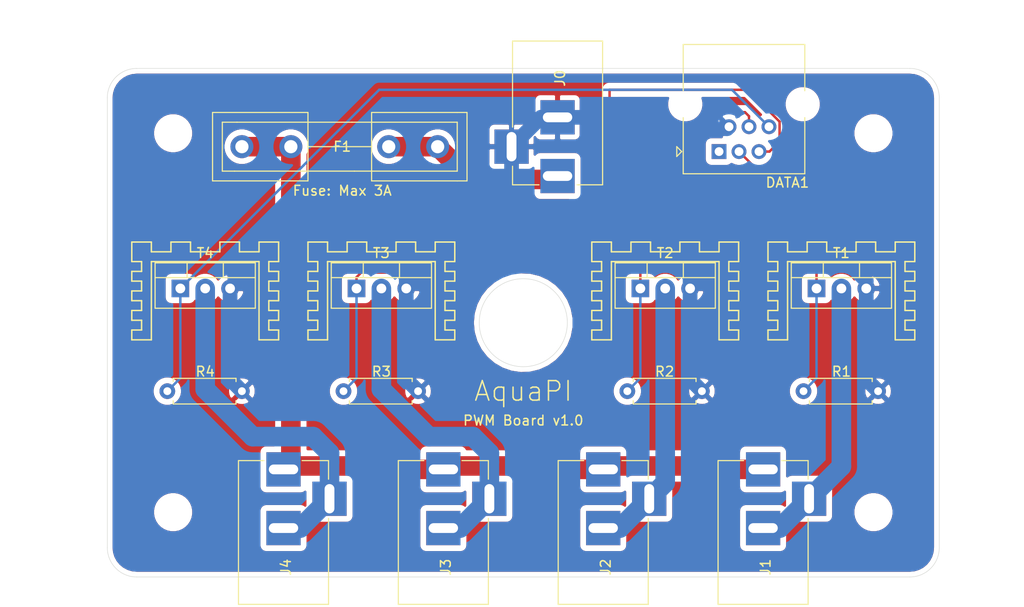
<source format=kicad_pcb>
(kicad_pcb (version 20171130) (host pcbnew "(5.1.5)-3")

  (general
    (thickness 1.6)
    (drawings 38)
    (tracks 102)
    (zones 0)
    (modules 23)
    (nets 12)
  )

  (page A4)
  (layers
    (0 F.Cu signal)
    (31 B.Cu signal)
    (32 B.Adhes user)
    (33 F.Adhes user)
    (34 B.Paste user)
    (35 F.Paste user)
    (36 B.SilkS user)
    (37 F.SilkS user)
    (38 B.Mask user)
    (39 F.Mask user)
    (40 Dwgs.User user)
    (41 Cmts.User user)
    (42 Eco1.User user)
    (43 Eco2.User user)
    (44 Edge.Cuts user)
    (45 Margin user)
    (46 B.CrtYd user)
    (47 F.CrtYd user)
    (48 B.Fab user)
    (49 F.Fab user)
  )

  (setup
    (last_trace_width 0.25)
    (trace_clearance 0.2)
    (zone_clearance 0.508)
    (zone_45_only no)
    (trace_min 0.2)
    (via_size 0.8)
    (via_drill 0.4)
    (via_min_size 0.4)
    (via_min_drill 0.3)
    (uvia_size 0.3)
    (uvia_drill 0.1)
    (uvias_allowed no)
    (uvia_min_size 0.2)
    (uvia_min_drill 0.1)
    (edge_width 0.05)
    (segment_width 0.2)
    (pcb_text_width 0.3)
    (pcb_text_size 1.5 1.5)
    (mod_edge_width 0.12)
    (mod_text_size 1 1)
    (mod_text_width 0.15)
    (pad_size 1.524 1.524)
    (pad_drill 0.762)
    (pad_to_mask_clearance 0.051)
    (solder_mask_min_width 0.25)
    (aux_axis_origin 0 0)
    (grid_origin 125.25 126)
    (visible_elements 7FFFFFFF)
    (pcbplotparams
      (layerselection 0x010fc_ffffffff)
      (usegerberextensions false)
      (usegerberattributes false)
      (usegerberadvancedattributes false)
      (creategerberjobfile false)
      (excludeedgelayer true)
      (linewidth 0.100000)
      (plotframeref false)
      (viasonmask false)
      (mode 1)
      (useauxorigin false)
      (hpglpennumber 1)
      (hpglpenspeed 20)
      (hpglpendiameter 15.000000)
      (psnegative false)
      (psa4output false)
      (plotreference true)
      (plotvalue true)
      (plotinvisibletext false)
      (padsonsilk false)
      (subtractmaskfromsilk false)
      (outputformat 1)
      (mirror false)
      (drillshape 0)
      (scaleselection 1)
      (outputdirectory "Gerber/"))
  )

  (net 0 "")
  (net 1 GND)
  (net 2 +12V)
  (net 3 /SIG2)
  (net 4 /SIG4)
  (net 5 /SIG1)
  (net 6 /SIG3)
  (net 7 "Net-(F1-Pad2)")
  (net 8 /PWM1)
  (net 9 /PWM2)
  (net 10 /PWM3)
  (net 11 /PWM4)

  (net_class Default "To jest domyślna klasa połączeń."
    (clearance 0.2)
    (trace_width 0.25)
    (via_dia 0.8)
    (via_drill 0.4)
    (uvia_dia 0.3)
    (uvia_drill 0.1)
    (add_net /SIG1)
    (add_net /SIG2)
    (add_net /SIG3)
    (add_net /SIG4)
  )

  (net_class HiPower ""
    (clearance 0.6)
    (trace_width 2)
    (via_dia 1.2)
    (via_drill 0.4)
    (uvia_dia 0.3)
    (uvia_drill 0.1)
    (diff_pair_width 0.4)
    (diff_pair_gap 0.5)
    (add_net +12V)
    (add_net /PWM1)
    (add_net /PWM2)
    (add_net /PWM3)
    (add_net /PWM4)
    (add_net "Net-(F1-Pad2)")
  )

  (net_class Power ""
    (clearance 0.6)
    (trace_width 1.5)
    (via_dia 1.2)
    (via_drill 0.4)
    (uvia_dia 0.3)
    (uvia_drill 0.1)
    (diff_pair_width 0.4)
    (diff_pair_gap 0.5)
    (add_net GND)
  )

  (module "PWM board:Radiator" (layer F.Cu) (tedit 5EADB022) (tstamp 5EE2EBB5)
    (at 200.25 93.75)
    (fp_text reference REF** (at 0 1) (layer Dwgs.User)
      (effects (font (size 1 1) (thickness 0.15)))
    )
    (fp_text value Radiator (at 0 -3) (layer F.Fab)
      (effects (font (size 1 1) (thickness 0.15)))
    )
    (fp_line (start -7.5 8) (end -5.5 8) (layer F.SilkS) (width 0.15))
    (fp_line (start -7.5 7) (end -7.5 8) (layer F.SilkS) (width 0.15))
    (fp_line (start -7.5 -2) (end -7.5 0) (layer F.SilkS) (width 0.15))
    (fp_line (start -5.5 -2) (end -7.5 -2) (layer F.SilkS) (width 0.15))
    (fp_line (start -1.5 -2) (end -3.5 -2) (layer F.SilkS) (width 0.15))
    (fp_line (start 3.5 -2) (end 1.5 -2) (layer F.SilkS) (width 0.15))
    (fp_line (start 7.5 -2) (end 5.5 -2) (layer F.SilkS) (width 0.15))
    (fp_line (start 7.5 0) (end 7.5 -2) (layer F.SilkS) (width 0.15))
    (fp_line (start 7.5 8) (end 7.5 7) (layer F.SilkS) (width 0.15))
    (fp_line (start 5.5 8) (end 7.5 8) (layer F.SilkS) (width 0.15))
    (fp_line (start 5.5 0) (end 5.5 8) (layer F.SilkS) (width 0.15))
    (fp_line (start -5.5 0) (end 5.5 0) (layer F.SilkS) (width 0.15))
    (fp_line (start -5.5 8) (end -5.5 0) (layer F.SilkS) (width 0.15))
    (fp_line (start 1.5 -1) (end 1.5 -2) (layer F.SilkS) (width 0.15))
    (fp_line (start -1.5 -1) (end 1.5 -1) (layer F.SilkS) (width 0.15))
    (fp_line (start -1.5 -2) (end -1.5 -1) (layer F.SilkS) (width 0.15))
    (fp_line (start 3.5 -1) (end 3.5 -2) (layer F.SilkS) (width 0.15))
    (fp_line (start 5.5 -1) (end 3.5 -1) (layer F.SilkS) (width 0.15))
    (fp_line (start 5.5 -2) (end 5.5 -1) (layer F.SilkS) (width 0.15))
    (fp_line (start -3.5 -1) (end -3.5 -2) (layer F.SilkS) (width 0.15))
    (fp_line (start -5.5 -1) (end -3.5 -1) (layer F.SilkS) (width 0.15))
    (fp_line (start -5.5 -2) (end -5.5 -1) (layer F.SilkS) (width 0.15))
    (fp_line (start 6.5 0) (end 7.5 0) (layer F.SilkS) (width 0.15))
    (fp_line (start 6.5 1) (end 6.5 0) (layer F.SilkS) (width 0.15))
    (fp_line (start 7.5 1) (end 6.5 1) (layer F.SilkS) (width 0.15))
    (fp_line (start 7.5 2) (end 7.5 1) (layer F.SilkS) (width 0.15))
    (fp_line (start 6.5 2) (end 7.5 2) (layer F.SilkS) (width 0.15))
    (fp_line (start 6.5 3) (end 6.5 2) (layer F.SilkS) (width 0.15))
    (fp_line (start 7.5 3) (end 6.5 3) (layer F.SilkS) (width 0.15))
    (fp_line (start 7.5 4) (end 7.5 3) (layer F.SilkS) (width 0.15))
    (fp_line (start 6.5 4) (end 7.5 4) (layer F.SilkS) (width 0.15))
    (fp_line (start 6.5 5) (end 6.5 4) (layer F.SilkS) (width 0.15))
    (fp_line (start 7.5 5) (end 6.5 5) (layer F.SilkS) (width 0.15))
    (fp_line (start 7.5 6) (end 7.5 5) (layer F.SilkS) (width 0.15))
    (fp_line (start 6.5 6) (end 7.5 6) (layer F.SilkS) (width 0.15))
    (fp_line (start 6.5 7) (end 6.5 6) (layer F.SilkS) (width 0.15))
    (fp_line (start 7.5 7) (end 6.5 7) (layer F.SilkS) (width 0.15))
    (fp_line (start -6.5 0) (end -7.5 0) (layer F.SilkS) (width 0.15))
    (fp_line (start -6.5 1) (end -6.5 0) (layer F.SilkS) (width 0.15))
    (fp_line (start -7.5 1) (end -6.5 1) (layer F.SilkS) (width 0.15))
    (fp_line (start -7.5 2) (end -7.5 1) (layer F.SilkS) (width 0.15))
    (fp_line (start -6.5 2) (end -7.5 2) (layer F.SilkS) (width 0.15))
    (fp_line (start -6.5 3) (end -6.5 2) (layer F.SilkS) (width 0.15))
    (fp_line (start -7.5 3) (end -6.5 3) (layer F.SilkS) (width 0.15))
    (fp_line (start -7.5 4) (end -7.5 3) (layer F.SilkS) (width 0.15))
    (fp_line (start -6.5 4) (end -7.5 4) (layer F.SilkS) (width 0.15))
    (fp_line (start -6.5 5) (end -6.5 4) (layer F.SilkS) (width 0.15))
    (fp_line (start -7.5 5) (end -6.5 5) (layer F.SilkS) (width 0.15))
    (fp_line (start -7.5 6) (end -7.5 5) (layer F.SilkS) (width 0.15))
    (fp_line (start -6.5 6) (end -7.5 6) (layer F.SilkS) (width 0.15))
    (fp_line (start -6.5 7) (end -6.5 6) (layer F.SilkS) (width 0.15))
    (fp_line (start -7.5 7) (end -6.5 7) (layer F.SilkS) (width 0.15))
  )

  (module "PWM board:Radiator" (layer F.Cu) (tedit 5EADB022) (tstamp 5EE2EAD8)
    (at 182.25 93.75)
    (fp_text reference REF** (at 0 1) (layer Dwgs.User)
      (effects (font (size 1 1) (thickness 0.15)))
    )
    (fp_text value Radiator (at 0 -3) (layer F.Fab)
      (effects (font (size 1 1) (thickness 0.15)))
    )
    (fp_line (start -7.5 8) (end -5.5 8) (layer F.SilkS) (width 0.15))
    (fp_line (start -7.5 7) (end -7.5 8) (layer F.SilkS) (width 0.15))
    (fp_line (start -7.5 -2) (end -7.5 0) (layer F.SilkS) (width 0.15))
    (fp_line (start -5.5 -2) (end -7.5 -2) (layer F.SilkS) (width 0.15))
    (fp_line (start -1.5 -2) (end -3.5 -2) (layer F.SilkS) (width 0.15))
    (fp_line (start 3.5 -2) (end 1.5 -2) (layer F.SilkS) (width 0.15))
    (fp_line (start 7.5 -2) (end 5.5 -2) (layer F.SilkS) (width 0.15))
    (fp_line (start 7.5 0) (end 7.5 -2) (layer F.SilkS) (width 0.15))
    (fp_line (start 7.5 8) (end 7.5 7) (layer F.SilkS) (width 0.15))
    (fp_line (start 5.5 8) (end 7.5 8) (layer F.SilkS) (width 0.15))
    (fp_line (start 5.5 0) (end 5.5 8) (layer F.SilkS) (width 0.15))
    (fp_line (start -5.5 0) (end 5.5 0) (layer F.SilkS) (width 0.15))
    (fp_line (start -5.5 8) (end -5.5 0) (layer F.SilkS) (width 0.15))
    (fp_line (start 1.5 -1) (end 1.5 -2) (layer F.SilkS) (width 0.15))
    (fp_line (start -1.5 -1) (end 1.5 -1) (layer F.SilkS) (width 0.15))
    (fp_line (start -1.5 -2) (end -1.5 -1) (layer F.SilkS) (width 0.15))
    (fp_line (start 3.5 -1) (end 3.5 -2) (layer F.SilkS) (width 0.15))
    (fp_line (start 5.5 -1) (end 3.5 -1) (layer F.SilkS) (width 0.15))
    (fp_line (start 5.5 -2) (end 5.5 -1) (layer F.SilkS) (width 0.15))
    (fp_line (start -3.5 -1) (end -3.5 -2) (layer F.SilkS) (width 0.15))
    (fp_line (start -5.5 -1) (end -3.5 -1) (layer F.SilkS) (width 0.15))
    (fp_line (start -5.5 -2) (end -5.5 -1) (layer F.SilkS) (width 0.15))
    (fp_line (start 6.5 0) (end 7.5 0) (layer F.SilkS) (width 0.15))
    (fp_line (start 6.5 1) (end 6.5 0) (layer F.SilkS) (width 0.15))
    (fp_line (start 7.5 1) (end 6.5 1) (layer F.SilkS) (width 0.15))
    (fp_line (start 7.5 2) (end 7.5 1) (layer F.SilkS) (width 0.15))
    (fp_line (start 6.5 2) (end 7.5 2) (layer F.SilkS) (width 0.15))
    (fp_line (start 6.5 3) (end 6.5 2) (layer F.SilkS) (width 0.15))
    (fp_line (start 7.5 3) (end 6.5 3) (layer F.SilkS) (width 0.15))
    (fp_line (start 7.5 4) (end 7.5 3) (layer F.SilkS) (width 0.15))
    (fp_line (start 6.5 4) (end 7.5 4) (layer F.SilkS) (width 0.15))
    (fp_line (start 6.5 5) (end 6.5 4) (layer F.SilkS) (width 0.15))
    (fp_line (start 7.5 5) (end 6.5 5) (layer F.SilkS) (width 0.15))
    (fp_line (start 7.5 6) (end 7.5 5) (layer F.SilkS) (width 0.15))
    (fp_line (start 6.5 6) (end 7.5 6) (layer F.SilkS) (width 0.15))
    (fp_line (start 6.5 7) (end 6.5 6) (layer F.SilkS) (width 0.15))
    (fp_line (start 7.5 7) (end 6.5 7) (layer F.SilkS) (width 0.15))
    (fp_line (start -6.5 0) (end -7.5 0) (layer F.SilkS) (width 0.15))
    (fp_line (start -6.5 1) (end -6.5 0) (layer F.SilkS) (width 0.15))
    (fp_line (start -7.5 1) (end -6.5 1) (layer F.SilkS) (width 0.15))
    (fp_line (start -7.5 2) (end -7.5 1) (layer F.SilkS) (width 0.15))
    (fp_line (start -6.5 2) (end -7.5 2) (layer F.SilkS) (width 0.15))
    (fp_line (start -6.5 3) (end -6.5 2) (layer F.SilkS) (width 0.15))
    (fp_line (start -7.5 3) (end -6.5 3) (layer F.SilkS) (width 0.15))
    (fp_line (start -7.5 4) (end -7.5 3) (layer F.SilkS) (width 0.15))
    (fp_line (start -6.5 4) (end -7.5 4) (layer F.SilkS) (width 0.15))
    (fp_line (start -6.5 5) (end -6.5 4) (layer F.SilkS) (width 0.15))
    (fp_line (start -7.5 5) (end -6.5 5) (layer F.SilkS) (width 0.15))
    (fp_line (start -7.5 6) (end -7.5 5) (layer F.SilkS) (width 0.15))
    (fp_line (start -6.5 6) (end -7.5 6) (layer F.SilkS) (width 0.15))
    (fp_line (start -6.5 7) (end -6.5 6) (layer F.SilkS) (width 0.15))
    (fp_line (start -7.5 7) (end -6.5 7) (layer F.SilkS) (width 0.15))
  )

  (module "PWM board:Radiator" (layer F.Cu) (tedit 5EADB022) (tstamp 5EE2E9FB)
    (at 153.25 93.75)
    (fp_text reference REF** (at 0 1) (layer Dwgs.User)
      (effects (font (size 1 1) (thickness 0.15)))
    )
    (fp_text value Radiator (at 0 -3) (layer F.Fab)
      (effects (font (size 1 1) (thickness 0.15)))
    )
    (fp_line (start -7.5 8) (end -5.5 8) (layer F.SilkS) (width 0.15))
    (fp_line (start -7.5 7) (end -7.5 8) (layer F.SilkS) (width 0.15))
    (fp_line (start -7.5 -2) (end -7.5 0) (layer F.SilkS) (width 0.15))
    (fp_line (start -5.5 -2) (end -7.5 -2) (layer F.SilkS) (width 0.15))
    (fp_line (start -1.5 -2) (end -3.5 -2) (layer F.SilkS) (width 0.15))
    (fp_line (start 3.5 -2) (end 1.5 -2) (layer F.SilkS) (width 0.15))
    (fp_line (start 7.5 -2) (end 5.5 -2) (layer F.SilkS) (width 0.15))
    (fp_line (start 7.5 0) (end 7.5 -2) (layer F.SilkS) (width 0.15))
    (fp_line (start 7.5 8) (end 7.5 7) (layer F.SilkS) (width 0.15))
    (fp_line (start 5.5 8) (end 7.5 8) (layer F.SilkS) (width 0.15))
    (fp_line (start 5.5 0) (end 5.5 8) (layer F.SilkS) (width 0.15))
    (fp_line (start -5.5 0) (end 5.5 0) (layer F.SilkS) (width 0.15))
    (fp_line (start -5.5 8) (end -5.5 0) (layer F.SilkS) (width 0.15))
    (fp_line (start 1.5 -1) (end 1.5 -2) (layer F.SilkS) (width 0.15))
    (fp_line (start -1.5 -1) (end 1.5 -1) (layer F.SilkS) (width 0.15))
    (fp_line (start -1.5 -2) (end -1.5 -1) (layer F.SilkS) (width 0.15))
    (fp_line (start 3.5 -1) (end 3.5 -2) (layer F.SilkS) (width 0.15))
    (fp_line (start 5.5 -1) (end 3.5 -1) (layer F.SilkS) (width 0.15))
    (fp_line (start 5.5 -2) (end 5.5 -1) (layer F.SilkS) (width 0.15))
    (fp_line (start -3.5 -1) (end -3.5 -2) (layer F.SilkS) (width 0.15))
    (fp_line (start -5.5 -1) (end -3.5 -1) (layer F.SilkS) (width 0.15))
    (fp_line (start -5.5 -2) (end -5.5 -1) (layer F.SilkS) (width 0.15))
    (fp_line (start 6.5 0) (end 7.5 0) (layer F.SilkS) (width 0.15))
    (fp_line (start 6.5 1) (end 6.5 0) (layer F.SilkS) (width 0.15))
    (fp_line (start 7.5 1) (end 6.5 1) (layer F.SilkS) (width 0.15))
    (fp_line (start 7.5 2) (end 7.5 1) (layer F.SilkS) (width 0.15))
    (fp_line (start 6.5 2) (end 7.5 2) (layer F.SilkS) (width 0.15))
    (fp_line (start 6.5 3) (end 6.5 2) (layer F.SilkS) (width 0.15))
    (fp_line (start 7.5 3) (end 6.5 3) (layer F.SilkS) (width 0.15))
    (fp_line (start 7.5 4) (end 7.5 3) (layer F.SilkS) (width 0.15))
    (fp_line (start 6.5 4) (end 7.5 4) (layer F.SilkS) (width 0.15))
    (fp_line (start 6.5 5) (end 6.5 4) (layer F.SilkS) (width 0.15))
    (fp_line (start 7.5 5) (end 6.5 5) (layer F.SilkS) (width 0.15))
    (fp_line (start 7.5 6) (end 7.5 5) (layer F.SilkS) (width 0.15))
    (fp_line (start 6.5 6) (end 7.5 6) (layer F.SilkS) (width 0.15))
    (fp_line (start 6.5 7) (end 6.5 6) (layer F.SilkS) (width 0.15))
    (fp_line (start 7.5 7) (end 6.5 7) (layer F.SilkS) (width 0.15))
    (fp_line (start -6.5 0) (end -7.5 0) (layer F.SilkS) (width 0.15))
    (fp_line (start -6.5 1) (end -6.5 0) (layer F.SilkS) (width 0.15))
    (fp_line (start -7.5 1) (end -6.5 1) (layer F.SilkS) (width 0.15))
    (fp_line (start -7.5 2) (end -7.5 1) (layer F.SilkS) (width 0.15))
    (fp_line (start -6.5 2) (end -7.5 2) (layer F.SilkS) (width 0.15))
    (fp_line (start -6.5 3) (end -6.5 2) (layer F.SilkS) (width 0.15))
    (fp_line (start -7.5 3) (end -6.5 3) (layer F.SilkS) (width 0.15))
    (fp_line (start -7.5 4) (end -7.5 3) (layer F.SilkS) (width 0.15))
    (fp_line (start -6.5 4) (end -7.5 4) (layer F.SilkS) (width 0.15))
    (fp_line (start -6.5 5) (end -6.5 4) (layer F.SilkS) (width 0.15))
    (fp_line (start -7.5 5) (end -6.5 5) (layer F.SilkS) (width 0.15))
    (fp_line (start -7.5 6) (end -7.5 5) (layer F.SilkS) (width 0.15))
    (fp_line (start -6.5 6) (end -7.5 6) (layer F.SilkS) (width 0.15))
    (fp_line (start -6.5 7) (end -6.5 6) (layer F.SilkS) (width 0.15))
    (fp_line (start -7.5 7) (end -6.5 7) (layer F.SilkS) (width 0.15))
  )

  (module "PWM board:Radiator" (layer F.Cu) (tedit 5EADB022) (tstamp 5EE2E91E)
    (at 135.25 93.75)
    (fp_text reference REF** (at 0 1) (layer Dwgs.User)
      (effects (font (size 1 1) (thickness 0.15)))
    )
    (fp_text value Radiator (at 0 -3) (layer F.Fab)
      (effects (font (size 1 1) (thickness 0.15)))
    )
    (fp_line (start -7.5 8) (end -5.5 8) (layer F.SilkS) (width 0.15))
    (fp_line (start -7.5 7) (end -7.5 8) (layer F.SilkS) (width 0.15))
    (fp_line (start -7.5 -2) (end -7.5 0) (layer F.SilkS) (width 0.15))
    (fp_line (start -5.5 -2) (end -7.5 -2) (layer F.SilkS) (width 0.15))
    (fp_line (start -1.5 -2) (end -3.5 -2) (layer F.SilkS) (width 0.15))
    (fp_line (start 3.5 -2) (end 1.5 -2) (layer F.SilkS) (width 0.15))
    (fp_line (start 7.5 -2) (end 5.5 -2) (layer F.SilkS) (width 0.15))
    (fp_line (start 7.5 0) (end 7.5 -2) (layer F.SilkS) (width 0.15))
    (fp_line (start 7.5 8) (end 7.5 7) (layer F.SilkS) (width 0.15))
    (fp_line (start 5.5 8) (end 7.5 8) (layer F.SilkS) (width 0.15))
    (fp_line (start 5.5 0) (end 5.5 8) (layer F.SilkS) (width 0.15))
    (fp_line (start -5.5 0) (end 5.5 0) (layer F.SilkS) (width 0.15))
    (fp_line (start -5.5 8) (end -5.5 0) (layer F.SilkS) (width 0.15))
    (fp_line (start 1.5 -1) (end 1.5 -2) (layer F.SilkS) (width 0.15))
    (fp_line (start -1.5 -1) (end 1.5 -1) (layer F.SilkS) (width 0.15))
    (fp_line (start -1.5 -2) (end -1.5 -1) (layer F.SilkS) (width 0.15))
    (fp_line (start 3.5 -1) (end 3.5 -2) (layer F.SilkS) (width 0.15))
    (fp_line (start 5.5 -1) (end 3.5 -1) (layer F.SilkS) (width 0.15))
    (fp_line (start 5.5 -2) (end 5.5 -1) (layer F.SilkS) (width 0.15))
    (fp_line (start -3.5 -1) (end -3.5 -2) (layer F.SilkS) (width 0.15))
    (fp_line (start -5.5 -1) (end -3.5 -1) (layer F.SilkS) (width 0.15))
    (fp_line (start -5.5 -2) (end -5.5 -1) (layer F.SilkS) (width 0.15))
    (fp_line (start 6.5 0) (end 7.5 0) (layer F.SilkS) (width 0.15))
    (fp_line (start 6.5 1) (end 6.5 0) (layer F.SilkS) (width 0.15))
    (fp_line (start 7.5 1) (end 6.5 1) (layer F.SilkS) (width 0.15))
    (fp_line (start 7.5 2) (end 7.5 1) (layer F.SilkS) (width 0.15))
    (fp_line (start 6.5 2) (end 7.5 2) (layer F.SilkS) (width 0.15))
    (fp_line (start 6.5 3) (end 6.5 2) (layer F.SilkS) (width 0.15))
    (fp_line (start 7.5 3) (end 6.5 3) (layer F.SilkS) (width 0.15))
    (fp_line (start 7.5 4) (end 7.5 3) (layer F.SilkS) (width 0.15))
    (fp_line (start 6.5 4) (end 7.5 4) (layer F.SilkS) (width 0.15))
    (fp_line (start 6.5 5) (end 6.5 4) (layer F.SilkS) (width 0.15))
    (fp_line (start 7.5 5) (end 6.5 5) (layer F.SilkS) (width 0.15))
    (fp_line (start 7.5 6) (end 7.5 5) (layer F.SilkS) (width 0.15))
    (fp_line (start 6.5 6) (end 7.5 6) (layer F.SilkS) (width 0.15))
    (fp_line (start 6.5 7) (end 6.5 6) (layer F.SilkS) (width 0.15))
    (fp_line (start 7.5 7) (end 6.5 7) (layer F.SilkS) (width 0.15))
    (fp_line (start -6.5 0) (end -7.5 0) (layer F.SilkS) (width 0.15))
    (fp_line (start -6.5 1) (end -6.5 0) (layer F.SilkS) (width 0.15))
    (fp_line (start -7.5 1) (end -6.5 1) (layer F.SilkS) (width 0.15))
    (fp_line (start -7.5 2) (end -7.5 1) (layer F.SilkS) (width 0.15))
    (fp_line (start -6.5 2) (end -7.5 2) (layer F.SilkS) (width 0.15))
    (fp_line (start -6.5 3) (end -6.5 2) (layer F.SilkS) (width 0.15))
    (fp_line (start -7.5 3) (end -6.5 3) (layer F.SilkS) (width 0.15))
    (fp_line (start -7.5 4) (end -7.5 3) (layer F.SilkS) (width 0.15))
    (fp_line (start -6.5 4) (end -7.5 4) (layer F.SilkS) (width 0.15))
    (fp_line (start -6.5 5) (end -6.5 4) (layer F.SilkS) (width 0.15))
    (fp_line (start -7.5 5) (end -6.5 5) (layer F.SilkS) (width 0.15))
    (fp_line (start -7.5 6) (end -7.5 5) (layer F.SilkS) (width 0.15))
    (fp_line (start -6.5 6) (end -7.5 6) (layer F.SilkS) (width 0.15))
    (fp_line (start -6.5 7) (end -6.5 6) (layer F.SilkS) (width 0.15))
    (fp_line (start -7.5 7) (end -6.5 7) (layer F.SilkS) (width 0.15))
  )

  (module TO_SOT_Packages_THT:TO-220-3_Vertical (layer F.Cu) (tedit 58CE52AD) (tstamp 5EAC4B7E)
    (at 150.71 96.5)
    (descr "TO-220-3, Vertical, RM 2.54mm")
    (tags "TO-220-3 Vertical RM 2.54mm")
    (path /5EADA4B4)
    (fp_text reference T3 (at 2.54 -3.62) (layer F.SilkS)
      (effects (font (size 1 1) (thickness 0.15)))
    )
    (fp_text value IRF520 (at 2.54 3.92) (layer F.Fab)
      (effects (font (size 1 1) (thickness 0.15)))
    )
    (fp_text user %R (at 2.54 -3.62) (layer F.Fab)
      (effects (font (size 1 1) (thickness 0.15)))
    )
    (fp_line (start -2.46 -2.5) (end -2.46 1.9) (layer F.Fab) (width 0.1))
    (fp_line (start -2.46 1.9) (end 7.54 1.9) (layer F.Fab) (width 0.1))
    (fp_line (start 7.54 1.9) (end 7.54 -2.5) (layer F.Fab) (width 0.1))
    (fp_line (start 7.54 -2.5) (end -2.46 -2.5) (layer F.Fab) (width 0.1))
    (fp_line (start -2.46 -1.23) (end 7.54 -1.23) (layer F.Fab) (width 0.1))
    (fp_line (start 0.69 -2.5) (end 0.69 -1.23) (layer F.Fab) (width 0.1))
    (fp_line (start 4.39 -2.5) (end 4.39 -1.23) (layer F.Fab) (width 0.1))
    (fp_line (start -2.58 -2.62) (end 7.66 -2.62) (layer F.SilkS) (width 0.12))
    (fp_line (start -2.58 2.021) (end 7.66 2.021) (layer F.SilkS) (width 0.12))
    (fp_line (start -2.58 -2.62) (end -2.58 2.021) (layer F.SilkS) (width 0.12))
    (fp_line (start 7.66 -2.62) (end 7.66 2.021) (layer F.SilkS) (width 0.12))
    (fp_line (start -2.58 -1.11) (end 7.66 -1.11) (layer F.SilkS) (width 0.12))
    (fp_line (start 0.69 -2.62) (end 0.69 -1.11) (layer F.SilkS) (width 0.12))
    (fp_line (start 4.391 -2.62) (end 4.391 -1.11) (layer F.SilkS) (width 0.12))
    (fp_line (start -2.71 -2.75) (end -2.71 2.16) (layer F.CrtYd) (width 0.05))
    (fp_line (start -2.71 2.16) (end 7.79 2.16) (layer F.CrtYd) (width 0.05))
    (fp_line (start 7.79 2.16) (end 7.79 -2.75) (layer F.CrtYd) (width 0.05))
    (fp_line (start 7.79 -2.75) (end -2.71 -2.75) (layer F.CrtYd) (width 0.05))
    (pad 1 thru_hole rect (at 0 0) (size 1.8 1.8) (drill 1) (layers *.Cu *.Mask)
      (net 6 /SIG3))
    (pad 2 thru_hole oval (at 2.54 0) (size 1.8 1.8) (drill 1) (layers *.Cu *.Mask)
      (net 10 /PWM3))
    (pad 3 thru_hole oval (at 5.08 0) (size 1.8 1.8) (drill 1) (layers *.Cu *.Mask)
      (net 1 GND))
    (model ${KISYS3DMOD}/TO_SOT_Packages_THT.3dshapes/TO-220-3_Vertical.wrl
      (offset (xyz 2.539999961853027 0 0))
      (scale (xyz 0.393701 0.393701 0.393701))
      (rotate (xyz 0 0 0))
    )
  )

  (module TO_SOT_Packages_THT:TO-220-3_Vertical (layer F.Cu) (tedit 58CE52AD) (tstamp 5EADC915)
    (at 179.71 96.5)
    (descr "TO-220-3, Vertical, RM 2.54mm")
    (tags "TO-220-3 Vertical RM 2.54mm")
    (path /5EAD9732)
    (fp_text reference T2 (at 2.54 -3.62) (layer F.SilkS)
      (effects (font (size 1 1) (thickness 0.15)))
    )
    (fp_text value IRF520 (at 2.54 3.92) (layer F.Fab)
      (effects (font (size 1 1) (thickness 0.15)))
    )
    (fp_text user %R (at 2.54 -3.62) (layer F.Fab)
      (effects (font (size 1 1) (thickness 0.15)))
    )
    (fp_line (start -2.46 -2.5) (end -2.46 1.9) (layer F.Fab) (width 0.1))
    (fp_line (start -2.46 1.9) (end 7.54 1.9) (layer F.Fab) (width 0.1))
    (fp_line (start 7.54 1.9) (end 7.54 -2.5) (layer F.Fab) (width 0.1))
    (fp_line (start 7.54 -2.5) (end -2.46 -2.5) (layer F.Fab) (width 0.1))
    (fp_line (start -2.46 -1.23) (end 7.54 -1.23) (layer F.Fab) (width 0.1))
    (fp_line (start 0.69 -2.5) (end 0.69 -1.23) (layer F.Fab) (width 0.1))
    (fp_line (start 4.39 -2.5) (end 4.39 -1.23) (layer F.Fab) (width 0.1))
    (fp_line (start -2.58 -2.62) (end 7.66 -2.62) (layer F.SilkS) (width 0.12))
    (fp_line (start -2.58 2.021) (end 7.66 2.021) (layer F.SilkS) (width 0.12))
    (fp_line (start -2.58 -2.62) (end -2.58 2.021) (layer F.SilkS) (width 0.12))
    (fp_line (start 7.66 -2.62) (end 7.66 2.021) (layer F.SilkS) (width 0.12))
    (fp_line (start -2.58 -1.11) (end 7.66 -1.11) (layer F.SilkS) (width 0.12))
    (fp_line (start 0.69 -2.62) (end 0.69 -1.11) (layer F.SilkS) (width 0.12))
    (fp_line (start 4.391 -2.62) (end 4.391 -1.11) (layer F.SilkS) (width 0.12))
    (fp_line (start -2.71 -2.75) (end -2.71 2.16) (layer F.CrtYd) (width 0.05))
    (fp_line (start -2.71 2.16) (end 7.79 2.16) (layer F.CrtYd) (width 0.05))
    (fp_line (start 7.79 2.16) (end 7.79 -2.75) (layer F.CrtYd) (width 0.05))
    (fp_line (start 7.79 -2.75) (end -2.71 -2.75) (layer F.CrtYd) (width 0.05))
    (pad 1 thru_hole rect (at 0 0) (size 1.8 1.8) (drill 1) (layers *.Cu *.Mask)
      (net 3 /SIG2))
    (pad 2 thru_hole oval (at 2.54 0) (size 1.8 1.8) (drill 1) (layers *.Cu *.Mask)
      (net 9 /PWM2))
    (pad 3 thru_hole oval (at 5.08 0) (size 1.8 1.8) (drill 1) (layers *.Cu *.Mask)
      (net 1 GND))
    (model ${KISYS3DMOD}/TO_SOT_Packages_THT.3dshapes/TO-220-3_Vertical.wrl
      (offset (xyz 2.539999961853027 0 0))
      (scale (xyz 0.393701 0.393701 0.393701))
      (rotate (xyz 0 0 0))
    )
  )

  (module TO_SOT_Packages_THT:TO-220-3_Vertical (layer F.Cu) (tedit 58CE52AD) (tstamp 5EADCD0C)
    (at 197.71 96.5)
    (descr "TO-220-3, Vertical, RM 2.54mm")
    (tags "TO-220-3 Vertical RM 2.54mm")
    (path /5EAD8633)
    (fp_text reference T1 (at 2.54 -3.62) (layer F.SilkS)
      (effects (font (size 1 1) (thickness 0.15)))
    )
    (fp_text value IRF520 (at 2.54 3.92) (layer F.Fab)
      (effects (font (size 1 1) (thickness 0.15)))
    )
    (fp_text user %R (at 2.54 -3.62) (layer F.Fab)
      (effects (font (size 1 1) (thickness 0.15)))
    )
    (fp_line (start -2.46 -2.5) (end -2.46 1.9) (layer F.Fab) (width 0.1))
    (fp_line (start -2.46 1.9) (end 7.54 1.9) (layer F.Fab) (width 0.1))
    (fp_line (start 7.54 1.9) (end 7.54 -2.5) (layer F.Fab) (width 0.1))
    (fp_line (start 7.54 -2.5) (end -2.46 -2.5) (layer F.Fab) (width 0.1))
    (fp_line (start -2.46 -1.23) (end 7.54 -1.23) (layer F.Fab) (width 0.1))
    (fp_line (start 0.69 -2.5) (end 0.69 -1.23) (layer F.Fab) (width 0.1))
    (fp_line (start 4.39 -2.5) (end 4.39 -1.23) (layer F.Fab) (width 0.1))
    (fp_line (start -2.58 -2.62) (end 7.66 -2.62) (layer F.SilkS) (width 0.12))
    (fp_line (start -2.58 2.021) (end 7.66 2.021) (layer F.SilkS) (width 0.12))
    (fp_line (start -2.58 -2.62) (end -2.58 2.021) (layer F.SilkS) (width 0.12))
    (fp_line (start 7.66 -2.62) (end 7.66 2.021) (layer F.SilkS) (width 0.12))
    (fp_line (start -2.58 -1.11) (end 7.66 -1.11) (layer F.SilkS) (width 0.12))
    (fp_line (start 0.69 -2.62) (end 0.69 -1.11) (layer F.SilkS) (width 0.12))
    (fp_line (start 4.391 -2.62) (end 4.391 -1.11) (layer F.SilkS) (width 0.12))
    (fp_line (start -2.71 -2.75) (end -2.71 2.16) (layer F.CrtYd) (width 0.05))
    (fp_line (start -2.71 2.16) (end 7.79 2.16) (layer F.CrtYd) (width 0.05))
    (fp_line (start 7.79 2.16) (end 7.79 -2.75) (layer F.CrtYd) (width 0.05))
    (fp_line (start 7.79 -2.75) (end -2.71 -2.75) (layer F.CrtYd) (width 0.05))
    (pad 1 thru_hole rect (at 0 0) (size 1.8 1.8) (drill 1) (layers *.Cu *.Mask)
      (net 5 /SIG1))
    (pad 2 thru_hole oval (at 2.54 0) (size 1.8 1.8) (drill 1) (layers *.Cu *.Mask)
      (net 8 /PWM1))
    (pad 3 thru_hole oval (at 5.08 0) (size 1.8 1.8) (drill 1) (layers *.Cu *.Mask)
      (net 1 GND))
    (model ${KISYS3DMOD}/TO_SOT_Packages_THT.3dshapes/TO-220-3_Vertical.wrl
      (offset (xyz 2.539999961853027 0 0))
      (scale (xyz 0.393701 0.393701 0.393701))
      (rotate (xyz 0 0 0))
    )
  )

  (module TO_SOT_Packages_THT:TO-220-3_Vertical (layer F.Cu) (tedit 58CE52AD) (tstamp 5EAC4B81)
    (at 132.71 96.5)
    (descr "TO-220-3, Vertical, RM 2.54mm")
    (tags "TO-220-3 Vertical RM 2.54mm")
    (path /5EADB5DE)
    (fp_text reference T4 (at 2.54 -3.62) (layer F.SilkS)
      (effects (font (size 1 1) (thickness 0.15)))
    )
    (fp_text value IRF520 (at 2.54 3.92) (layer F.Fab)
      (effects (font (size 1 1) (thickness 0.15)))
    )
    (fp_text user %R (at 2.54 -3.62) (layer F.Fab)
      (effects (font (size 1 1) (thickness 0.15)))
    )
    (fp_line (start -2.46 -2.5) (end -2.46 1.9) (layer F.Fab) (width 0.1))
    (fp_line (start -2.46 1.9) (end 7.54 1.9) (layer F.Fab) (width 0.1))
    (fp_line (start 7.54 1.9) (end 7.54 -2.5) (layer F.Fab) (width 0.1))
    (fp_line (start 7.54 -2.5) (end -2.46 -2.5) (layer F.Fab) (width 0.1))
    (fp_line (start -2.46 -1.23) (end 7.54 -1.23) (layer F.Fab) (width 0.1))
    (fp_line (start 0.69 -2.5) (end 0.69 -1.23) (layer F.Fab) (width 0.1))
    (fp_line (start 4.39 -2.5) (end 4.39 -1.23) (layer F.Fab) (width 0.1))
    (fp_line (start -2.58 -2.62) (end 7.66 -2.62) (layer F.SilkS) (width 0.12))
    (fp_line (start -2.58 2.021) (end 7.66 2.021) (layer F.SilkS) (width 0.12))
    (fp_line (start -2.58 -2.62) (end -2.58 2.021) (layer F.SilkS) (width 0.12))
    (fp_line (start 7.66 -2.62) (end 7.66 2.021) (layer F.SilkS) (width 0.12))
    (fp_line (start -2.58 -1.11) (end 7.66 -1.11) (layer F.SilkS) (width 0.12))
    (fp_line (start 0.69 -2.62) (end 0.69 -1.11) (layer F.SilkS) (width 0.12))
    (fp_line (start 4.391 -2.62) (end 4.391 -1.11) (layer F.SilkS) (width 0.12))
    (fp_line (start -2.71 -2.75) (end -2.71 2.16) (layer F.CrtYd) (width 0.05))
    (fp_line (start -2.71 2.16) (end 7.79 2.16) (layer F.CrtYd) (width 0.05))
    (fp_line (start 7.79 2.16) (end 7.79 -2.75) (layer F.CrtYd) (width 0.05))
    (fp_line (start 7.79 -2.75) (end -2.71 -2.75) (layer F.CrtYd) (width 0.05))
    (pad 1 thru_hole rect (at 0 0) (size 1.8 1.8) (drill 1) (layers *.Cu *.Mask)
      (net 4 /SIG4))
    (pad 2 thru_hole oval (at 2.54 0) (size 1.8 1.8) (drill 1) (layers *.Cu *.Mask)
      (net 11 /PWM4))
    (pad 3 thru_hole oval (at 5.08 0) (size 1.8 1.8) (drill 1) (layers *.Cu *.Mask)
      (net 1 GND))
    (model ${KISYS3DMOD}/TO_SOT_Packages_THT.3dshapes/TO-220-3_Vertical.wrl
      (offset (xyz 2.539999961853027 0 0))
      (scale (xyz 0.393701 0.393701 0.393701))
      (rotate (xyz 0 0 0))
    )
  )

  (module "PWM board:RJ25_Wayconn_MJEA-660X1_Horizontal" (layer F.Cu) (tedit 5DC188C6) (tstamp 5EE2E3DB)
    (at 187.75 82.5 180)
    (descr "RJ25 6P6C Socket 90 degrees, https://wayconn.com/wp-content/themes/way/datasheet/MJEA-660X1XXX_RJ25_6P6C_PCB_RA.pdf")
    (tags "RJ12 RJ18 RJ25 jack connector 6P6C")
    (path /5EAD1F5E)
    (fp_text reference DATA1 (at -6.985 -3.175) (layer F.SilkS)
      (effects (font (size 1 1) (thickness 0.15)))
    )
    (fp_text value RJ12 (at -2.55 12.315) (layer F.Fab)
      (effects (font (size 1 1) (thickness 0.15)))
    )
    (fp_line (start 4.32 -0.5) (end 4.32 0.5) (layer F.SilkS) (width 0.12))
    (fp_line (start 4.32 -0.5) (end 3.82 0) (layer F.SilkS) (width 0.12))
    (fp_line (start 3.82 0) (end 4.32 0.5) (layer F.SilkS) (width 0.12))
    (fp_line (start 3.05 0) (end 3.55 0.5) (layer F.Fab) (width 0.1))
    (fp_line (start 3.55 -0.5) (end 3.05 0) (layer F.Fab) (width 0.1))
    (fp_line (start 3.55 -2.16) (end 3.55 -0.5) (layer F.Fab) (width 0.1))
    (fp_line (start 3.55 0.5) (end 3.55 3.47) (layer F.Fab) (width 0.1))
    (fp_line (start -8.65 -2.16) (end 3.55 -2.16) (layer F.Fab) (width 0.1))
    (fp_line (start -8.65 6.22) (end -8.65 10.84) (layer F.Fab) (width 0.1))
    (fp_line (start 3.55 6.22) (end 3.55 10.84) (layer F.Fab) (width 0.1))
    (fp_line (start -8.65 10.84) (end 3.55 10.84) (layer F.Fab) (width 0.1))
    (fp_line (start -8.65 -2.16) (end -8.65 3.47) (layer F.Fab) (width 0.1))
    (fp_text user %R (at -2.55 4.445) (layer F.Fab)
      (effects (font (size 1 1) (thickness 0.15)))
    )
    (fp_line (start 5.1 11.34) (end -10.2 11.34) (layer F.CrtYd) (width 0.05))
    (fp_line (start 5.1 11.34) (end 5.1 -2.66) (layer F.CrtYd) (width 0.05))
    (fp_line (start -10.2 -2.66) (end -10.2 11.34) (layer F.CrtYd) (width 0.05))
    (fp_line (start -10.2 -2.66) (end 5.1 -2.66) (layer F.CrtYd) (width 0.05))
    (fp_line (start 3.66 6.22) (end 3.66 10.95) (layer F.SilkS) (width 0.12))
    (fp_line (start -8.76 6.22) (end -8.76 10.95) (layer F.SilkS) (width 0.12))
    (fp_line (start -8.76 -2.27) (end 3.66 -2.27) (layer F.SilkS) (width 0.12))
    (fp_line (start -8.76 10.95) (end 3.66 10.95) (layer F.SilkS) (width 0.12))
    (fp_line (start 3.66 -2.27) (end 3.66 3.47) (layer F.SilkS) (width 0.12))
    (fp_line (start -8.76 -2.27) (end -8.76 3.47) (layer F.SilkS) (width 0.12))
    (pad "" np_thru_hole circle (at -8.55 4.84 180) (size 2.3 2.3) (drill 2.3) (layers *.Cu *.Mask))
    (pad "" np_thru_hole circle (at 3.45 4.84 180) (size 2.3 2.3) (drill 2.3) (layers *.Cu *.Mask))
    (pad 6 thru_hole circle (at -5.1 2.54 180) (size 1.52 1.52) (drill 0.9) (layers *.Cu *.Mask)
      (net 4 /SIG4))
    (pad 5 thru_hole circle (at -4.08 0 180) (size 1.52 1.52) (drill 0.9) (layers *.Cu *.Mask)
      (net 6 /SIG3))
    (pad 4 thru_hole circle (at -3.06 2.54 180) (size 1.52 1.52) (drill 0.9) (layers *.Cu *.Mask)
      (net 3 /SIG2))
    (pad 3 thru_hole circle (at -2.04 0 180) (size 1.52 1.52) (drill 0.9) (layers *.Cu *.Mask)
      (net 5 /SIG1))
    (pad 2 thru_hole circle (at -1.02 2.54 180) (size 1.52 1.52) (drill 0.9) (layers *.Cu *.Mask)
      (net 1 GND))
    (pad 1 thru_hole rect (at 0 0 180) (size 1.52 1.52) (drill 0.9) (layers *.Cu *.Mask))
    (model ${KISYS3DMOD}/Connector_RJ.3dshapes/RJ25_Wayconn_MJEA-660X1_Horizontal.wrl
      (at (xyz 0 0 0))
      (scale (xyz 1 1 1))
      (rotate (xyz 0 0 0))
    )
  )

  (module Mounting_Holes:MountingHole_2.7mm_M2.5 (layer F.Cu) (tedit 56D1B4CB) (tstamp 5EACAF08)
    (at 203.525 119.375)
    (descr "Mounting Hole 2.7mm, no annular, M2.5")
    (tags "mounting hole 2.7mm no annular m2.5")
    (path /5EB83866)
    (attr virtual)
    (fp_text reference H4 (at 0 -3.7) (layer Dwgs.User)
      (effects (font (size 1 1) (thickness 0.15)))
    )
    (fp_text value MountingHole (at 0 3.7) (layer F.Fab)
      (effects (font (size 1 1) (thickness 0.15)))
    )
    (fp_text user %R (at 0.3 0) (layer F.Fab)
      (effects (font (size 1 1) (thickness 0.15)))
    )
    (fp_circle (center 0 0) (end 2.7 0) (layer Cmts.User) (width 0.15))
    (fp_circle (center 0 0) (end 2.95 0) (layer F.CrtYd) (width 0.05))
    (pad 1 np_thru_hole circle (at 0 0) (size 2.7 2.7) (drill 2.7) (layers *.Cu *.Mask))
  )

  (module Mounting_Holes:MountingHole_2.7mm_M2.5 (layer F.Cu) (tedit 56D1B4CB) (tstamp 5EACB2AA)
    (at 203.525 80.625)
    (descr "Mounting Hole 2.7mm, no annular, M2.5")
    (tags "mounting hole 2.7mm no annular m2.5")
    (path /5EB82E23)
    (attr virtual)
    (fp_text reference H3 (at 0 -3.7) (layer Dwgs.User)
      (effects (font (size 1 1) (thickness 0.15)))
    )
    (fp_text value MountingHole (at 0 3.7) (layer F.Fab)
      (effects (font (size 1 1) (thickness 0.15)))
    )
    (fp_text user %R (at 0.3 0) (layer F.Fab)
      (effects (font (size 1 1) (thickness 0.15)))
    )
    (fp_circle (center 0 0) (end 2.7 0) (layer Cmts.User) (width 0.15))
    (fp_circle (center 0 0) (end 2.95 0) (layer F.CrtYd) (width 0.05))
    (pad 1 np_thru_hole circle (at 0 0) (size 2.7 2.7) (drill 2.7) (layers *.Cu *.Mask))
  )

  (module Mounting_Holes:MountingHole_2.7mm_M2.5 (layer F.Cu) (tedit 56D1B4CB) (tstamp 5EACAF02)
    (at 131.975 119.375)
    (descr "Mounting Hole 2.7mm, no annular, M2.5")
    (tags "mounting hole 2.7mm no annular m2.5")
    (path /5EB82743)
    (attr virtual)
    (fp_text reference H2 (at 0 -3.7) (layer Dwgs.User)
      (effects (font (size 1 1) (thickness 0.15)))
    )
    (fp_text value MountingHole (at 0 3.7) (layer F.Fab)
      (effects (font (size 1 1) (thickness 0.15)))
    )
    (fp_text user %R (at 0.3 0) (layer F.Fab)
      (effects (font (size 1 1) (thickness 0.15)))
    )
    (fp_circle (center 0 0) (end 2.7 0) (layer Cmts.User) (width 0.15))
    (fp_circle (center 0 0) (end 2.95 0) (layer F.CrtYd) (width 0.05))
    (pad 1 np_thru_hole circle (at 0 0) (size 2.7 2.7) (drill 2.7) (layers *.Cu *.Mask))
  )

  (module Mounting_Holes:MountingHole_2.7mm_M2.5 (layer F.Cu) (tedit 56D1B4CB) (tstamp 5EACB22E)
    (at 131.975 80.625)
    (descr "Mounting Hole 2.7mm, no annular, M2.5")
    (tags "mounting hole 2.7mm no annular m2.5")
    (path /5EB82411)
    (attr virtual)
    (fp_text reference H1 (at 0 -3.7) (layer Dwgs.User)
      (effects (font (size 1 1) (thickness 0.15)))
    )
    (fp_text value MountingHole (at 0 3.7) (layer F.Fab)
      (effects (font (size 1 1) (thickness 0.15)))
    )
    (fp_text user %R (at 0 0) (layer F.Fab)
      (effects (font (size 1 1) (thickness 0.15)))
    )
    (fp_circle (center 0 0) (end 2.7 0) (layer Cmts.User) (width 0.15))
    (fp_circle (center 0 0) (end 2.95 0) (layer F.CrtYd) (width 0.05))
    (pad 1 np_thru_hole circle (at 0 0) (size 2.7 2.7) (drill 2.7) (layers *.Cu *.Mask))
  )

  (module Fuse_Holders_and_Fuses:Fuseholder5x20_horiz_open_inline_Type-I (layer F.Cu) (tedit 5880C3AD) (tstamp 5EE2EF66)
    (at 139 82)
    (descr "Fuseholder, 5x20, open, horizontal, Type-I, Inline,")
    (tags "Fuseholder 5x20 open horizontal Type-I Inline Sicherungshalter offen ")
    (path /5EB202AE)
    (fp_text reference F1 (at 10.25 0) (layer F.SilkS)
      (effects (font (size 1 1) (thickness 0.15)))
    )
    (fp_text value Fuse (at 11.27 5.08) (layer F.Fab)
      (effects (font (size 1 1) (thickness 0.15)))
    )
    (fp_line (start 5 0) (end 15 0) (layer F.Fab) (width 0.1))
    (fp_line (start -2 -2.5) (end 22 -2.5) (layer F.Fab) (width 0.1))
    (fp_line (start 22 -2.5) (end 22 2.5) (layer F.Fab) (width 0.1))
    (fp_line (start 22 2.5) (end -2 2.5) (layer F.Fab) (width 0.1))
    (fp_line (start -2 2.5) (end -2 -2.5) (layer F.Fab) (width 0.1))
    (fp_line (start 13.35 -3.4) (end 13.35 3.4) (layer F.Fab) (width 0.1))
    (fp_line (start 13.35 3.4) (end 22.9 3.4) (layer F.Fab) (width 0.1))
    (fp_line (start 22.9 3.4) (end 22.9 -3.4) (layer F.Fab) (width 0.1))
    (fp_line (start 22.9 -3.4) (end 13.35 -3.4) (layer F.Fab) (width 0.1))
    (fp_line (start -2.95 -3.4) (end 6.65 -3.4) (layer F.Fab) (width 0.1))
    (fp_line (start 6.65 -3.4) (end 6.65 3.4) (layer F.Fab) (width 0.1))
    (fp_line (start 6.65 3.4) (end -2.9 3.4) (layer F.Fab) (width 0.1))
    (fp_line (start -2.9 3.4) (end -2.9 -3.4) (layer F.Fab) (width 0.1))
    (fp_line (start 13.25 0) (end 6.75 0) (layer F.SilkS) (width 0.12))
    (fp_line (start 13.25 -3.5) (end 13.25 3.5) (layer F.SilkS) (width 0.12))
    (fp_line (start 22 3.5) (end 13.25 3.5) (layer F.SilkS) (width 0.12))
    (fp_line (start 22 -3.5) (end 13.25 -3.5) (layer F.SilkS) (width 0.12))
    (fp_line (start -0.75 2.5) (end -2 2.5) (layer F.SilkS) (width 0.12))
    (fp_line (start -0.5 -2.5) (end -2 -2.5) (layer F.SilkS) (width 0.12))
    (fp_line (start 11.5 2.5) (end -0.75 2.5) (layer F.SilkS) (width 0.12))
    (fp_line (start 11.25 -2.5) (end -0.5 -2.5) (layer F.SilkS) (width 0.12))
    (fp_line (start 22 2.5) (end 11.5 2.5) (layer F.SilkS) (width 0.12))
    (fp_line (start 22 -2.5) (end 11.25 -2.5) (layer F.SilkS) (width 0.12))
    (fp_line (start 22 -2.5) (end 22 2.5) (layer F.SilkS) (width 0.12))
    (fp_line (start 23 -3.5) (end 22 -3.5) (layer F.SilkS) (width 0.12))
    (fp_line (start 23 -3.5) (end 23 3.5) (layer F.SilkS) (width 0.12))
    (fp_line (start 23 3.5) (end 22 3.5) (layer F.SilkS) (width 0.12))
    (fp_line (start -2 -2.5) (end -2 2.5) (layer F.SilkS) (width 0.12))
    (fp_line (start 6.75 -3.5) (end -3 -3.5) (layer F.SilkS) (width 0.12))
    (fp_line (start -3 -3.5) (end -3 3.5) (layer F.SilkS) (width 0.12))
    (fp_line (start 6.75 3.5) (end -3 3.5) (layer F.SilkS) (width 0.12))
    (fp_line (start 6.75 -3.5) (end 6.75 3.5) (layer F.SilkS) (width 0.12))
    (fp_line (start -3.2 -3.65) (end 23.15 -3.65) (layer F.CrtYd) (width 0.05))
    (fp_line (start -3.2 -3.65) (end -3.2 3.65) (layer F.CrtYd) (width 0.05))
    (fp_line (start 23.15 3.65) (end 23.15 -3.65) (layer F.CrtYd) (width 0.05))
    (fp_line (start 23.15 3.65) (end -3.2 3.65) (layer F.CrtYd) (width 0.05))
    (pad 2 thru_hole circle (at 15 0) (size 2.35 2.35) (drill 1.35) (layers *.Cu *.Mask)
      (net 7 "Net-(F1-Pad2)"))
    (pad 2 thru_hole circle (at 20 0) (size 2.35 2.35) (drill 1.35) (layers *.Cu *.Mask)
      (net 7 "Net-(F1-Pad2)"))
    (pad 1 thru_hole circle (at 5 0) (size 2.35 2.35) (drill 1.35) (layers *.Cu *.Mask)
      (net 2 +12V))
    (pad 1 thru_hole circle (at 0 0) (size 2.35 2.35) (drill 1.35) (layers *.Cu *.Mask)
      (net 2 +12V))
  )

  (module Connectors:BARREL_JACK (layer F.Cu) (tedit 5861378E) (tstamp 5EADCBA5)
    (at 175.916666 115 90)
    (descr "DC Barrel Jack")
    (tags "Power Jack")
    (path /5EACD6D9)
    (fp_text reference J2 (at -10 0.25 270) (layer F.SilkS)
      (effects (font (size 1 1) (thickness 0.15)))
    )
    (fp_text value Barrel_Jack_Switch (at -6.2 -5.5 90) (layer F.Fab)
      (effects (font (size 1 1) (thickness 0.15)))
    )
    (fp_line (start 1 -4.5) (end 1 -4.75) (layer F.CrtYd) (width 0.05))
    (fp_line (start 1 -4.75) (end -14 -4.75) (layer F.CrtYd) (width 0.05))
    (fp_line (start 1 -4.5) (end 1 -2) (layer F.CrtYd) (width 0.05))
    (fp_line (start 1 -2) (end 2 -2) (layer F.CrtYd) (width 0.05))
    (fp_line (start 2 -2) (end 2 2) (layer F.CrtYd) (width 0.05))
    (fp_line (start 2 2) (end 1 2) (layer F.CrtYd) (width 0.05))
    (fp_line (start 1 2) (end 1 4.75) (layer F.CrtYd) (width 0.05))
    (fp_line (start 1 4.75) (end -1 4.75) (layer F.CrtYd) (width 0.05))
    (fp_line (start -1 4.75) (end -1 6.75) (layer F.CrtYd) (width 0.05))
    (fp_line (start -1 6.75) (end -5 6.75) (layer F.CrtYd) (width 0.05))
    (fp_line (start -5 6.75) (end -5 4.75) (layer F.CrtYd) (width 0.05))
    (fp_line (start -5 4.75) (end -14 4.75) (layer F.CrtYd) (width 0.05))
    (fp_line (start -14 4.75) (end -14 -4.75) (layer F.CrtYd) (width 0.05))
    (fp_line (start -5 4.6) (end -13.8 4.6) (layer F.SilkS) (width 0.12))
    (fp_line (start -13.8 4.6) (end -13.8 -4.6) (layer F.SilkS) (width 0.12))
    (fp_line (start 0.9 1.9) (end 0.9 4.6) (layer F.SilkS) (width 0.12))
    (fp_line (start 0.9 4.6) (end -1 4.6) (layer F.SilkS) (width 0.12))
    (fp_line (start -13.8 -4.6) (end 0.9 -4.6) (layer F.SilkS) (width 0.12))
    (fp_line (start 0.9 -4.6) (end 0.9 -2) (layer F.SilkS) (width 0.12))
    (fp_line (start -10.2 -4.5) (end -10.2 4.5) (layer F.Fab) (width 0.1))
    (fp_line (start -13.7 -4.5) (end -13.7 4.5) (layer F.Fab) (width 0.1))
    (fp_line (start -13.7 4.5) (end 0.8 4.5) (layer F.Fab) (width 0.1))
    (fp_line (start 0.8 4.5) (end 0.8 -4.5) (layer F.Fab) (width 0.1))
    (fp_line (start 0.8 -4.5) (end -13.7 -4.5) (layer F.Fab) (width 0.1))
    (pad 1 thru_hole rect (at 0 0 90) (size 3.5 3.5) (drill oval 1 3) (layers *.Cu *.Mask)
      (net 2 +12V))
    (pad 2 thru_hole rect (at -6 0 90) (size 3.5 3.5) (drill oval 1 3) (layers *.Cu *.Mask)
      (net 9 /PWM2))
    (pad 3 thru_hole rect (at -3 4.7 90) (size 3.5 3.5) (drill oval 3 1) (layers *.Cu *.Mask)
      (net 9 /PWM2))
  )

  (module Connectors:BARREL_JACK (layer F.Cu) (tedit 5861378E) (tstamp 5EE2E47F)
    (at 143.25 115 90)
    (descr "DC Barrel Jack")
    (tags "Power Jack")
    (path /5EACE620)
    (fp_text reference J4 (at -10 0.25 270) (layer F.SilkS)
      (effects (font (size 1 1) (thickness 0.15)))
    )
    (fp_text value Barrel_Jack_Switch (at -6.2 -5.5 90) (layer F.Fab)
      (effects (font (size 1 1) (thickness 0.15)))
    )
    (fp_line (start 1 -4.5) (end 1 -4.75) (layer F.CrtYd) (width 0.05))
    (fp_line (start 1 -4.75) (end -14 -4.75) (layer F.CrtYd) (width 0.05))
    (fp_line (start 1 -4.5) (end 1 -2) (layer F.CrtYd) (width 0.05))
    (fp_line (start 1 -2) (end 2 -2) (layer F.CrtYd) (width 0.05))
    (fp_line (start 2 -2) (end 2 2) (layer F.CrtYd) (width 0.05))
    (fp_line (start 2 2) (end 1 2) (layer F.CrtYd) (width 0.05))
    (fp_line (start 1 2) (end 1 4.75) (layer F.CrtYd) (width 0.05))
    (fp_line (start 1 4.75) (end -1 4.75) (layer F.CrtYd) (width 0.05))
    (fp_line (start -1 4.75) (end -1 6.75) (layer F.CrtYd) (width 0.05))
    (fp_line (start -1 6.75) (end -5 6.75) (layer F.CrtYd) (width 0.05))
    (fp_line (start -5 6.75) (end -5 4.75) (layer F.CrtYd) (width 0.05))
    (fp_line (start -5 4.75) (end -14 4.75) (layer F.CrtYd) (width 0.05))
    (fp_line (start -14 4.75) (end -14 -4.75) (layer F.CrtYd) (width 0.05))
    (fp_line (start -5 4.6) (end -13.8 4.6) (layer F.SilkS) (width 0.12))
    (fp_line (start -13.8 4.6) (end -13.8 -4.6) (layer F.SilkS) (width 0.12))
    (fp_line (start 0.9 1.9) (end 0.9 4.6) (layer F.SilkS) (width 0.12))
    (fp_line (start 0.9 4.6) (end -1 4.6) (layer F.SilkS) (width 0.12))
    (fp_line (start -13.8 -4.6) (end 0.9 -4.6) (layer F.SilkS) (width 0.12))
    (fp_line (start 0.9 -4.6) (end 0.9 -2) (layer F.SilkS) (width 0.12))
    (fp_line (start -10.2 -4.5) (end -10.2 4.5) (layer F.Fab) (width 0.1))
    (fp_line (start -13.7 -4.5) (end -13.7 4.5) (layer F.Fab) (width 0.1))
    (fp_line (start -13.7 4.5) (end 0.8 4.5) (layer F.Fab) (width 0.1))
    (fp_line (start 0.8 4.5) (end 0.8 -4.5) (layer F.Fab) (width 0.1))
    (fp_line (start 0.8 -4.5) (end -13.7 -4.5) (layer F.Fab) (width 0.1))
    (pad 1 thru_hole rect (at 0 0 90) (size 3.5 3.5) (drill oval 1 3) (layers *.Cu *.Mask)
      (net 2 +12V))
    (pad 2 thru_hole rect (at -6 0 90) (size 3.5 3.5) (drill oval 1 3) (layers *.Cu *.Mask)
      (net 11 /PWM4))
    (pad 3 thru_hole rect (at -3 4.7 90) (size 3.5 3.5) (drill oval 3 1) (layers *.Cu *.Mask)
      (net 11 /PWM4))
  )

  (module Resistors_THT:R_Axial_DIN0207_L6.3mm_D2.5mm_P7.62mm_Horizontal (layer F.Cu) (tedit 5874F706) (tstamp 5EAC83CE)
    (at 139 107 180)
    (descr "Resistor, Axial_DIN0207 series, Axial, Horizontal, pin pitch=7.62mm, 0.25W = 1/4W, length*diameter=6.3*2.5mm^2, http://cdn-reichelt.de/documents/datenblatt/B400/1_4W%23YAG.pdf")
    (tags "Resistor Axial_DIN0207 series Axial Horizontal pin pitch 7.62mm 0.25W = 1/4W length 6.3mm diameter 2.5mm")
    (path /5EAD8929)
    (fp_text reference R4 (at 3.75 2) (layer F.SilkS)
      (effects (font (size 1 1) (thickness 0.15)))
    )
    (fp_text value 4,7k (at 3.75 -2.25) (layer F.Fab)
      (effects (font (size 1 1) (thickness 0.15)))
    )
    (fp_line (start 0.66 -1.25) (end 0.66 1.25) (layer F.Fab) (width 0.1))
    (fp_line (start 0.66 1.25) (end 6.96 1.25) (layer F.Fab) (width 0.1))
    (fp_line (start 6.96 1.25) (end 6.96 -1.25) (layer F.Fab) (width 0.1))
    (fp_line (start 6.96 -1.25) (end 0.66 -1.25) (layer F.Fab) (width 0.1))
    (fp_line (start 0 0) (end 0.66 0) (layer F.Fab) (width 0.1))
    (fp_line (start 7.62 0) (end 6.96 0) (layer F.Fab) (width 0.1))
    (fp_line (start 0.6 -0.98) (end 0.6 -1.31) (layer F.SilkS) (width 0.12))
    (fp_line (start 0.6 -1.31) (end 7.02 -1.31) (layer F.SilkS) (width 0.12))
    (fp_line (start 7.02 -1.31) (end 7.02 -0.98) (layer F.SilkS) (width 0.12))
    (fp_line (start 0.6 0.98) (end 0.6 1.31) (layer F.SilkS) (width 0.12))
    (fp_line (start 0.6 1.31) (end 7.02 1.31) (layer F.SilkS) (width 0.12))
    (fp_line (start 7.02 1.31) (end 7.02 0.98) (layer F.SilkS) (width 0.12))
    (fp_line (start -1.05 -1.6) (end -1.05 1.6) (layer F.CrtYd) (width 0.05))
    (fp_line (start -1.05 1.6) (end 8.7 1.6) (layer F.CrtYd) (width 0.05))
    (fp_line (start 8.7 1.6) (end 8.7 -1.6) (layer F.CrtYd) (width 0.05))
    (fp_line (start 8.7 -1.6) (end -1.05 -1.6) (layer F.CrtYd) (width 0.05))
    (pad 1 thru_hole circle (at 0 0 180) (size 1.6 1.6) (drill 0.8) (layers *.Cu *.Mask)
      (net 1 GND))
    (pad 2 thru_hole oval (at 7.62 0 180) (size 1.6 1.6) (drill 0.8) (layers *.Cu *.Mask)
      (net 4 /SIG4))
    (model ${KISYS3DMOD}/Resistors_THT.3dshapes/R_Axial_DIN0207_L6.3mm_D2.5mm_P7.62mm_Horizontal.wrl
      (at (xyz 0 0 0))
      (scale (xyz 0.393701 0.393701 0.393701))
      (rotate (xyz 0 0 0))
    )
  )

  (module Resistors_THT:R_Axial_DIN0207_L6.3mm_D2.5mm_P7.62mm_Horizontal (layer F.Cu) (tedit 5874F706) (tstamp 5EAC515A)
    (at 157 107 180)
    (descr "Resistor, Axial_DIN0207 series, Axial, Horizontal, pin pitch=7.62mm, 0.25W = 1/4W, length*diameter=6.3*2.5mm^2, http://cdn-reichelt.de/documents/datenblatt/B400/1_4W%23YAG.pdf")
    (tags "Resistor Axial_DIN0207 series Axial Horizontal pin pitch 7.62mm 0.25W = 1/4W length 6.3mm diameter 2.5mm")
    (path /5EAD841E)
    (fp_text reference R3 (at 3.75 2) (layer F.SilkS)
      (effects (font (size 1 1) (thickness 0.15)))
    )
    (fp_text value 4,7k (at 3.75 -2.25) (layer F.Fab)
      (effects (font (size 1 1) (thickness 0.15)))
    )
    (fp_line (start 0.66 -1.25) (end 0.66 1.25) (layer F.Fab) (width 0.1))
    (fp_line (start 0.66 1.25) (end 6.96 1.25) (layer F.Fab) (width 0.1))
    (fp_line (start 6.96 1.25) (end 6.96 -1.25) (layer F.Fab) (width 0.1))
    (fp_line (start 6.96 -1.25) (end 0.66 -1.25) (layer F.Fab) (width 0.1))
    (fp_line (start 0 0) (end 0.66 0) (layer F.Fab) (width 0.1))
    (fp_line (start 7.62 0) (end 6.96 0) (layer F.Fab) (width 0.1))
    (fp_line (start 0.6 -0.98) (end 0.6 -1.31) (layer F.SilkS) (width 0.12))
    (fp_line (start 0.6 -1.31) (end 7.02 -1.31) (layer F.SilkS) (width 0.12))
    (fp_line (start 7.02 -1.31) (end 7.02 -0.98) (layer F.SilkS) (width 0.12))
    (fp_line (start 0.6 0.98) (end 0.6 1.31) (layer F.SilkS) (width 0.12))
    (fp_line (start 0.6 1.31) (end 7.02 1.31) (layer F.SilkS) (width 0.12))
    (fp_line (start 7.02 1.31) (end 7.02 0.98) (layer F.SilkS) (width 0.12))
    (fp_line (start -1.05 -1.6) (end -1.05 1.6) (layer F.CrtYd) (width 0.05))
    (fp_line (start -1.05 1.6) (end 8.7 1.6) (layer F.CrtYd) (width 0.05))
    (fp_line (start 8.7 1.6) (end 8.7 -1.6) (layer F.CrtYd) (width 0.05))
    (fp_line (start 8.7 -1.6) (end -1.05 -1.6) (layer F.CrtYd) (width 0.05))
    (pad 1 thru_hole circle (at 0 0 180) (size 1.6 1.6) (drill 0.8) (layers *.Cu *.Mask)
      (net 1 GND))
    (pad 2 thru_hole oval (at 7.62 0 180) (size 1.6 1.6) (drill 0.8) (layers *.Cu *.Mask)
      (net 6 /SIG3))
    (model ${KISYS3DMOD}/Resistors_THT.3dshapes/R_Axial_DIN0207_L6.3mm_D2.5mm_P7.62mm_Horizontal.wrl
      (at (xyz 0 0 0))
      (scale (xyz 0.393701 0.393701 0.393701))
      (rotate (xyz 0 0 0))
    )
  )

  (module Resistors_THT:R_Axial_DIN0207_L6.3mm_D2.5mm_P7.62mm_Horizontal (layer F.Cu) (tedit 5874F706) (tstamp 5EAC5157)
    (at 186 107 180)
    (descr "Resistor, Axial_DIN0207 series, Axial, Horizontal, pin pitch=7.62mm, 0.25W = 1/4W, length*diameter=6.3*2.5mm^2, http://cdn-reichelt.de/documents/datenblatt/B400/1_4W%23YAG.pdf")
    (tags "Resistor Axial_DIN0207 series Axial Horizontal pin pitch 7.62mm 0.25W = 1/4W length 6.3mm diameter 2.5mm")
    (path /5EAD7D65)
    (fp_text reference R2 (at 3.81 2) (layer F.SilkS)
      (effects (font (size 1 1) (thickness 0.15)))
    )
    (fp_text value 4,7k (at 4 -2.25) (layer F.Fab)
      (effects (font (size 1 1) (thickness 0.15)))
    )
    (fp_line (start 0.66 -1.25) (end 0.66 1.25) (layer F.Fab) (width 0.1))
    (fp_line (start 0.66 1.25) (end 6.96 1.25) (layer F.Fab) (width 0.1))
    (fp_line (start 6.96 1.25) (end 6.96 -1.25) (layer F.Fab) (width 0.1))
    (fp_line (start 6.96 -1.25) (end 0.66 -1.25) (layer F.Fab) (width 0.1))
    (fp_line (start 0 0) (end 0.66 0) (layer F.Fab) (width 0.1))
    (fp_line (start 7.62 0) (end 6.96 0) (layer F.Fab) (width 0.1))
    (fp_line (start 0.6 -0.98) (end 0.6 -1.31) (layer F.SilkS) (width 0.12))
    (fp_line (start 0.6 -1.31) (end 7.02 -1.31) (layer F.SilkS) (width 0.12))
    (fp_line (start 7.02 -1.31) (end 7.02 -0.98) (layer F.SilkS) (width 0.12))
    (fp_line (start 0.6 0.98) (end 0.6 1.31) (layer F.SilkS) (width 0.12))
    (fp_line (start 0.6 1.31) (end 7.02 1.31) (layer F.SilkS) (width 0.12))
    (fp_line (start 7.02 1.31) (end 7.02 0.98) (layer F.SilkS) (width 0.12))
    (fp_line (start -1.05 -1.6) (end -1.05 1.6) (layer F.CrtYd) (width 0.05))
    (fp_line (start -1.05 1.6) (end 8.7 1.6) (layer F.CrtYd) (width 0.05))
    (fp_line (start 8.7 1.6) (end 8.7 -1.6) (layer F.CrtYd) (width 0.05))
    (fp_line (start 8.7 -1.6) (end -1.05 -1.6) (layer F.CrtYd) (width 0.05))
    (pad 1 thru_hole circle (at 0 0 180) (size 1.6 1.6) (drill 0.8) (layers *.Cu *.Mask)
      (net 1 GND))
    (pad 2 thru_hole oval (at 7.62 0 180) (size 1.6 1.6) (drill 0.8) (layers *.Cu *.Mask)
      (net 3 /SIG2))
    (model ${KISYS3DMOD}/Resistors_THT.3dshapes/R_Axial_DIN0207_L6.3mm_D2.5mm_P7.62mm_Horizontal.wrl
      (at (xyz 0 0 0))
      (scale (xyz 0.393701 0.393701 0.393701))
      (rotate (xyz 0 0 0))
    )
  )

  (module Resistors_THT:R_Axial_DIN0207_L6.3mm_D2.5mm_P7.62mm_Horizontal (layer F.Cu) (tedit 5874F706) (tstamp 5EAC5154)
    (at 204 107 180)
    (descr "Resistor, Axial_DIN0207 series, Axial, Horizontal, pin pitch=7.62mm, 0.25W = 1/4W, length*diameter=6.3*2.5mm^2, http://cdn-reichelt.de/documents/datenblatt/B400/1_4W%23YAG.pdf")
    (tags "Resistor Axial_DIN0207 series Axial Horizontal pin pitch 7.62mm 0.25W = 1/4W length 6.3mm diameter 2.5mm")
    (path /5EAD740C)
    (fp_text reference R1 (at 3.75 2) (layer F.SilkS)
      (effects (font (size 1 1) (thickness 0.15)))
    )
    (fp_text value 4,7k (at 3.81 -2.25) (layer F.Fab)
      (effects (font (size 1 1) (thickness 0.15)))
    )
    (fp_line (start 0.66 -1.25) (end 0.66 1.25) (layer F.Fab) (width 0.1))
    (fp_line (start 0.66 1.25) (end 6.96 1.25) (layer F.Fab) (width 0.1))
    (fp_line (start 6.96 1.25) (end 6.96 -1.25) (layer F.Fab) (width 0.1))
    (fp_line (start 6.96 -1.25) (end 0.66 -1.25) (layer F.Fab) (width 0.1))
    (fp_line (start 0 0) (end 0.66 0) (layer F.Fab) (width 0.1))
    (fp_line (start 7.62 0) (end 6.96 0) (layer F.Fab) (width 0.1))
    (fp_line (start 0.6 -0.98) (end 0.6 -1.31) (layer F.SilkS) (width 0.12))
    (fp_line (start 0.6 -1.31) (end 7.02 -1.31) (layer F.SilkS) (width 0.12))
    (fp_line (start 7.02 -1.31) (end 7.02 -0.98) (layer F.SilkS) (width 0.12))
    (fp_line (start 0.6 0.98) (end 0.6 1.31) (layer F.SilkS) (width 0.12))
    (fp_line (start 0.6 1.31) (end 7.02 1.31) (layer F.SilkS) (width 0.12))
    (fp_line (start 7.02 1.31) (end 7.02 0.98) (layer F.SilkS) (width 0.12))
    (fp_line (start -1.05 -1.6) (end -1.05 1.6) (layer F.CrtYd) (width 0.05))
    (fp_line (start -1.05 1.6) (end 8.7 1.6) (layer F.CrtYd) (width 0.05))
    (fp_line (start 8.7 1.6) (end 8.7 -1.6) (layer F.CrtYd) (width 0.05))
    (fp_line (start 8.7 -1.6) (end -1.05 -1.6) (layer F.CrtYd) (width 0.05))
    (pad 1 thru_hole circle (at 0 0 180) (size 1.6 1.6) (drill 0.8) (layers *.Cu *.Mask)
      (net 1 GND))
    (pad 2 thru_hole oval (at 7.62 0 180) (size 1.6 1.6) (drill 0.8) (layers *.Cu *.Mask)
      (net 5 /SIG1))
    (model ${KISYS3DMOD}/Resistors_THT.3dshapes/R_Axial_DIN0207_L6.3mm_D2.5mm_P7.62mm_Horizontal.wrl
      (at (xyz 0 0 0))
      (scale (xyz 0.393701 0.393701 0.393701))
      (rotate (xyz 0 0 0))
    )
  )

  (module Connectors:BARREL_JACK (layer F.Cu) (tedit 5861378E) (tstamp 5EE2E29C)
    (at 171.25 85 270)
    (descr "DC Barrel Jack")
    (tags "Power Jack")
    (path /5EAD0C9B)
    (fp_text reference J0 (at -10 -0.25 270) (layer F.SilkS)
      (effects (font (size 1 1) (thickness 0.15)))
    )
    (fp_text value Barrel_Jack_Switch (at -6.2 -5.5 90) (layer F.Fab)
      (effects (font (size 1 1) (thickness 0.15)))
    )
    (fp_line (start 1 -4.5) (end 1 -4.75) (layer F.CrtYd) (width 0.05))
    (fp_line (start 1 -4.75) (end -14 -4.75) (layer F.CrtYd) (width 0.05))
    (fp_line (start 1 -4.5) (end 1 -2) (layer F.CrtYd) (width 0.05))
    (fp_line (start 1 -2) (end 2 -2) (layer F.CrtYd) (width 0.05))
    (fp_line (start 2 -2) (end 2 2) (layer F.CrtYd) (width 0.05))
    (fp_line (start 2 2) (end 1 2) (layer F.CrtYd) (width 0.05))
    (fp_line (start 1 2) (end 1 4.75) (layer F.CrtYd) (width 0.05))
    (fp_line (start 1 4.75) (end -1 4.75) (layer F.CrtYd) (width 0.05))
    (fp_line (start -1 4.75) (end -1 6.75) (layer F.CrtYd) (width 0.05))
    (fp_line (start -1 6.75) (end -5 6.75) (layer F.CrtYd) (width 0.05))
    (fp_line (start -5 6.75) (end -5 4.75) (layer F.CrtYd) (width 0.05))
    (fp_line (start -5 4.75) (end -14 4.75) (layer F.CrtYd) (width 0.05))
    (fp_line (start -14 4.75) (end -14 -4.75) (layer F.CrtYd) (width 0.05))
    (fp_line (start -5 4.6) (end -13.8 4.6) (layer F.SilkS) (width 0.12))
    (fp_line (start -13.8 4.6) (end -13.8 -4.6) (layer F.SilkS) (width 0.12))
    (fp_line (start 0.9 1.9) (end 0.9 4.6) (layer F.SilkS) (width 0.12))
    (fp_line (start 0.9 4.6) (end -1 4.6) (layer F.SilkS) (width 0.12))
    (fp_line (start -13.8 -4.6) (end 0.9 -4.6) (layer F.SilkS) (width 0.12))
    (fp_line (start 0.9 -4.6) (end 0.9 -2) (layer F.SilkS) (width 0.12))
    (fp_line (start -10.2 -4.5) (end -10.2 4.5) (layer F.Fab) (width 0.1))
    (fp_line (start -13.7 -4.5) (end -13.7 4.5) (layer F.Fab) (width 0.1))
    (fp_line (start -13.7 4.5) (end 0.8 4.5) (layer F.Fab) (width 0.1))
    (fp_line (start 0.8 4.5) (end 0.8 -4.5) (layer F.Fab) (width 0.1))
    (fp_line (start 0.8 -4.5) (end -13.7 -4.5) (layer F.Fab) (width 0.1))
    (pad 1 thru_hole rect (at 0 0 270) (size 3.5 3.5) (drill oval 1 3) (layers *.Cu *.Mask)
      (net 7 "Net-(F1-Pad2)"))
    (pad 2 thru_hole rect (at -6 0 270) (size 3.5 3.5) (drill oval 1 3) (layers *.Cu *.Mask)
      (net 1 GND))
    (pad 3 thru_hole rect (at -3 4.7 270) (size 3.5 3.5) (drill oval 3 1) (layers *.Cu *.Mask)
      (net 1 GND))
  )

  (module Connectors:BARREL_JACK (layer F.Cu) (tedit 5861378E) (tstamp 5EE2E517)
    (at 159.583333 115 90)
    (descr "DC Barrel Jack")
    (tags "Power Jack")
    (path /5EACDEB1)
    (fp_text reference J3 (at -10 0.25 270) (layer F.SilkS)
      (effects (font (size 1 1) (thickness 0.15)))
    )
    (fp_text value Barrel_Jack_Switch (at -6.2 -5.5 90) (layer F.Fab)
      (effects (font (size 1 1) (thickness 0.15)))
    )
    (fp_line (start 1 -4.5) (end 1 -4.75) (layer F.CrtYd) (width 0.05))
    (fp_line (start 1 -4.75) (end -14 -4.75) (layer F.CrtYd) (width 0.05))
    (fp_line (start 1 -4.5) (end 1 -2) (layer F.CrtYd) (width 0.05))
    (fp_line (start 1 -2) (end 2 -2) (layer F.CrtYd) (width 0.05))
    (fp_line (start 2 -2) (end 2 2) (layer F.CrtYd) (width 0.05))
    (fp_line (start 2 2) (end 1 2) (layer F.CrtYd) (width 0.05))
    (fp_line (start 1 2) (end 1 4.75) (layer F.CrtYd) (width 0.05))
    (fp_line (start 1 4.75) (end -1 4.75) (layer F.CrtYd) (width 0.05))
    (fp_line (start -1 4.75) (end -1 6.75) (layer F.CrtYd) (width 0.05))
    (fp_line (start -1 6.75) (end -5 6.75) (layer F.CrtYd) (width 0.05))
    (fp_line (start -5 6.75) (end -5 4.75) (layer F.CrtYd) (width 0.05))
    (fp_line (start -5 4.75) (end -14 4.75) (layer F.CrtYd) (width 0.05))
    (fp_line (start -14 4.75) (end -14 -4.75) (layer F.CrtYd) (width 0.05))
    (fp_line (start -5 4.6) (end -13.8 4.6) (layer F.SilkS) (width 0.12))
    (fp_line (start -13.8 4.6) (end -13.8 -4.6) (layer F.SilkS) (width 0.12))
    (fp_line (start 0.9 1.9) (end 0.9 4.6) (layer F.SilkS) (width 0.12))
    (fp_line (start 0.9 4.6) (end -1 4.6) (layer F.SilkS) (width 0.12))
    (fp_line (start -13.8 -4.6) (end 0.9 -4.6) (layer F.SilkS) (width 0.12))
    (fp_line (start 0.9 -4.6) (end 0.9 -2) (layer F.SilkS) (width 0.12))
    (fp_line (start -10.2 -4.5) (end -10.2 4.5) (layer F.Fab) (width 0.1))
    (fp_line (start -13.7 -4.5) (end -13.7 4.5) (layer F.Fab) (width 0.1))
    (fp_line (start -13.7 4.5) (end 0.8 4.5) (layer F.Fab) (width 0.1))
    (fp_line (start 0.8 4.5) (end 0.8 -4.5) (layer F.Fab) (width 0.1))
    (fp_line (start 0.8 -4.5) (end -13.7 -4.5) (layer F.Fab) (width 0.1))
    (pad 1 thru_hole rect (at 0 0 90) (size 3.5 3.5) (drill oval 1 3) (layers *.Cu *.Mask)
      (net 2 +12V))
    (pad 2 thru_hole rect (at -6 0 90) (size 3.5 3.5) (drill oval 1 3) (layers *.Cu *.Mask)
      (net 10 /PWM3))
    (pad 3 thru_hole rect (at -3 4.7 90) (size 3.5 3.5) (drill oval 3 1) (layers *.Cu *.Mask)
      (net 10 /PWM3))
  )

  (module Connectors:BARREL_JACK (layer F.Cu) (tedit 5861378E) (tstamp 5EACA92D)
    (at 192.25 115 90)
    (descr "DC Barrel Jack")
    (tags "Power Jack")
    (path /5EACC1BA)
    (fp_text reference J1 (at -10 0.25 270) (layer F.SilkS)
      (effects (font (size 1 1) (thickness 0.15)))
    )
    (fp_text value Barrel_Jack_Switch (at -6.635 -5.715 270) (layer F.Fab)
      (effects (font (size 1 1) (thickness 0.15)))
    )
    (fp_line (start 1 -4.5) (end 1 -4.75) (layer F.CrtYd) (width 0.05))
    (fp_line (start 1 -4.75) (end -14 -4.75) (layer F.CrtYd) (width 0.05))
    (fp_line (start 1 -4.5) (end 1 -2) (layer F.CrtYd) (width 0.05))
    (fp_line (start 1 -2) (end 2 -2) (layer F.CrtYd) (width 0.05))
    (fp_line (start 2 -2) (end 2 2) (layer F.CrtYd) (width 0.05))
    (fp_line (start 2 2) (end 1 2) (layer F.CrtYd) (width 0.05))
    (fp_line (start 1 2) (end 1 4.75) (layer F.CrtYd) (width 0.05))
    (fp_line (start 1 4.75) (end -1 4.75) (layer F.CrtYd) (width 0.05))
    (fp_line (start -1 4.75) (end -1 6.75) (layer F.CrtYd) (width 0.05))
    (fp_line (start -1 6.75) (end -5 6.75) (layer F.CrtYd) (width 0.05))
    (fp_line (start -5 6.75) (end -5 4.75) (layer F.CrtYd) (width 0.05))
    (fp_line (start -5 4.75) (end -14 4.75) (layer F.CrtYd) (width 0.05))
    (fp_line (start -14 4.75) (end -14 -4.75) (layer F.CrtYd) (width 0.05))
    (fp_line (start -5 4.6) (end -13.8 4.6) (layer F.SilkS) (width 0.12))
    (fp_line (start -13.8 4.6) (end -13.8 -4.6) (layer F.SilkS) (width 0.12))
    (fp_line (start 0.9 1.9) (end 0.9 4.6) (layer F.SilkS) (width 0.12))
    (fp_line (start 0.9 4.6) (end -1 4.6) (layer F.SilkS) (width 0.12))
    (fp_line (start -13.8 -4.6) (end 0.9 -4.6) (layer F.SilkS) (width 0.12))
    (fp_line (start 0.9 -4.6) (end 0.9 -2) (layer F.SilkS) (width 0.12))
    (fp_line (start -10.2 -4.5) (end -10.2 4.5) (layer F.Fab) (width 0.1))
    (fp_line (start -13.7 -4.5) (end -13.7 4.5) (layer F.Fab) (width 0.1))
    (fp_line (start -13.7 4.5) (end 0.8 4.5) (layer F.Fab) (width 0.1))
    (fp_line (start 0.8 4.5) (end 0.8 -4.5) (layer F.Fab) (width 0.1))
    (fp_line (start 0.8 -4.5) (end -13.7 -4.5) (layer F.Fab) (width 0.1))
    (pad 1 thru_hole rect (at 0 0 90) (size 3.5 3.5) (drill oval 1 3) (layers *.Cu *.Mask)
      (net 2 +12V))
    (pad 2 thru_hole rect (at -6 0 90) (size 3.5 3.5) (drill oval 1 3) (layers *.Cu *.Mask)
      (net 8 /PWM1))
    (pad 3 thru_hole rect (at -3 4.7 90) (size 3.5 3.5) (drill oval 3 1) (layers *.Cu *.Mask)
      (net 8 /PWM1))
  )

  (gr_line (start 125.25 129) (end 210.25 129) (layer Dwgs.User) (width 0.15))
  (gr_line (start 125.25 71) (end 210.25 71) (layer Dwgs.User) (width 0.15))
  (dimension 29 (width 0.12) (layer Cmts.User)
    (gr_text "29,000 mm" (at 117.98 114.5 270) (layer Cmts.User)
      (effects (font (size 1 1) (thickness 0.15)))
    )
    (feature1 (pts (xy 167.75 129) (xy 118.663579 129)))
    (feature2 (pts (xy 167.75 100) (xy 118.663579 100)))
    (crossbar (pts (xy 119.25 100) (xy 119.25 129)))
    (arrow1a (pts (xy 119.25 129) (xy 118.663579 127.873496)))
    (arrow1b (pts (xy 119.25 129) (xy 119.836421 127.873496)))
    (arrow2a (pts (xy 119.25 100) (xy 118.663579 101.126504)))
    (arrow2b (pts (xy 119.25 100) (xy 119.836421 101.126504)))
  )
  (dimension 29 (width 0.12) (layer Cmts.User)
    (gr_text "29,000 mm" (at 117.98 85.5 90) (layer Cmts.User)
      (effects (font (size 1 1) (thickness 0.15)))
    )
    (feature1 (pts (xy 167.75 71) (xy 118.663579 71)))
    (feature2 (pts (xy 167.75 100) (xy 118.663579 100)))
    (crossbar (pts (xy 119.25 100) (xy 119.25 71)))
    (arrow1a (pts (xy 119.25 71) (xy 119.836421 72.126504)))
    (arrow1b (pts (xy 119.25 71) (xy 118.663579 72.126504)))
    (arrow2a (pts (xy 119.25 100) (xy 119.836421 98.873496)))
    (arrow2b (pts (xy 119.25 100) (xy 118.663579 98.873496)))
  )
  (gr_text "Fuse: Max 3A" (at 149.25 86.5) (layer F.SilkS)
    (effects (font (size 1 1) (thickness 0.15)))
  )
  (dimension 52 (width 0.15) (layer Cmts.User)
    (gr_text "52,000 mm" (at 217.55 100 270) (layer Cmts.User)
      (effects (font (size 1 1) (thickness 0.15)))
    )
    (feature1 (pts (xy 207.25 126) (xy 216.836421 126)))
    (feature2 (pts (xy 207.25 74) (xy 216.836421 74)))
    (crossbar (pts (xy 216.25 74) (xy 216.25 126)))
    (arrow1a (pts (xy 216.25 126) (xy 215.663579 124.873496)))
    (arrow1b (pts (xy 216.25 126) (xy 216.836421 124.873496)))
    (arrow2a (pts (xy 216.25 74) (xy 215.663579 75.126504)))
    (arrow2b (pts (xy 216.25 74) (xy 216.836421 75.126504)))
  )
  (dimension 85 (width 0.15) (layer Cmts.User)
    (gr_text "85,000 mm" (at 167.75 67.7) (layer Cmts.User)
      (effects (font (size 1 1) (thickness 0.15)))
    )
    (feature1 (pts (xy 210.25 77) (xy 210.25 68.413579)))
    (feature2 (pts (xy 125.25 77) (xy 125.25 68.413579)))
    (crossbar (pts (xy 125.25 69) (xy 210.25 69)))
    (arrow1a (pts (xy 210.25 69) (xy 209.123496 69.586421)))
    (arrow1b (pts (xy 210.25 69) (xy 209.123496 68.413579)))
    (arrow2a (pts (xy 125.25 69) (xy 126.376504 69.586421)))
    (arrow2b (pts (xy 125.25 69) (xy 126.376504 68.413579)))
  )
  (gr_text "PWM Board v1.0" (at 167.75 110) (layer F.SilkS)
    (effects (font (size 1 1) (thickness 0.15)))
  )
  (gr_text AquaPI (at 167.75 107) (layer F.SilkS)
    (effects (font (size 2 2) (thickness 0.15)))
  )
  (gr_arc (start 128.25 123) (end 125.25 123) (angle -90) (layer Edge.Cuts) (width 0.05))
  (gr_arc (start 128.25 77) (end 128.25 74) (angle -90) (layer Edge.Cuts) (width 0.05))
  (gr_arc (start 207.25 77) (end 210.25 77) (angle -90) (layer Edge.Cuts) (width 0.05))
  (gr_arc (start 207.25 123) (end 207.25 126) (angle -90) (layer Edge.Cuts) (width 0.05))
  (gr_circle (center 167.75 100) (end 172.25 100) (layer Edge.Cuts) (width 0.05))
  (gr_circle (center 203.525 80.625) (end 204.775 80.625) (layer Dwgs.User) (width 0.15) (tstamp 5EAC8F73))
  (gr_line (start 203.525 78.625) (end 203.525 82.625) (layer Dwgs.User) (width 0.15) (tstamp 5EAC8F72))
  (gr_line (start 201.525 80.625) (end 205.525 80.625) (layer Dwgs.User) (width 0.15) (tstamp 5EAC8F71))
  (gr_circle (center 203.525 119.375) (end 204.775 119.375) (layer Dwgs.User) (width 0.15) (tstamp 5EAC8F73))
  (gr_line (start 203.525 117.375) (end 203.525 121.375) (layer Dwgs.User) (width 0.15) (tstamp 5EAC8F72))
  (gr_line (start 201.525 119.375) (end 205.525 119.375) (layer Dwgs.User) (width 0.15) (tstamp 5EAC8F71))
  (gr_circle (center 131.975 119.375) (end 133.225 119.375) (layer Dwgs.User) (width 0.15) (tstamp 5EAC8F73))
  (gr_line (start 131.975 117.375) (end 131.975 121.375) (layer Dwgs.User) (width 0.15) (tstamp 5EAC8F72))
  (gr_line (start 129.975 119.375) (end 133.975 119.375) (layer Dwgs.User) (width 0.15) (tstamp 5EAC8F71))
  (gr_circle (center 131.975 80.625) (end 133.225 80.625) (layer Dwgs.User) (width 0.15) (tstamp 5EAC8F73))
  (gr_line (start 131.975 78.625) (end 131.975 82.625) (layer Dwgs.User) (width 0.15) (tstamp 5EAC8F72))
  (gr_line (start 129.975 80.625) (end 133.975 80.625) (layer Dwgs.User) (width 0.15) (tstamp 5EAC8F71))
  (gr_line (start 167.75 100) (end 162 100) (layer Dwgs.User) (width 0.15))
  (gr_line (start 167.75 100) (end 174 100) (layer Dwgs.User) (width 0.15))
  (gr_circle (center 167.75 100) (end 167.75 104.5) (layer Dwgs.User) (width 0.15))
  (gr_line (start 167.75 105.75) (end 167.75 94.5) (layer Dwgs.User) (width 0.15))
  (gr_line (start 125.25 74) (end 125.25 126) (layer Dwgs.User) (width 0.15) (tstamp 5EAC8F50))
  (gr_line (start 210.25 74) (end 125.25 74) (layer Dwgs.User) (width 0.15))
  (gr_line (start 210.25 126) (end 210.25 74) (layer Dwgs.User) (width 0.15))
  (gr_line (start 125.25 126) (end 210.25 126) (layer Dwgs.User) (width 0.15))
  (gr_line (start 128.25 74) (end 207.25 74) (layer Edge.Cuts) (width 0.05) (tstamp 5EAC8F01))
  (gr_line (start 125.25 123) (end 125.25 77) (layer Edge.Cuts) (width 0.05))
  (gr_line (start 207.25 126) (end 128.25 126) (layer Edge.Cuts) (width 0.05))
  (gr_line (start 210.25 77) (end 210.25 123) (layer Edge.Cuts) (width 0.05))

  (segment (start 137.79 105.79) (end 139 107) (width 1.5) (layer B.Cu) (net 1))
  (segment (start 137.79 96.5) (end 137.79 105.79) (width 1.5) (layer B.Cu) (net 1))
  (segment (start 184.79 105.79) (end 186 107) (width 1.5) (layer B.Cu) (net 1))
  (segment (start 184.79 96.5) (end 184.79 105.79) (width 1.5) (layer B.Cu) (net 1))
  (segment (start 202.79 105.79) (end 204 107) (width 1.5) (layer B.Cu) (net 1))
  (segment (start 202.79 96.5) (end 202.79 105.79) (width 1.5) (layer B.Cu) (net 1))
  (segment (start 155.79 105.79) (end 157 107) (width 1.5) (layer B.Cu) (net 1))
  (segment (start 155.79 96.5) (end 155.79 105.79) (width 1.5) (layer B.Cu) (net 1))
  (segment (start 155.79 95.227208) (end 155.79 96.5) (width 1.5) (layer B.Cu) (net 1))
  (segment (start 154.712782 94.14999) (end 155.79 95.227208) (width 1.5) (layer B.Cu) (net 1))
  (segment (start 140.14001 94.14999) (end 154.712782 94.14999) (width 1.5) (layer B.Cu) (net 1))
  (segment (start 137.79 96.5) (end 140.14001 94.14999) (width 1.5) (layer B.Cu) (net 1))
  (segment (start 158.173325 94.116675) (end 156.689999 95.600001) (width 1.5) (layer B.Cu) (net 1))
  (segment (start 184.79 95.227208) (end 183.679467 94.116675) (width 1.5) (layer B.Cu) (net 1))
  (segment (start 156.689999 95.600001) (end 155.79 96.5) (width 1.5) (layer B.Cu) (net 1))
  (segment (start 183.679467 94.116675) (end 158.173325 94.116675) (width 1.5) (layer B.Cu) (net 1))
  (segment (start 184.79 96.5) (end 184.79 95.227208) (width 1.5) (layer B.Cu) (net 1))
  (segment (start 187.14001 94.14999) (end 185.689999 95.600001) (width 1.5) (layer B.Cu) (net 1))
  (segment (start 202.79 95.716584) (end 201.223406 94.14999) (width 1.5) (layer B.Cu) (net 1))
  (segment (start 185.689999 95.600001) (end 184.79 96.5) (width 1.5) (layer B.Cu) (net 1))
  (segment (start 201.223406 94.14999) (end 187.14001 94.14999) (width 1.5) (layer B.Cu) (net 1))
  (segment (start 202.79 96.5) (end 202.79 95.716584) (width 1.5) (layer B.Cu) (net 1))
  (segment (start 171.25 79) (end 169.55 79) (width 1.5) (layer B.Cu) (net 1) (status 1000000))
  (segment (start 169.55 79) (end 166.55 82) (width 1.5) (layer B.Cu) (net 1) (status 1000000))
  (segment (start 166.55 82) (end 166.55 94.116675) (width 1.5) (layer B.Cu) (net 1) (status 1000000))
  (segment (start 174.5 79) (end 175.660001 80.160001) (width 1.5) (layer B.Cu) (net 1) (status 1000000))
  (segment (start 175.660001 80.160001) (end 188.569999 80.160001) (width 1.5) (layer B.Cu) (net 1) (status 1000000))
  (segment (start 188.699999 80.030001) (end 188.699999 79.96) (width 1.5) (layer B.Cu) (net 1) (status 1000000))
  (segment (start 171.25 79) (end 174.5 79) (width 1.5) (layer B.Cu) (net 1) (status 1000000))
  (segment (start 188.569999 80.160001) (end 188.699999 80.030001) (width 1.5) (layer B.Cu) (net 1) (status 1000000))
  (segment (start 143.600001 114.649999) (end 143.25 115) (width 2) (layer F.Cu) (net 2))
  (segment (start 155.483332 114.649999) (end 143.600001 114.649999) (width 2) (layer F.Cu) (net 2))
  (segment (start 155.833333 115) (end 155.483332 114.649999) (width 2) (layer F.Cu) (net 2))
  (segment (start 159.583333 115) (end 155.833333 115) (width 2) (layer F.Cu) (net 2))
  (segment (start 171.816665 114.649999) (end 159.933334 114.649999) (width 2) (layer F.Cu) (net 2))
  (segment (start 172.166666 115) (end 171.816665 114.649999) (width 2) (layer F.Cu) (net 2))
  (segment (start 159.933334 114.649999) (end 159.583333 115) (width 2) (layer F.Cu) (net 2))
  (segment (start 175.916666 115) (end 172.166666 115) (width 2) (layer F.Cu) (net 2))
  (segment (start 176.266667 114.649999) (end 175.916666 115) (width 2) (layer F.Cu) (net 2))
  (segment (start 188.5 115) (end 188.149999 114.649999) (width 2) (layer F.Cu) (net 2))
  (segment (start 188.149999 114.649999) (end 176.266667 114.649999) (width 2) (layer F.Cu) (net 2))
  (segment (start 192.25 115) (end 188.5 115) (width 2) (layer F.Cu) (net 2))
  (segment (start 139 82) (end 144 82) (width 2) (layer F.Cu) (net 2))
  (segment (start 144 114.25) (end 143.25 115) (width 2) (layer F.Cu) (net 2))
  (segment (start 144 82) (end 144 114.25) (width 2) (layer F.Cu) (net 2))
  (segment (start 179.71 105.67) (end 178.38 107) (width 0.25) (layer B.Cu) (net 3))
  (segment (start 179.71 96.5) (end 179.71 105.67) (width 0.25) (layer B.Cu) (net 3))
  (segment (start 190.81 78.885198) (end 190.81 79.96) (width 0.25) (layer F.Cu) (net 3))
  (segment (start 190.399801 78.474999) (end 190.81 78.885198) (width 0.25) (layer F.Cu) (net 3))
  (segment (start 188.057199 78.474999) (end 190.399801 78.474999) (width 0.25) (layer F.Cu) (net 3))
  (segment (start 179.71 86.822198) (end 188.057199 78.474999) (width 0.25) (layer F.Cu) (net 3))
  (segment (start 179.71 96.5) (end 179.71 86.822198) (width 0.25) (layer F.Cu) (net 3))
  (segment (start 132.71 105.67) (end 131.38 107) (width 0.25) (layer B.Cu) (net 4))
  (segment (start 132.71 96.5) (end 132.71 105.67) (width 0.25) (layer B.Cu) (net 4))
  (segment (start 153.025001 76.184999) (end 132.71 96.5) (width 0.25) (layer B.Cu) (net 4))
  (segment (start 189.074999 76.184999) (end 153.025001 76.184999) (width 0.25) (layer B.Cu) (net 4))
  (segment (start 192.85 79.96) (end 189.074999 76.184999) (width 0.25) (layer B.Cu) (net 4))
  (segment (start 197.71 105.67) (end 196.38 107) (width 0.25) (layer B.Cu) (net 5))
  (segment (start 197.71 96.5) (end 197.71 105.67) (width 0.25) (layer B.Cu) (net 5))
  (segment (start 197.71 90.42) (end 197.71 96.5) (width 0.25) (layer F.Cu) (net 5))
  (segment (start 189.79 82.5) (end 197.71 90.42) (width 0.25) (layer F.Cu) (net 5))
  (segment (start 150.71 105.67) (end 149.38 107) (width 0.25) (layer B.Cu) (net 6))
  (segment (start 150.71 96.5) (end 150.71 105.67) (width 0.25) (layer B.Cu) (net 6))
  (segment (start 150.71 95.35) (end 150.71 96.5) (width 0.25) (layer F.Cu) (net 6))
  (segment (start 151.185001 94.874999) (end 150.71 95.35) (width 0.25) (layer F.Cu) (net 6))
  (segment (start 176.565001 84.490001) (end 166.180003 94.874999) (width 0.25) (layer F.Cu) (net 6))
  (segment (start 190.680801 76.184999) (end 176.565001 76.184999) (width 0.25) (layer F.Cu) (net 6))
  (segment (start 193.935001 79.439199) (end 190.680801 76.184999) (width 0.25) (layer F.Cu) (net 6))
  (segment (start 176.565001 76.184999) (end 176.565001 84.490001) (width 0.25) (layer F.Cu) (net 6))
  (segment (start 193.935001 81.469801) (end 193.935001 79.439199) (width 0.25) (layer F.Cu) (net 6))
  (segment (start 192.904802 82.5) (end 193.935001 81.469801) (width 0.25) (layer F.Cu) (net 6))
  (segment (start 166.180003 94.874999) (end 151.185001 94.874999) (width 0.25) (layer F.Cu) (net 6))
  (segment (start 191.83 82.5) (end 192.904802 82.5) (width 0.25) (layer F.Cu) (net 6))
  (segment (start 160.174999 83.174999) (end 159 82) (width 2) (layer F.Cu) (net 7))
  (segment (start 162.350001 85.350001) (end 160.174999 83.174999) (width 2) (layer F.Cu) (net 7))
  (segment (start 170.899999 85.350001) (end 162.350001 85.350001) (width 2) (layer F.Cu) (net 7))
  (segment (start 171.25 85) (end 170.899999 85.350001) (width 2) (layer F.Cu) (net 7))
  (segment (start 159 82) (end 154 82) (width 2) (layer F.Cu) (net 7))
  (segment (start 193.95 121) (end 196.95 118) (width 2) (layer B.Cu) (net 8))
  (segment (start 192.25 121) (end 193.95 121) (width 2) (layer B.Cu) (net 8))
  (segment (start 200.25 114.7) (end 196.95 118) (width 2) (layer B.Cu) (net 8))
  (segment (start 200.25 96.5) (end 200.25 114.7) (width 2) (layer B.Cu) (net 8))
  (segment (start 177.616666 121) (end 180.616666 118) (width 2) (layer B.Cu) (net 9))
  (segment (start 175.916666 121) (end 177.616666 121) (width 2) (layer B.Cu) (net 9))
  (segment (start 182.25 116.366666) (end 180.616666 118) (width 2) (layer B.Cu) (net 9))
  (segment (start 182.25 96.5) (end 182.25 116.366666) (width 2) (layer B.Cu) (net 9))
  (segment (start 161.283333 121) (end 164.283333 118) (width 2) (layer B.Cu) (net 10))
  (segment (start 159.583333 121) (end 161.283333 121) (width 2) (layer B.Cu) (net 10))
  (segment (start 164.283333 114.25) (end 164.283333 118) (width 2) (layer B.Cu) (net 10))
  (segment (start 164.283333 113.319998) (end 164.283333 114.25) (width 2) (layer B.Cu) (net 10))
  (segment (start 162.613334 111.649999) (end 164.283333 113.319998) (width 2) (layer B.Cu) (net 10))
  (segment (start 158.097997 111.649999) (end 162.613334 111.649999) (width 2) (layer B.Cu) (net 10))
  (segment (start 153.25 106.802002) (end 158.097997 111.649999) (width 2) (layer B.Cu) (net 10))
  (segment (start 153.25 96.5) (end 153.25 106.802002) (width 2) (layer B.Cu) (net 10))
  (segment (start 144.95 121) (end 147.95 118) (width 2) (layer B.Cu) (net 11))
  (segment (start 143.25 121) (end 144.95 121) (width 2) (layer B.Cu) (net 11))
  (segment (start 147.95 114.25) (end 147.95 118) (width 2) (layer B.Cu) (net 11))
  (segment (start 147.95 113.319998) (end 147.95 114.25) (width 2) (layer B.Cu) (net 11))
  (segment (start 146.280001 111.649999) (end 147.95 113.319998) (width 2) (layer B.Cu) (net 11))
  (segment (start 140.097997 111.649999) (end 146.280001 111.649999) (width 2) (layer B.Cu) (net 11))
  (segment (start 135.25 106.802002) (end 140.097997 111.649999) (width 2) (layer B.Cu) (net 11))
  (segment (start 135.25 96.5) (end 135.25 106.802002) (width 2) (layer B.Cu) (net 11))

  (zone (net 1) (net_name GND) (layer B.Cu) (tstamp 5EE2F5CB) (hatch edge 0.508)
    (connect_pads (clearance 0.508))
    (min_thickness 0.254)
    (fill yes (arc_segments 32) (thermal_gap 0.508) (thermal_bridge_width 0.508))
    (polygon
      (pts
        (xy 210.25 126) (xy 125.25 126) (xy 125.25 74) (xy 210.25 74)
      )
    )
    (filled_polygon
      (pts
        (xy 207.703893 74.70767) (xy 208.140498 74.839489) (xy 208.543185 75.0536) (xy 208.896612 75.341848) (xy 209.187327 75.693261)
        (xy 209.404242 76.094439) (xy 209.539106 76.530113) (xy 209.59 77.014344) (xy 209.590001 122.967711) (xy 209.54233 123.453894)
        (xy 209.410512 123.890497) (xy 209.196399 124.293186) (xy 208.90815 124.646613) (xy 208.556739 124.937327) (xy 208.155564 125.15424)
        (xy 207.719886 125.289106) (xy 207.235664 125.34) (xy 128.282279 125.34) (xy 127.796106 125.29233) (xy 127.359503 125.160512)
        (xy 126.956814 124.946399) (xy 126.603387 124.65815) (xy 126.312673 124.306739) (xy 126.09576 123.905564) (xy 125.960894 123.469886)
        (xy 125.91 122.985664) (xy 125.91 119.170433) (xy 129.898 119.170433) (xy 129.898 119.579567) (xy 129.977818 119.980839)
        (xy 130.134386 120.358829) (xy 130.361689 120.699011) (xy 130.650989 120.988311) (xy 130.991171 121.215614) (xy 131.369161 121.372182)
        (xy 131.770433 121.452) (xy 132.179567 121.452) (xy 132.580839 121.372182) (xy 132.958829 121.215614) (xy 133.299011 120.988311)
        (xy 133.588311 120.699011) (xy 133.815614 120.358829) (xy 133.972182 119.980839) (xy 134.052 119.579567) (xy 134.052 119.170433)
        (xy 133.972182 118.769161) (xy 133.815614 118.391171) (xy 133.588311 118.050989) (xy 133.299011 117.761689) (xy 132.958829 117.534386)
        (xy 132.580839 117.377818) (xy 132.179567 117.298) (xy 131.770433 117.298) (xy 131.369161 117.377818) (xy 130.991171 117.534386)
        (xy 130.650989 117.761689) (xy 130.361689 118.050989) (xy 130.134386 118.391171) (xy 129.977818 118.769161) (xy 129.898 119.170433)
        (xy 125.91 119.170433) (xy 125.91 106.849604) (xy 129.853 106.849604) (xy 129.853 107.150396) (xy 129.911681 107.44541)
        (xy 130.02679 107.723306) (xy 130.193901 107.973406) (xy 130.406594 108.186099) (xy 130.656694 108.35321) (xy 130.93459 108.468319)
        (xy 131.229604 108.527) (xy 131.530396 108.527) (xy 131.82541 108.468319) (xy 132.103306 108.35321) (xy 132.353406 108.186099)
        (xy 132.566099 107.973406) (xy 132.73321 107.723306) (xy 132.848319 107.44541) (xy 132.907 107.150396) (xy 132.907 106.849604)
        (xy 132.878514 106.706395) (xy 133.28286 106.30205) (xy 133.31537 106.27537) (xy 133.367753 106.211541) (xy 133.421839 106.145637)
        (xy 133.500954 105.997624) (xy 133.523001 105.924946) (xy 133.523001 106.717154) (xy 133.514644 106.802002) (xy 133.547989 107.140553)
        (xy 133.646741 107.466094) (xy 133.807105 107.766114) (xy 133.880973 107.856122) (xy 134.022919 108.029084) (xy 134.088818 108.083166)
        (xy 138.816829 112.811177) (xy 138.870915 112.877081) (xy 139.133885 113.092895) (xy 139.433905 113.253259) (xy 139.759446 113.352011)
        (xy 140.013156 113.376999) (xy 140.013165 113.376999) (xy 140.097996 113.385354) (xy 140.182827 113.376999) (xy 140.769483 113.376999)
        (xy 140.769483 116.75) (xy 140.78352 116.892517) (xy 140.82509 117.029557) (xy 140.892597 117.155853) (xy 140.983446 117.266554)
        (xy 141.094147 117.357403) (xy 141.220443 117.42491) (xy 141.357483 117.46648) (xy 141.5 117.480517) (xy 145 117.480517)
        (xy 145.142517 117.46648) (xy 145.279557 117.42491) (xy 145.405853 117.357403) (xy 145.469483 117.305184) (xy 145.469483 118.03817)
        (xy 144.988171 118.519483) (xy 141.5 118.519483) (xy 141.357483 118.53352) (xy 141.220443 118.57509) (xy 141.094147 118.642597)
        (xy 140.983446 118.733446) (xy 140.892597 118.844147) (xy 140.82509 118.970443) (xy 140.78352 119.107483) (xy 140.769483 119.25)
        (xy 140.769483 122.75) (xy 140.78352 122.892517) (xy 140.82509 123.029557) (xy 140.892597 123.155853) (xy 140.983446 123.266554)
        (xy 141.094147 123.357403) (xy 141.220443 123.42491) (xy 141.357483 123.46648) (xy 141.5 123.480517) (xy 145 123.480517)
        (xy 145.142517 123.46648) (xy 145.279557 123.42491) (xy 145.405853 123.357403) (xy 145.516554 123.266554) (xy 145.607403 123.155853)
        (xy 145.67491 123.029557) (xy 145.71648 122.892517) (xy 145.730517 122.75) (xy 145.730517 122.54103) (xy 145.914112 122.442896)
        (xy 146.177082 122.227082) (xy 146.231168 122.161178) (xy 147.91183 120.480517) (xy 149.7 120.480517) (xy 149.842517 120.46648)
        (xy 149.979557 120.42491) (xy 150.105853 120.357403) (xy 150.216554 120.266554) (xy 150.307403 120.155853) (xy 150.37491 120.029557)
        (xy 150.41648 119.892517) (xy 150.430517 119.75) (xy 150.430517 116.25) (xy 150.41648 116.107483) (xy 150.37491 115.970443)
        (xy 150.307403 115.844147) (xy 150.216554 115.733446) (xy 150.105853 115.642597) (xy 149.979557 115.57509) (xy 149.842517 115.53352)
        (xy 149.7 115.519483) (xy 149.677 115.519483) (xy 149.677 113.404828) (xy 149.685355 113.319997) (xy 149.677 113.235166)
        (xy 149.677 113.235157) (xy 149.652012 112.981447) (xy 149.55326 112.655906) (xy 149.392896 112.355886) (xy 149.177082 112.092916)
        (xy 149.111179 112.038831) (xy 147.561169 110.488821) (xy 147.507083 110.422917) (xy 147.244113 110.207103) (xy 146.944093 110.046739)
        (xy 146.618552 109.947987) (xy 146.364842 109.922999) (xy 146.364839 109.922999) (xy 146.280001 109.914643) (xy 146.195163 109.922999)
        (xy 140.813343 109.922999) (xy 139.297003 108.406659) (xy 139.35013 108.398787) (xy 139.616292 108.303603) (xy 139.741514 108.236671)
        (xy 139.813097 107.992702) (xy 139 107.179605) (xy 138.985858 107.193748) (xy 138.806253 107.014143) (xy 138.820395 107)
        (xy 139.179605 107) (xy 139.992702 107.813097) (xy 140.236671 107.741514) (xy 140.357571 107.486004) (xy 140.4263 107.211816)
        (xy 140.440217 106.929488) (xy 140.428381 106.849604) (xy 147.853 106.849604) (xy 147.853 107.150396) (xy 147.911681 107.44541)
        (xy 148.02679 107.723306) (xy 148.193901 107.973406) (xy 148.406594 108.186099) (xy 148.656694 108.35321) (xy 148.93459 108.468319)
        (xy 149.229604 108.527) (xy 149.530396 108.527) (xy 149.82541 108.468319) (xy 150.103306 108.35321) (xy 150.353406 108.186099)
        (xy 150.566099 107.973406) (xy 150.73321 107.723306) (xy 150.848319 107.44541) (xy 150.907 107.150396) (xy 150.907 106.849604)
        (xy 150.878514 106.706395) (xy 151.28286 106.30205) (xy 151.31537 106.27537) (xy 151.367753 106.211541) (xy 151.421839 106.145637)
        (xy 151.500954 105.997624) (xy 151.523001 105.924946) (xy 151.523001 106.717154) (xy 151.514644 106.802002) (xy 151.547989 107.140553)
        (xy 151.646741 107.466094) (xy 151.807105 107.766114) (xy 151.880973 107.856122) (xy 152.022919 108.029084) (xy 152.088818 108.083166)
        (xy 156.816829 112.811177) (xy 156.870915 112.877081) (xy 157.123791 113.084611) (xy 157.116853 113.107483) (xy 157.102816 113.25)
        (xy 157.102816 116.75) (xy 157.116853 116.892517) (xy 157.158423 117.029557) (xy 157.22593 117.155853) (xy 157.316779 117.266554)
        (xy 157.42748 117.357403) (xy 157.553776 117.42491) (xy 157.690816 117.46648) (xy 157.833333 117.480517) (xy 161.333333 117.480517)
        (xy 161.47585 117.46648) (xy 161.61289 117.42491) (xy 161.739186 117.357403) (xy 161.802816 117.305184) (xy 161.802816 118.03817)
        (xy 161.321504 118.519483) (xy 157.833333 118.519483) (xy 157.690816 118.53352) (xy 157.553776 118.57509) (xy 157.42748 118.642597)
        (xy 157.316779 118.733446) (xy 157.22593 118.844147) (xy 157.158423 118.970443) (xy 157.116853 119.107483) (xy 157.102816 119.25)
        (xy 157.102816 122.75) (xy 157.116853 122.892517) (xy 157.158423 123.029557) (xy 157.22593 123.155853) (xy 157.316779 123.266554)
        (xy 157.42748 123.357403) (xy 157.553776 123.42491) (xy 157.690816 123.46648) (xy 157.833333 123.480517) (xy 161.333333 123.480517)
        (xy 161.47585 123.46648) (xy 161.61289 123.42491) (xy 161.739186 123.357403) (xy 161.849887 123.266554) (xy 161.940736 123.155853)
        (xy 162.008243 123.029557) (xy 162.049813 122.892517) (xy 162.06385 122.75) (xy 162.06385 122.54103) (xy 162.247445 122.442896)
        (xy 162.510415 122.227082) (xy 162.564501 122.161178) (xy 164.245163 120.480517) (xy 166.033333 120.480517) (xy 166.17585 120.46648)
        (xy 166.31289 120.42491) (xy 166.439186 120.357403) (xy 166.549887 120.266554) (xy 166.640736 120.155853) (xy 166.708243 120.029557)
        (xy 166.749813 119.892517) (xy 166.76385 119.75) (xy 166.76385 116.25) (xy 166.749813 116.107483) (xy 166.708243 115.970443)
        (xy 166.640736 115.844147) (xy 166.549887 115.733446) (xy 166.439186 115.642597) (xy 166.31289 115.57509) (xy 166.17585 115.53352)
        (xy 166.033333 115.519483) (xy 166.010333 115.519483) (xy 166.010333 113.404828) (xy 166.018688 113.319997) (xy 166.011794 113.25)
        (xy 173.436149 113.25) (xy 173.436149 116.75) (xy 173.450186 116.892517) (xy 173.491756 117.029557) (xy 173.559263 117.155853)
        (xy 173.650112 117.266554) (xy 173.760813 117.357403) (xy 173.887109 117.42491) (xy 174.024149 117.46648) (xy 174.166666 117.480517)
        (xy 177.666666 117.480517) (xy 177.809183 117.46648) (xy 177.946223 117.42491) (xy 178.072519 117.357403) (xy 178.136149 117.305184)
        (xy 178.136149 118.03817) (xy 177.654837 118.519483) (xy 174.166666 118.519483) (xy 174.024149 118.53352) (xy 173.887109 118.57509)
        (xy 173.760813 118.642597) (xy 173.650112 118.733446) (xy 173.559263 118.844147) (xy 173.491756 118.970443) (xy 173.450186 119.107483)
        (xy 173.436149 119.25) (xy 173.436149 122.75) (xy 173.450186 122.892517) (xy 173.491756 123.029557) (xy 173.559263 123.155853)
        (xy 173.650112 123.266554) (xy 173.760813 123.357403) (xy 173.887109 123.42491) (xy 174.024149 123.46648) (xy 174.166666 123.480517)
        (xy 177.666666 123.480517) (xy 177.809183 123.46648) (xy 177.946223 123.42491) (xy 178.072519 123.357403) (xy 178.18322 123.266554)
        (xy 178.274069 123.155853) (xy 178.341576 123.029557) (xy 178.383146 122.892517) (xy 178.397183 122.75) (xy 178.397183 122.54103)
        (xy 178.580778 122.442896) (xy 178.843748 122.227082) (xy 178.897834 122.161178) (xy 180.578496 120.480517) (xy 182.366666 120.480517)
        (xy 182.509183 120.46648) (xy 182.646223 120.42491) (xy 182.772519 120.357403) (xy 182.88322 120.266554) (xy 182.974069 120.155853)
        (xy 183.041576 120.029557) (xy 183.083146 119.892517) (xy 183.097183 119.75) (xy 183.097183 117.961829) (xy 183.411178 117.647834)
        (xy 183.477082 117.593748) (xy 183.692896 117.330778) (xy 183.85326 117.030758) (xy 183.952012 116.705217) (xy 183.977 116.451507)
        (xy 183.977 116.451498) (xy 183.985355 116.366667) (xy 183.977 116.281836) (xy 183.977 113.25) (xy 189.769483 113.25)
        (xy 189.769483 116.75) (xy 189.78352 116.892517) (xy 189.82509 117.029557) (xy 189.892597 117.155853) (xy 189.983446 117.266554)
        (xy 190.094147 117.357403) (xy 190.220443 117.42491) (xy 190.357483 117.46648) (xy 190.5 117.480517) (xy 194 117.480517)
        (xy 194.142517 117.46648) (xy 194.279557 117.42491) (xy 194.405853 117.357403) (xy 194.469483 117.305184) (xy 194.469483 118.03817)
        (xy 193.988171 118.519483) (xy 190.5 118.519483) (xy 190.357483 118.53352) (xy 190.220443 118.57509) (xy 190.094147 118.642597)
        (xy 189.983446 118.733446) (xy 189.892597 118.844147) (xy 189.82509 118.970443) (xy 189.78352 119.107483) (xy 189.769483 119.25)
        (xy 189.769483 122.75) (xy 189.78352 122.892517) (xy 189.82509 123.029557) (xy 189.892597 123.155853) (xy 189.983446 123.266554)
        (xy 190.094147 123.357403) (xy 190.220443 123.42491) (xy 190.357483 123.46648) (xy 190.5 123.480517) (xy 194 123.480517)
        (xy 194.142517 123.46648) (xy 194.279557 123.42491) (xy 194.405853 123.357403) (xy 194.516554 123.266554) (xy 194.607403 123.155853)
        (xy 194.67491 123.029557) (xy 194.71648 122.892517) (xy 194.730517 122.75) (xy 194.730517 122.54103) (xy 194.914112 122.442896)
        (xy 195.177082 122.227082) (xy 195.231168 122.161178) (xy 196.91183 120.480517) (xy 198.7 120.480517) (xy 198.842517 120.46648)
        (xy 198.979557 120.42491) (xy 199.105853 120.357403) (xy 199.216554 120.266554) (xy 199.307403 120.155853) (xy 199.37491 120.029557)
        (xy 199.41648 119.892517) (xy 199.430517 119.75) (xy 199.430517 119.170433) (xy 201.448 119.170433) (xy 201.448 119.579567)
        (xy 201.527818 119.980839) (xy 201.684386 120.358829) (xy 201.911689 120.699011) (xy 202.200989 120.988311) (xy 202.541171 121.215614)
        (xy 202.919161 121.372182) (xy 203.320433 121.452) (xy 203.729567 121.452) (xy 204.130839 121.372182) (xy 204.508829 121.215614)
        (xy 204.849011 120.988311) (xy 205.138311 120.699011) (xy 205.365614 120.358829) (xy 205.522182 119.980839) (xy 205.602 119.579567)
        (xy 205.602 119.170433) (xy 205.522182 118.769161) (xy 205.365614 118.391171) (xy 205.138311 118.050989) (xy 204.849011 117.761689)
        (xy 204.508829 117.534386) (xy 204.130839 117.377818) (xy 203.729567 117.298) (xy 203.320433 117.298) (xy 202.919161 117.377818)
        (xy 202.541171 117.534386) (xy 202.200989 117.761689) (xy 201.911689 118.050989) (xy 201.684386 118.391171) (xy 201.527818 118.769161)
        (xy 201.448 119.170433) (xy 199.430517 119.170433) (xy 199.430517 117.961829) (xy 201.411183 115.981164) (xy 201.477082 115.927082)
        (xy 201.545145 115.844147) (xy 201.692896 115.664113) (xy 201.85326 115.364092) (xy 201.898756 115.214112) (xy 201.952012 115.038551)
        (xy 201.977 114.784841) (xy 201.977 114.784839) (xy 201.985356 114.7) (xy 201.977 114.615162) (xy 201.977 107.992702)
        (xy 203.186903 107.992702) (xy 203.258486 108.236671) (xy 203.513996 108.357571) (xy 203.788184 108.4263) (xy 204.070512 108.440217)
        (xy 204.35013 108.398787) (xy 204.616292 108.303603) (xy 204.741514 108.236671) (xy 204.813097 107.992702) (xy 204 107.179605)
        (xy 203.186903 107.992702) (xy 201.977 107.992702) (xy 201.977 107.070512) (xy 202.559783 107.070512) (xy 202.601213 107.35013)
        (xy 202.696397 107.616292) (xy 202.763329 107.741514) (xy 203.007298 107.813097) (xy 203.820395 107) (xy 204.179605 107)
        (xy 204.992702 107.813097) (xy 205.236671 107.741514) (xy 205.357571 107.486004) (xy 205.4263 107.211816) (xy 205.440217 106.929488)
        (xy 205.398787 106.64987) (xy 205.303603 106.383708) (xy 205.236671 106.258486) (xy 204.992702 106.186903) (xy 204.179605 107)
        (xy 203.820395 107) (xy 203.007298 106.186903) (xy 202.763329 106.258486) (xy 202.642429 106.513996) (xy 202.5737 106.788184)
        (xy 202.559783 107.070512) (xy 201.977 107.070512) (xy 201.977 106.007298) (xy 203.186903 106.007298) (xy 204 106.820395)
        (xy 204.813097 106.007298) (xy 204.741514 105.763329) (xy 204.486004 105.642429) (xy 204.211816 105.5737) (xy 203.929488 105.559783)
        (xy 203.64987 105.601213) (xy 203.383708 105.696397) (xy 203.258486 105.763329) (xy 203.186903 106.007298) (xy 201.977 106.007298)
        (xy 201.977 97.793939) (xy 202.14138 97.891234) (xy 202.425259 97.991041) (xy 202.663 97.870992) (xy 202.663 96.627)
        (xy 202.917 96.627) (xy 202.917 97.870992) (xy 203.154741 97.991041) (xy 203.43862 97.891234) (xy 203.697573 97.737962)
        (xy 203.921649 97.537116) (xy 204.102236 97.296414) (xy 204.232394 97.025107) (xy 204.281036 96.86474) (xy 204.160378 96.627)
        (xy 202.917 96.627) (xy 202.663 96.627) (xy 202.643 96.627) (xy 202.643 96.373) (xy 202.663 96.373)
        (xy 202.663 95.129008) (xy 202.917 95.129008) (xy 202.917 96.373) (xy 204.160378 96.373) (xy 204.281036 96.13526)
        (xy 204.232394 95.974893) (xy 204.102236 95.703586) (xy 203.921649 95.462884) (xy 203.697573 95.262038) (xy 203.43862 95.108766)
        (xy 203.154741 95.008959) (xy 202.917 95.129008) (xy 202.663 95.129008) (xy 202.425259 95.008959) (xy 202.14138 95.108766)
        (xy 201.882427 95.262038) (xy 201.658351 95.462884) (xy 201.646236 95.479032) (xy 201.477082 95.272918) (xy 201.214111 95.057104)
        (xy 200.914091 94.89674) (xy 200.58855 94.797988) (xy 200.25 94.764644) (xy 199.911449 94.797988) (xy 199.585908 94.89674)
        (xy 199.285888 95.057104) (xy 199.177761 95.145842) (xy 199.126554 95.083446) (xy 199.015853 94.992597) (xy 198.889557 94.92509)
        (xy 198.752517 94.88352) (xy 198.61 94.869483) (xy 196.81 94.869483) (xy 196.667483 94.88352) (xy 196.530443 94.92509)
        (xy 196.404147 94.992597) (xy 196.293446 95.083446) (xy 196.202597 95.194147) (xy 196.13509 95.320443) (xy 196.09352 95.457483)
        (xy 196.079483 95.6) (xy 196.079483 97.4) (xy 196.09352 97.542517) (xy 196.13509 97.679557) (xy 196.202597 97.805853)
        (xy 196.293446 97.916554) (xy 196.404147 98.007403) (xy 196.530443 98.07491) (xy 196.667483 98.11648) (xy 196.81 98.130517)
        (xy 196.858 98.130517) (xy 196.858001 105.317089) (xy 196.673605 105.501486) (xy 196.530396 105.473) (xy 196.229604 105.473)
        (xy 195.93459 105.531681) (xy 195.656694 105.64679) (xy 195.406594 105.813901) (xy 195.193901 106.026594) (xy 195.02679 106.276694)
        (xy 194.911681 106.55459) (xy 194.853 106.849604) (xy 194.853 107.150396) (xy 194.911681 107.44541) (xy 195.02679 107.723306)
        (xy 195.193901 107.973406) (xy 195.406594 108.186099) (xy 195.656694 108.35321) (xy 195.93459 108.468319) (xy 196.229604 108.527)
        (xy 196.530396 108.527) (xy 196.82541 108.468319) (xy 197.103306 108.35321) (xy 197.353406 108.186099) (xy 197.566099 107.973406)
        (xy 197.73321 107.723306) (xy 197.848319 107.44541) (xy 197.907 107.150396) (xy 197.907 106.849604) (xy 197.878514 106.706395)
        (xy 198.28286 106.30205) (xy 198.31537 106.27537) (xy 198.367753 106.211541) (xy 198.421839 106.145637) (xy 198.500954 105.997624)
        (xy 198.523001 105.924946) (xy 198.523001 113.984652) (xy 196.988171 115.519483) (xy 195.2 115.519483) (xy 195.057483 115.53352)
        (xy 194.920443 115.57509) (xy 194.794147 115.642597) (xy 194.730517 115.694816) (xy 194.730517 113.25) (xy 194.71648 113.107483)
        (xy 194.67491 112.970443) (xy 194.607403 112.844147) (xy 194.516554 112.733446) (xy 194.405853 112.642597) (xy 194.279557 112.57509)
        (xy 194.142517 112.53352) (xy 194 112.519483) (xy 190.5 112.519483) (xy 190.357483 112.53352) (xy 190.220443 112.57509)
        (xy 190.094147 112.642597) (xy 189.983446 112.733446) (xy 189.892597 112.844147) (xy 189.82509 112.970443) (xy 189.78352 113.107483)
        (xy 189.769483 113.25) (xy 183.977 113.25) (xy 183.977 107.992702) (xy 185.186903 107.992702) (xy 185.258486 108.236671)
        (xy 185.513996 108.357571) (xy 185.788184 108.4263) (xy 186.070512 108.440217) (xy 186.35013 108.398787) (xy 186.616292 108.303603)
        (xy 186.741514 108.236671) (xy 186.813097 107.992702) (xy 186 107.179605) (xy 185.186903 107.992702) (xy 183.977 107.992702)
        (xy 183.977 107.070512) (xy 184.559783 107.070512) (xy 184.601213 107.35013) (xy 184.696397 107.616292) (xy 184.763329 107.741514)
        (xy 185.007298 107.813097) (xy 185.820395 107) (xy 186.179605 107) (xy 186.992702 107.813097) (xy 187.236671 107.741514)
        (xy 187.357571 107.486004) (xy 187.4263 107.211816) (xy 187.440217 106.929488) (xy 187.398787 106.64987) (xy 187.303603 106.383708)
        (xy 187.236671 106.258486) (xy 186.992702 106.186903) (xy 186.179605 107) (xy 185.820395 107) (xy 185.007298 106.186903)
        (xy 184.763329 106.258486) (xy 184.642429 106.513996) (xy 184.5737 106.788184) (xy 184.559783 107.070512) (xy 183.977 107.070512)
        (xy 183.977 106.007298) (xy 185.186903 106.007298) (xy 186 106.820395) (xy 186.813097 106.007298) (xy 186.741514 105.763329)
        (xy 186.486004 105.642429) (xy 186.211816 105.5737) (xy 185.929488 105.559783) (xy 185.64987 105.601213) (xy 185.383708 105.696397)
        (xy 185.258486 105.763329) (xy 185.186903 106.007298) (xy 183.977 106.007298) (xy 183.977 97.793939) (xy 184.14138 97.891234)
        (xy 184.425259 97.991041) (xy 184.663 97.870992) (xy 184.663 96.627) (xy 184.917 96.627) (xy 184.917 97.870992)
        (xy 185.154741 97.991041) (xy 185.43862 97.891234) (xy 185.697573 97.737962) (xy 185.921649 97.537116) (xy 186.102236 97.296414)
        (xy 186.232394 97.025107) (xy 186.281036 96.86474) (xy 186.160378 96.627) (xy 184.917 96.627) (xy 184.663 96.627)
        (xy 184.643 96.627) (xy 184.643 96.373) (xy 184.663 96.373) (xy 184.663 95.129008) (xy 184.917 95.129008)
        (xy 184.917 96.373) (xy 186.160378 96.373) (xy 186.281036 96.13526) (xy 186.232394 95.974893) (xy 186.102236 95.703586)
        (xy 185.921649 95.462884) (xy 185.697573 95.262038) (xy 185.43862 95.108766) (xy 185.154741 95.008959) (xy 184.917 95.129008)
        (xy 184.663 95.129008) (xy 184.425259 95.008959) (xy 184.14138 95.108766) (xy 183.882427 95.262038) (xy 183.658351 95.462884)
        (xy 183.646236 95.479032) (xy 183.477082 95.272918) (xy 183.214111 95.057104) (xy 182.914091 94.89674) (xy 182.58855 94.797988)
        (xy 182.25 94.764644) (xy 181.911449 94.797988) (xy 181.585908 94.89674) (xy 181.285888 95.057104) (xy 181.177761 95.145842)
        (xy 181.126554 95.083446) (xy 181.015853 94.992597) (xy 180.889557 94.92509) (xy 180.752517 94.88352) (xy 180.61 94.869483)
        (xy 178.81 94.869483) (xy 178.667483 94.88352) (xy 178.530443 94.92509) (xy 178.404147 94.992597) (xy 178.293446 95.083446)
        (xy 178.202597 95.194147) (xy 178.13509 95.320443) (xy 178.09352 95.457483) (xy 178.079483 95.6) (xy 178.079483 97.4)
        (xy 178.09352 97.542517) (xy 178.13509 97.679557) (xy 178.202597 97.805853) (xy 178.293446 97.916554) (xy 178.404147 98.007403)
        (xy 178.530443 98.07491) (xy 178.667483 98.11648) (xy 178.81 98.130517) (xy 178.858 98.130517) (xy 178.858001 105.317089)
        (xy 178.673605 105.501486) (xy 178.530396 105.473) (xy 178.229604 105.473) (xy 177.93459 105.531681) (xy 177.656694 105.64679)
        (xy 177.406594 105.813901) (xy 177.193901 106.026594) (xy 177.02679 106.276694) (xy 176.911681 106.55459) (xy 176.853 106.849604)
        (xy 176.853 107.150396) (xy 176.911681 107.44541) (xy 177.02679 107.723306) (xy 177.193901 107.973406) (xy 177.406594 108.186099)
        (xy 177.656694 108.35321) (xy 177.93459 108.468319) (xy 178.229604 108.527) (xy 178.530396 108.527) (xy 178.82541 108.468319)
        (xy 179.103306 108.35321) (xy 179.353406 108.186099) (xy 179.566099 107.973406) (xy 179.73321 107.723306) (xy 179.848319 107.44541)
        (xy 179.907 107.150396) (xy 179.907 106.849604) (xy 179.878514 106.706395) (xy 180.28286 106.30205) (xy 180.31537 106.27537)
        (xy 180.367753 106.211541) (xy 180.421839 106.145637) (xy 180.500954 105.997624) (xy 180.523 105.924946) (xy 180.523001 115.519483)
        (xy 178.866666 115.519483) (xy 178.724149 115.53352) (xy 178.587109 115.57509) (xy 178.460813 115.642597) (xy 178.397183 115.694816)
        (xy 178.397183 113.25) (xy 178.383146 113.107483) (xy 178.341576 112.970443) (xy 178.274069 112.844147) (xy 178.18322 112.733446)
        (xy 178.072519 112.642597) (xy 177.946223 112.57509) (xy 177.809183 112.53352) (xy 177.666666 112.519483) (xy 174.166666 112.519483)
        (xy 174.024149 112.53352) (xy 173.887109 112.57509) (xy 173.760813 112.642597) (xy 173.650112 112.733446) (xy 173.559263 112.844147)
        (xy 173.491756 112.970443) (xy 173.450186 113.107483) (xy 173.436149 113.25) (xy 166.011794 113.25) (xy 166.010333 113.235166)
        (xy 166.010333 113.235157) (xy 165.985345 112.981447) (xy 165.886593 112.655906) (xy 165.726229 112.355886) (xy 165.510415 112.092916)
        (xy 165.444512 112.038831) (xy 163.894502 110.488821) (xy 163.840416 110.422917) (xy 163.577446 110.207103) (xy 163.277426 110.046739)
        (xy 162.951885 109.947987) (xy 162.698175 109.922999) (xy 162.698172 109.922999) (xy 162.613334 109.914643) (xy 162.528496 109.922999)
        (xy 158.813343 109.922999) (xy 157.297003 108.406659) (xy 157.35013 108.398787) (xy 157.616292 108.303603) (xy 157.741514 108.236671)
        (xy 157.813097 107.992702) (xy 157 107.179605) (xy 156.985858 107.193748) (xy 156.806253 107.014143) (xy 156.820395 107)
        (xy 157.179605 107) (xy 157.992702 107.813097) (xy 158.236671 107.741514) (xy 158.357571 107.486004) (xy 158.4263 107.211816)
        (xy 158.440217 106.929488) (xy 158.398787 106.64987) (xy 158.303603 106.383708) (xy 158.236671 106.258486) (xy 157.992702 106.186903)
        (xy 157.179605 107) (xy 156.820395 107) (xy 156.007298 106.186903) (xy 155.763329 106.258486) (xy 155.642429 106.513996)
        (xy 155.59471 106.704366) (xy 154.977 106.086656) (xy 154.977 106.007298) (xy 156.186903 106.007298) (xy 157 106.820395)
        (xy 157.813097 106.007298) (xy 157.741514 105.763329) (xy 157.486004 105.642429) (xy 157.211816 105.5737) (xy 156.929488 105.559783)
        (xy 156.64987 105.601213) (xy 156.383708 105.696397) (xy 156.258486 105.763329) (xy 156.186903 106.007298) (xy 154.977 106.007298)
        (xy 154.977 100) (xy 162.57 100) (xy 162.663609 100.980321) (xy 162.941054 101.925212) (xy 163.392307 102.800519)
        (xy 164.001058 103.574609) (xy 164.745305 104.219503) (xy 165.59815 104.711894) (xy 166.528769 105.033984) (xy 167.503526 105.174133)
        (xy 168.487191 105.127275) (xy 169.444212 104.895104) (xy 170.34 104.486012) (xy 171.142179 103.914783) (xy 171.821755 103.202064)
        (xy 172.354168 102.373613) (xy 172.720174 101.459375) (xy 172.906545 100.49239) (xy 172.906545 99.50761) (xy 172.720174 98.540625)
        (xy 172.354168 97.626387) (xy 171.821755 96.797936) (xy 171.142179 96.085217) (xy 170.34 95.513988) (xy 169.444212 95.104896)
        (xy 168.487191 94.872725) (xy 167.503526 94.825867) (xy 166.528769 94.966016) (xy 165.59815 95.288106) (xy 164.745305 95.780497)
        (xy 164.001058 96.425391) (xy 163.392307 97.199481) (xy 162.941054 98.074788) (xy 162.663609 99.019679) (xy 162.57 100)
        (xy 154.977 100) (xy 154.977 97.793939) (xy 155.14138 97.891234) (xy 155.425259 97.991041) (xy 155.663 97.870992)
        (xy 155.663 96.627) (xy 155.917 96.627) (xy 155.917 97.870992) (xy 156.154741 97.991041) (xy 156.43862 97.891234)
        (xy 156.697573 97.737962) (xy 156.921649 97.537116) (xy 157.102236 97.296414) (xy 157.232394 97.025107) (xy 157.281036 96.86474)
        (xy 157.160378 96.627) (xy 155.917 96.627) (xy 155.663 96.627) (xy 155.643 96.627) (xy 155.643 96.373)
        (xy 155.663 96.373) (xy 155.663 95.129008) (xy 155.917 95.129008) (xy 155.917 96.373) (xy 157.160378 96.373)
        (xy 157.281036 96.13526) (xy 157.232394 95.974893) (xy 157.102236 95.703586) (xy 156.921649 95.462884) (xy 156.697573 95.262038)
        (xy 156.43862 95.108766) (xy 156.154741 95.008959) (xy 155.917 95.129008) (xy 155.663 95.129008) (xy 155.425259 95.008959)
        (xy 155.14138 95.108766) (xy 154.882427 95.262038) (xy 154.658351 95.462884) (xy 154.646236 95.479032) (xy 154.477082 95.272918)
        (xy 154.214111 95.057104) (xy 153.914091 94.89674) (xy 153.58855 94.797988) (xy 153.25 94.764644) (xy 152.911449 94.797988)
        (xy 152.585908 94.89674) (xy 152.285888 95.057104) (xy 152.177761 95.145842) (xy 152.126554 95.083446) (xy 152.015853 94.992597)
        (xy 151.889557 94.92509) (xy 151.752517 94.88352) (xy 151.61 94.869483) (xy 149.81 94.869483) (xy 149.667483 94.88352)
        (xy 149.530443 94.92509) (xy 149.404147 94.992597) (xy 149.293446 95.083446) (xy 149.202597 95.194147) (xy 149.13509 95.320443)
        (xy 149.09352 95.457483) (xy 149.079483 95.6) (xy 149.079483 97.4) (xy 149.09352 97.542517) (xy 149.13509 97.679557)
        (xy 149.202597 97.805853) (xy 149.293446 97.916554) (xy 149.404147 98.007403) (xy 149.530443 98.07491) (xy 149.667483 98.11648)
        (xy 149.81 98.130517) (xy 149.858 98.130517) (xy 149.858001 105.317089) (xy 149.673605 105.501486) (xy 149.530396 105.473)
        (xy 149.229604 105.473) (xy 148.93459 105.531681) (xy 148.656694 105.64679) (xy 148.406594 105.813901) (xy 148.193901 106.026594)
        (xy 148.02679 106.276694) (xy 147.911681 106.55459) (xy 147.853 106.849604) (xy 140.428381 106.849604) (xy 140.398787 106.64987)
        (xy 140.303603 106.383708) (xy 140.236671 106.258486) (xy 139.992702 106.186903) (xy 139.179605 107) (xy 138.820395 107)
        (xy 138.007298 106.186903) (xy 137.763329 106.258486) (xy 137.642429 106.513996) (xy 137.59471 106.704366) (xy 136.977 106.086656)
        (xy 136.977 106.007298) (xy 138.186903 106.007298) (xy 139 106.820395) (xy 139.813097 106.007298) (xy 139.741514 105.763329)
        (xy 139.486004 105.642429) (xy 139.211816 105.5737) (xy 138.929488 105.559783) (xy 138.64987 105.601213) (xy 138.383708 105.696397)
        (xy 138.258486 105.763329) (xy 138.186903 106.007298) (xy 136.977 106.007298) (xy 136.977 97.793939) (xy 137.14138 97.891234)
        (xy 137.425259 97.991041) (xy 137.663 97.870992) (xy 137.663 96.627) (xy 137.917 96.627) (xy 137.917 97.870992)
        (xy 138.154741 97.991041) (xy 138.43862 97.891234) (xy 138.697573 97.737962) (xy 138.921649 97.537116) (xy 139.102236 97.296414)
        (xy 139.232394 97.025107) (xy 139.281036 96.86474) (xy 139.160378 96.627) (xy 137.917 96.627) (xy 137.663 96.627)
        (xy 137.643 96.627) (xy 137.643 96.373) (xy 137.663 96.373) (xy 137.663 95.129008) (xy 137.917 95.129008)
        (xy 137.917 96.373) (xy 139.160378 96.373) (xy 139.281036 96.13526) (xy 139.232394 95.974893) (xy 139.102236 95.703586)
        (xy 138.921649 95.462884) (xy 138.697573 95.262038) (xy 138.43862 95.108766) (xy 138.154741 95.008959) (xy 137.917 95.129008)
        (xy 137.663 95.129008) (xy 137.425259 95.008959) (xy 137.14138 95.108766) (xy 136.882427 95.262038) (xy 136.658351 95.462884)
        (xy 136.646236 95.479032) (xy 136.477082 95.272918) (xy 136.214111 95.057104) (xy 135.914091 94.89674) (xy 135.610318 94.804591)
        (xy 148.60224 81.812669) (xy 152.098 81.812669) (xy 152.098 82.187331) (xy 152.171093 82.554793) (xy 152.314469 82.900935)
        (xy 152.52262 83.212454) (xy 152.787546 83.47738) (xy 153.099065 83.685531) (xy 153.445207 83.828907) (xy 153.812669 83.902)
        (xy 154.187331 83.902) (xy 154.554793 83.828907) (xy 154.900935 83.685531) (xy 155.212454 83.47738) (xy 155.47738 83.212454)
        (xy 155.685531 82.900935) (xy 155.828907 82.554793) (xy 155.902 82.187331) (xy 155.902 81.812669) (xy 157.098 81.812669)
        (xy 157.098 82.187331) (xy 157.171093 82.554793) (xy 157.314469 82.900935) (xy 157.52262 83.212454) (xy 157.787546 83.47738)
        (xy 158.099065 83.685531) (xy 158.445207 83.828907) (xy 158.812669 83.902) (xy 159.187331 83.902) (xy 159.554793 83.828907)
        (xy 159.745292 83.75) (xy 164.161928 83.75) (xy 164.174188 83.874482) (xy 164.210498 83.99418) (xy 164.269463 84.104494)
        (xy 164.348815 84.201185) (xy 164.445506 84.280537) (xy 164.55582 84.339502) (xy 164.675518 84.375812) (xy 164.8 84.388072)
        (xy 166.26425 84.385) (xy 166.423 84.22625) (xy 166.423 82.127) (xy 166.677 82.127) (xy 166.677 84.22625)
        (xy 166.83575 84.385) (xy 168.3 84.388072) (xy 168.424482 84.375812) (xy 168.54418 84.339502) (xy 168.654494 84.280537)
        (xy 168.751185 84.201185) (xy 168.769483 84.178889) (xy 168.769483 86.75) (xy 168.78352 86.892517) (xy 168.82509 87.029557)
        (xy 168.892597 87.155853) (xy 168.983446 87.266554) (xy 169.094147 87.357403) (xy 169.220443 87.42491) (xy 169.357483 87.46648)
        (xy 169.5 87.480517) (xy 173 87.480517) (xy 173.142517 87.46648) (xy 173.279557 87.42491) (xy 173.405853 87.357403)
        (xy 173.516554 87.266554) (xy 173.607403 87.155853) (xy 173.67491 87.029557) (xy 173.71648 86.892517) (xy 173.730517 86.75)
        (xy 173.730517 83.25) (xy 173.71648 83.107483) (xy 173.67491 82.970443) (xy 173.607403 82.844147) (xy 173.516554 82.733446)
        (xy 173.405853 82.642597) (xy 173.279557 82.57509) (xy 173.142517 82.53352) (xy 173 82.519483) (xy 169.5 82.519483)
        (xy 169.357483 82.53352) (xy 169.220443 82.57509) (xy 169.094147 82.642597) (xy 168.983446 82.733446) (xy 168.93606 82.791186)
        (xy 168.935 82.28575) (xy 168.77625 82.127) (xy 166.677 82.127) (xy 166.423 82.127) (xy 164.32375 82.127)
        (xy 164.165 82.28575) (xy 164.161928 83.75) (xy 159.745292 83.75) (xy 159.900935 83.685531) (xy 160.212454 83.47738)
        (xy 160.47738 83.212454) (xy 160.685531 82.900935) (xy 160.828907 82.554793) (xy 160.902 82.187331) (xy 160.902 81.812669)
        (xy 160.828907 81.445207) (xy 160.685531 81.099065) (xy 160.47738 80.787546) (xy 160.212454 80.52262) (xy 159.900935 80.314469)
        (xy 159.745293 80.25) (xy 164.161928 80.25) (xy 164.165 81.71425) (xy 164.32375 81.873) (xy 166.423 81.873)
        (xy 166.423 79.77375) (xy 166.677 79.77375) (xy 166.677 81.873) (xy 168.77625 81.873) (xy 168.935 81.71425)
        (xy 168.936409 81.042655) (xy 168.969463 81.104494) (xy 169.048815 81.201185) (xy 169.145506 81.280537) (xy 169.25582 81.339502)
        (xy 169.375518 81.375812) (xy 169.5 81.388072) (xy 170.96425 81.385) (xy 171.123 81.22625) (xy 171.123 79.127)
        (xy 171.377 79.127) (xy 171.377 81.22625) (xy 171.53575 81.385) (xy 173 81.388072) (xy 173.124482 81.375812)
        (xy 173.24418 81.339502) (xy 173.354494 81.280537) (xy 173.451185 81.201185) (xy 173.530537 81.104494) (xy 173.589502 80.99418)
        (xy 173.625812 80.874482) (xy 173.638072 80.75) (xy 173.636566 80.032097) (xy 187.370105 80.032097) (xy 187.411069 80.303817)
        (xy 187.504256 80.562326) (xy 187.565975 80.677794) (xy 187.805863 80.744531) (xy 188.590395 79.96) (xy 187.805863 79.175469)
        (xy 187.565975 79.242206) (xy 187.449076 79.490892) (xy 187.382939 79.757606) (xy 187.370105 80.032097) (xy 173.636566 80.032097)
        (xy 173.635 79.28575) (xy 173.47625 79.127) (xy 171.377 79.127) (xy 171.123 79.127) (xy 169.02375 79.127)
        (xy 168.865 79.28575) (xy 168.863591 79.957345) (xy 168.830537 79.895506) (xy 168.751185 79.798815) (xy 168.654494 79.719463)
        (xy 168.54418 79.660498) (xy 168.424482 79.624188) (xy 168.3 79.611928) (xy 166.83575 79.615) (xy 166.677 79.77375)
        (xy 166.423 79.77375) (xy 166.26425 79.615) (xy 164.8 79.611928) (xy 164.675518 79.624188) (xy 164.55582 79.660498)
        (xy 164.445506 79.719463) (xy 164.348815 79.798815) (xy 164.269463 79.895506) (xy 164.210498 80.00582) (xy 164.174188 80.125518)
        (xy 164.161928 80.25) (xy 159.745293 80.25) (xy 159.554793 80.171093) (xy 159.187331 80.098) (xy 158.812669 80.098)
        (xy 158.445207 80.171093) (xy 158.099065 80.314469) (xy 157.787546 80.52262) (xy 157.52262 80.787546) (xy 157.314469 81.099065)
        (xy 157.171093 81.445207) (xy 157.098 81.812669) (xy 155.902 81.812669) (xy 155.828907 81.445207) (xy 155.685531 81.099065)
        (xy 155.47738 80.787546) (xy 155.212454 80.52262) (xy 154.900935 80.314469) (xy 154.554793 80.171093) (xy 154.187331 80.098)
        (xy 153.812669 80.098) (xy 153.445207 80.171093) (xy 153.099065 80.314469) (xy 152.787546 80.52262) (xy 152.52262 80.787546)
        (xy 152.314469 81.099065) (xy 152.171093 81.445207) (xy 152.098 81.812669) (xy 148.60224 81.812669) (xy 153.377911 77.036999)
        (xy 168.90104 77.036999) (xy 168.874188 77.125518) (xy 168.861928 77.25) (xy 168.865 78.71425) (xy 169.02375 78.873)
        (xy 171.123 78.873) (xy 171.123 78.853) (xy 171.377 78.853) (xy 171.377 78.873) (xy 173.47625 78.873)
        (xy 173.635 78.71425) (xy 173.638072 77.25) (xy 173.625812 77.125518) (xy 173.59896 77.036999) (xy 182.526405 77.036999)
        (xy 182.495132 77.112499) (xy 182.423 77.475132) (xy 182.423 77.844868) (xy 182.495132 78.207501) (xy 182.636624 78.549093)
        (xy 182.842039 78.856518) (xy 183.103482 79.117961) (xy 183.410907 79.323376) (xy 183.752499 79.464868) (xy 184.115132 79.537)
        (xy 184.484868 79.537) (xy 184.847501 79.464868) (xy 185.189093 79.323376) (xy 185.496518 79.117961) (xy 185.757961 78.856518)
        (xy 185.963376 78.549093) (xy 186.104868 78.207501) (xy 186.177 77.844868) (xy 186.177 77.475132) (xy 186.104868 77.112499)
        (xy 186.073595 77.036999) (xy 188.72209 77.036999) (xy 190.262398 78.577307) (xy 190.105641 78.642238) (xy 189.862093 78.804972)
        (xy 189.729285 78.937781) (xy 189.670948 78.879444) (xy 189.554531 78.995861) (xy 189.487794 78.755975) (xy 189.239108 78.639076)
        (xy 188.972394 78.572939) (xy 188.697903 78.560105) (xy 188.426183 78.601069) (xy 188.167674 78.694256) (xy 188.052206 78.755975)
        (xy 187.985469 78.995863) (xy 188.77 79.780395) (xy 188.784142 79.766252) (xy 188.963748 79.945858) (xy 188.949605 79.96)
        (xy 188.963748 79.974142) (xy 188.784142 80.153748) (xy 188.77 80.139605) (xy 187.985469 80.924137) (xy 188.009212 81.009483)
        (xy 186.99 81.009483) (xy 186.847483 81.02352) (xy 186.710443 81.06509) (xy 186.584147 81.132597) (xy 186.473446 81.223446)
        (xy 186.382597 81.334147) (xy 186.31509 81.460443) (xy 186.27352 81.597483) (xy 186.259483 81.74) (xy 186.259483 83.26)
        (xy 186.27352 83.402517) (xy 186.31509 83.539557) (xy 186.382597 83.665853) (xy 186.473446 83.776554) (xy 186.584147 83.867403)
        (xy 186.710443 83.93491) (xy 186.847483 83.97648) (xy 186.99 83.990517) (xy 188.51 83.990517) (xy 188.652517 83.97648)
        (xy 188.789557 83.93491) (xy 188.915853 83.867403) (xy 189.025394 83.777506) (xy 189.085641 83.817762) (xy 189.356258 83.929855)
        (xy 189.643543 83.987) (xy 189.936457 83.987) (xy 190.223742 83.929855) (xy 190.494359 83.817762) (xy 190.737907 83.655028)
        (xy 190.81 83.582935) (xy 190.882093 83.655028) (xy 191.125641 83.817762) (xy 191.396258 83.929855) (xy 191.683543 83.987)
        (xy 191.976457 83.987) (xy 192.263742 83.929855) (xy 192.534359 83.817762) (xy 192.777907 83.655028) (xy 192.985028 83.447907)
        (xy 193.147762 83.204359) (xy 193.259855 82.933742) (xy 193.317 82.646457) (xy 193.317 82.353543) (xy 193.259855 82.066258)
        (xy 193.147762 81.795641) (xy 192.985028 81.552093) (xy 192.879935 81.447) (xy 192.996457 81.447) (xy 193.283742 81.389855)
        (xy 193.554359 81.277762) (xy 193.797907 81.115028) (xy 194.005028 80.907907) (xy 194.167762 80.664359) (xy 194.268799 80.420433)
        (xy 201.448 80.420433) (xy 201.448 80.829567) (xy 201.527818 81.230839) (xy 201.684386 81.608829) (xy 201.911689 81.949011)
        (xy 202.200989 82.238311) (xy 202.541171 82.465614) (xy 202.919161 82.622182) (xy 203.320433 82.702) (xy 203.729567 82.702)
        (xy 204.130839 82.622182) (xy 204.508829 82.465614) (xy 204.849011 82.238311) (xy 205.138311 81.949011) (xy 205.365614 81.608829)
        (xy 205.522182 81.230839) (xy 205.602 80.829567) (xy 205.602 80.420433) (xy 205.522182 80.019161) (xy 205.365614 79.641171)
        (xy 205.138311 79.300989) (xy 204.849011 79.011689) (xy 204.508829 78.784386) (xy 204.130839 78.627818) (xy 203.729567 78.548)
        (xy 203.320433 78.548) (xy 202.919161 78.627818) (xy 202.541171 78.784386) (xy 202.200989 79.011689) (xy 201.911689 79.300989)
        (xy 201.684386 79.641171) (xy 201.527818 80.019161) (xy 201.448 80.420433) (xy 194.268799 80.420433) (xy 194.279855 80.393742)
        (xy 194.337 80.106457) (xy 194.337 79.813543) (xy 194.279855 79.526258) (xy 194.167762 79.255641) (xy 194.005028 79.012093)
        (xy 193.797907 78.804972) (xy 193.554359 78.642238) (xy 193.283742 78.530145) (xy 192.996457 78.473) (xy 192.703543 78.473)
        (xy 192.590413 78.495503) (xy 191.570042 77.475132) (xy 194.423 77.475132) (xy 194.423 77.844868) (xy 194.495132 78.207501)
        (xy 194.636624 78.549093) (xy 194.842039 78.856518) (xy 195.103482 79.117961) (xy 195.410907 79.323376) (xy 195.752499 79.464868)
        (xy 196.115132 79.537) (xy 196.484868 79.537) (xy 196.847501 79.464868) (xy 197.189093 79.323376) (xy 197.496518 79.117961)
        (xy 197.757961 78.856518) (xy 197.963376 78.549093) (xy 198.104868 78.207501) (xy 198.177 77.844868) (xy 198.177 77.475132)
        (xy 198.104868 77.112499) (xy 197.963376 76.770907) (xy 197.757961 76.463482) (xy 197.496518 76.202039) (xy 197.189093 75.996624)
        (xy 196.847501 75.855132) (xy 196.484868 75.783) (xy 196.115132 75.783) (xy 195.752499 75.855132) (xy 195.410907 75.996624)
        (xy 195.103482 76.202039) (xy 194.842039 76.463482) (xy 194.636624 76.770907) (xy 194.495132 77.112499) (xy 194.423 77.475132)
        (xy 191.570042 77.475132) (xy 189.707054 75.612145) (xy 189.680369 75.579629) (xy 189.550635 75.47316) (xy 189.402623 75.394045)
        (xy 189.24202 75.345327) (xy 189.116851 75.332999) (xy 189.116848 75.332999) (xy 189.074999 75.328877) (xy 189.03315 75.332999)
        (xy 153.06685 75.332999) (xy 153.025001 75.328877) (xy 152.983152 75.332999) (xy 152.983149 75.332999) (xy 152.85798 75.345327)
        (xy 152.706067 75.391409) (xy 152.697377 75.394045) (xy 152.549364 75.47316) (xy 152.496456 75.516581) (xy 152.419631 75.579629)
        (xy 152.392951 75.612139) (xy 145.902 82.10309) (xy 145.902 81.812669) (xy 145.828907 81.445207) (xy 145.685531 81.099065)
        (xy 145.47738 80.787546) (xy 145.212454 80.52262) (xy 144.900935 80.314469) (xy 144.554793 80.171093) (xy 144.187331 80.098)
        (xy 143.812669 80.098) (xy 143.445207 80.171093) (xy 143.099065 80.314469) (xy 142.787546 80.52262) (xy 142.52262 80.787546)
        (xy 142.314469 81.099065) (xy 142.171093 81.445207) (xy 142.098 81.812669) (xy 142.098 82.187331) (xy 142.171093 82.554793)
        (xy 142.314469 82.900935) (xy 142.52262 83.212454) (xy 142.787546 83.47738) (xy 143.099065 83.685531) (xy 143.445207 83.828907)
        (xy 143.812669 83.902) (xy 144.10309 83.902) (xy 133.135608 94.869483) (xy 131.81 94.869483) (xy 131.667483 94.88352)
        (xy 131.530443 94.92509) (xy 131.404147 94.992597) (xy 131.293446 95.083446) (xy 131.202597 95.194147) (xy 131.13509 95.320443)
        (xy 131.09352 95.457483) (xy 131.079483 95.6) (xy 131.079483 97.4) (xy 131.09352 97.542517) (xy 131.13509 97.679557)
        (xy 131.202597 97.805853) (xy 131.293446 97.916554) (xy 131.404147 98.007403) (xy 131.530443 98.07491) (xy 131.667483 98.11648)
        (xy 131.81 98.130517) (xy 131.858 98.130517) (xy 131.858001 105.317089) (xy 131.673605 105.501486) (xy 131.530396 105.473)
        (xy 131.229604 105.473) (xy 130.93459 105.531681) (xy 130.656694 105.64679) (xy 130.406594 105.813901) (xy 130.193901 106.026594)
        (xy 130.02679 106.276694) (xy 129.911681 106.55459) (xy 129.853 106.849604) (xy 125.91 106.849604) (xy 125.91 80.420433)
        (xy 129.898 80.420433) (xy 129.898 80.829567) (xy 129.977818 81.230839) (xy 130.134386 81.608829) (xy 130.361689 81.949011)
        (xy 130.650989 82.238311) (xy 130.991171 82.465614) (xy 131.369161 82.622182) (xy 131.770433 82.702) (xy 132.179567 82.702)
        (xy 132.580839 82.622182) (xy 132.958829 82.465614) (xy 133.299011 82.238311) (xy 133.588311 81.949011) (xy 133.679412 81.812669)
        (xy 137.098 81.812669) (xy 137.098 82.187331) (xy 137.171093 82.554793) (xy 137.314469 82.900935) (xy 137.52262 83.212454)
        (xy 137.787546 83.47738) (xy 138.099065 83.685531) (xy 138.445207 83.828907) (xy 138.812669 83.902) (xy 139.187331 83.902)
        (xy 139.554793 83.828907) (xy 139.900935 83.685531) (xy 140.212454 83.47738) (xy 140.47738 83.212454) (xy 140.685531 82.900935)
        (xy 140.828907 82.554793) (xy 140.902 82.187331) (xy 140.902 81.812669) (xy 140.828907 81.445207) (xy 140.685531 81.099065)
        (xy 140.47738 80.787546) (xy 140.212454 80.52262) (xy 139.900935 80.314469) (xy 139.554793 80.171093) (xy 139.187331 80.098)
        (xy 138.812669 80.098) (xy 138.445207 80.171093) (xy 138.099065 80.314469) (xy 137.787546 80.52262) (xy 137.52262 80.787546)
        (xy 137.314469 81.099065) (xy 137.171093 81.445207) (xy 137.098 81.812669) (xy 133.679412 81.812669) (xy 133.815614 81.608829)
        (xy 133.972182 81.230839) (xy 134.052 80.829567) (xy 134.052 80.420433) (xy 133.972182 80.019161) (xy 133.815614 79.641171)
        (xy 133.588311 79.300989) (xy 133.299011 79.011689) (xy 132.958829 78.784386) (xy 132.580839 78.627818) (xy 132.179567 78.548)
        (xy 131.770433 78.548) (xy 131.369161 78.627818) (xy 130.991171 78.784386) (xy 130.650989 79.011689) (xy 130.361689 79.300989)
        (xy 130.134386 79.641171) (xy 129.977818 80.019161) (xy 129.898 80.420433) (xy 125.91 80.420433) (xy 125.91 77.032279)
        (xy 125.95767 76.546107) (xy 126.089489 76.109502) (xy 126.3036 75.706815) (xy 126.591848 75.353388) (xy 126.943261 75.062673)
        (xy 127.344439 74.845758) (xy 127.780113 74.710894) (xy 128.264344 74.66) (xy 207.217721 74.66)
      )
    )
  )
  (zone (net 1) (net_name GND) (layer F.Cu) (tstamp 5EE2F5C8) (hatch edge 0.508)
    (connect_pads (clearance 0.508))
    (min_thickness 0.254)
    (fill yes (arc_segments 32) (thermal_gap 0.508) (thermal_bridge_width 0.508))
    (polygon
      (pts
        (xy 210.25 126) (xy 125.25 126) (xy 125.25 74) (xy 210.25 74)
      )
    )
    (filled_polygon
      (pts
        (xy 207.703893 74.70767) (xy 208.140498 74.839489) (xy 208.543185 75.0536) (xy 208.896612 75.341848) (xy 209.187327 75.693261)
        (xy 209.404242 76.094439) (xy 209.539106 76.530113) (xy 209.59 77.014344) (xy 209.590001 122.967711) (xy 209.54233 123.453894)
        (xy 209.410512 123.890497) (xy 209.196399 124.293186) (xy 208.90815 124.646613) (xy 208.556739 124.937327) (xy 208.155564 125.15424)
        (xy 207.719886 125.289106) (xy 207.235664 125.34) (xy 128.282279 125.34) (xy 127.796106 125.29233) (xy 127.359503 125.160512)
        (xy 126.956814 124.946399) (xy 126.603387 124.65815) (xy 126.312673 124.306739) (xy 126.09576 123.905564) (xy 125.960894 123.469886)
        (xy 125.91 122.985664) (xy 125.91 119.170433) (xy 129.898 119.170433) (xy 129.898 119.579567) (xy 129.977818 119.980839)
        (xy 130.134386 120.358829) (xy 130.361689 120.699011) (xy 130.650989 120.988311) (xy 130.991171 121.215614) (xy 131.369161 121.372182)
        (xy 131.770433 121.452) (xy 132.179567 121.452) (xy 132.580839 121.372182) (xy 132.958829 121.215614) (xy 133.299011 120.988311)
        (xy 133.588311 120.699011) (xy 133.815614 120.358829) (xy 133.972182 119.980839) (xy 134.052 119.579567) (xy 134.052 119.170433)
        (xy 133.972182 118.769161) (xy 133.815614 118.391171) (xy 133.588311 118.050989) (xy 133.299011 117.761689) (xy 132.958829 117.534386)
        (xy 132.580839 117.377818) (xy 132.179567 117.298) (xy 131.770433 117.298) (xy 131.369161 117.377818) (xy 130.991171 117.534386)
        (xy 130.650989 117.761689) (xy 130.361689 118.050989) (xy 130.134386 118.391171) (xy 129.977818 118.769161) (xy 129.898 119.170433)
        (xy 125.91 119.170433) (xy 125.91 106.849604) (xy 129.853 106.849604) (xy 129.853 107.150396) (xy 129.911681 107.44541)
        (xy 130.02679 107.723306) (xy 130.193901 107.973406) (xy 130.406594 108.186099) (xy 130.656694 108.35321) (xy 130.93459 108.468319)
        (xy 131.229604 108.527) (xy 131.530396 108.527) (xy 131.82541 108.468319) (xy 132.103306 108.35321) (xy 132.353406 108.186099)
        (xy 132.546803 107.992702) (xy 138.186903 107.992702) (xy 138.258486 108.236671) (xy 138.513996 108.357571) (xy 138.788184 108.4263)
        (xy 139.070512 108.440217) (xy 139.35013 108.398787) (xy 139.616292 108.303603) (xy 139.741514 108.236671) (xy 139.813097 107.992702)
        (xy 139 107.179605) (xy 138.186903 107.992702) (xy 132.546803 107.992702) (xy 132.566099 107.973406) (xy 132.73321 107.723306)
        (xy 132.848319 107.44541) (xy 132.907 107.150396) (xy 132.907 107.070512) (xy 137.559783 107.070512) (xy 137.601213 107.35013)
        (xy 137.696397 107.616292) (xy 137.763329 107.741514) (xy 138.007298 107.813097) (xy 138.820395 107) (xy 139.179605 107)
        (xy 139.992702 107.813097) (xy 140.236671 107.741514) (xy 140.357571 107.486004) (xy 140.4263 107.211816) (xy 140.440217 106.929488)
        (xy 140.398787 106.64987) (xy 140.303603 106.383708) (xy 140.236671 106.258486) (xy 139.992702 106.186903) (xy 139.179605 107)
        (xy 138.820395 107) (xy 138.007298 106.186903) (xy 137.763329 106.258486) (xy 137.642429 106.513996) (xy 137.5737 106.788184)
        (xy 137.559783 107.070512) (xy 132.907 107.070512) (xy 132.907 106.849604) (xy 132.848319 106.55459) (xy 132.73321 106.276694)
        (xy 132.566099 106.026594) (xy 132.546803 106.007298) (xy 138.186903 106.007298) (xy 139 106.820395) (xy 139.813097 106.007298)
        (xy 139.741514 105.763329) (xy 139.486004 105.642429) (xy 139.211816 105.5737) (xy 138.929488 105.559783) (xy 138.64987 105.601213)
        (xy 138.383708 105.696397) (xy 138.258486 105.763329) (xy 138.186903 106.007298) (xy 132.546803 106.007298) (xy 132.353406 105.813901)
        (xy 132.103306 105.64679) (xy 131.82541 105.531681) (xy 131.530396 105.473) (xy 131.229604 105.473) (xy 130.93459 105.531681)
        (xy 130.656694 105.64679) (xy 130.406594 105.813901) (xy 130.193901 106.026594) (xy 130.02679 106.276694) (xy 129.911681 106.55459)
        (xy 129.853 106.849604) (xy 125.91 106.849604) (xy 125.91 95.6) (xy 131.079483 95.6) (xy 131.079483 97.4)
        (xy 131.09352 97.542517) (xy 131.13509 97.679557) (xy 131.202597 97.805853) (xy 131.293446 97.916554) (xy 131.404147 98.007403)
        (xy 131.530443 98.07491) (xy 131.667483 98.11648) (xy 131.81 98.130517) (xy 133.61 98.130517) (xy 133.752517 98.11648)
        (xy 133.889557 98.07491) (xy 134.015853 98.007403) (xy 134.126554 97.916554) (xy 134.217403 97.805853) (xy 134.232778 97.777089)
        (xy 134.479327 97.941828) (xy 134.775422 98.064475) (xy 135.089755 98.127) (xy 135.410245 98.127) (xy 135.724578 98.064475)
        (xy 136.020673 97.941828) (xy 136.287152 97.763773) (xy 136.513773 97.537152) (xy 136.581892 97.435205) (xy 136.658351 97.537116)
        (xy 136.882427 97.737962) (xy 137.14138 97.891234) (xy 137.425259 97.991041) (xy 137.663 97.870992) (xy 137.663 96.627)
        (xy 137.917 96.627) (xy 137.917 97.870992) (xy 138.154741 97.991041) (xy 138.43862 97.891234) (xy 138.697573 97.737962)
        (xy 138.921649 97.537116) (xy 139.102236 97.296414) (xy 139.232394 97.025107) (xy 139.281036 96.86474) (xy 139.160378 96.627)
        (xy 137.917 96.627) (xy 137.663 96.627) (xy 137.643 96.627) (xy 137.643 96.373) (xy 137.663 96.373)
        (xy 137.663 95.129008) (xy 137.917 95.129008) (xy 137.917 96.373) (xy 139.160378 96.373) (xy 139.281036 96.13526)
        (xy 139.232394 95.974893) (xy 139.102236 95.703586) (xy 138.921649 95.462884) (xy 138.697573 95.262038) (xy 138.43862 95.108766)
        (xy 138.154741 95.008959) (xy 137.917 95.129008) (xy 137.663 95.129008) (xy 137.425259 95.008959) (xy 137.14138 95.108766)
        (xy 136.882427 95.262038) (xy 136.658351 95.462884) (xy 136.581892 95.564795) (xy 136.513773 95.462848) (xy 136.287152 95.236227)
        (xy 136.020673 95.058172) (xy 135.724578 94.935525) (xy 135.410245 94.873) (xy 135.089755 94.873) (xy 134.775422 94.935525)
        (xy 134.479327 95.058172) (xy 134.232778 95.222911) (xy 134.217403 95.194147) (xy 134.126554 95.083446) (xy 134.015853 94.992597)
        (xy 133.889557 94.92509) (xy 133.752517 94.88352) (xy 133.61 94.869483) (xy 131.81 94.869483) (xy 131.667483 94.88352)
        (xy 131.530443 94.92509) (xy 131.404147 94.992597) (xy 131.293446 95.083446) (xy 131.202597 95.194147) (xy 131.13509 95.320443)
        (xy 131.09352 95.457483) (xy 131.079483 95.6) (xy 125.91 95.6) (xy 125.91 80.420433) (xy 129.898 80.420433)
        (xy 129.898 80.829567) (xy 129.977818 81.230839) (xy 130.134386 81.608829) (xy 130.361689 81.949011) (xy 130.650989 82.238311)
        (xy 130.991171 82.465614) (xy 131.369161 82.622182) (xy 131.770433 82.702) (xy 132.179567 82.702) (xy 132.580839 82.622182)
        (xy 132.958829 82.465614) (xy 133.299011 82.238311) (xy 133.588311 81.949011) (xy 133.679412 81.812669) (xy 137.098 81.812669)
        (xy 137.098 82.187331) (xy 137.171093 82.554793) (xy 137.314469 82.900935) (xy 137.52262 83.212454) (xy 137.787546 83.47738)
        (xy 138.099065 83.685531) (xy 138.445207 83.828907) (xy 138.812669 83.902) (xy 139.187331 83.902) (xy 139.554793 83.828907)
        (xy 139.800819 83.727) (xy 142.273 83.727) (xy 142.273001 112.519483) (xy 141.5 112.519483) (xy 141.357483 112.53352)
        (xy 141.220443 112.57509) (xy 141.094147 112.642597) (xy 140.983446 112.733446) (xy 140.892597 112.844147) (xy 140.82509 112.970443)
        (xy 140.78352 113.107483) (xy 140.769483 113.25) (xy 140.769483 116.75) (xy 140.78352 116.892517) (xy 140.82509 117.029557)
        (xy 140.892597 117.155853) (xy 140.983446 117.266554) (xy 141.094147 117.357403) (xy 141.220443 117.42491) (xy 141.357483 117.46648)
        (xy 141.5 117.480517) (xy 145 117.480517) (xy 145.142517 117.46648) (xy 145.279557 117.42491) (xy 145.405853 117.357403)
        (xy 145.469483 117.305184) (xy 145.469483 118.694816) (xy 145.405853 118.642597) (xy 145.279557 118.57509) (xy 145.142517 118.53352)
        (xy 145 118.519483) (xy 141.5 118.519483) (xy 141.357483 118.53352) (xy 141.220443 118.57509) (xy 141.094147 118.642597)
        (xy 140.983446 118.733446) (xy 140.892597 118.844147) (xy 140.82509 118.970443) (xy 140.78352 119.107483) (xy 140.769483 119.25)
        (xy 140.769483 122.75) (xy 140.78352 122.892517) (xy 140.82509 123.029557) (xy 140.892597 123.155853) (xy 140.983446 123.266554)
        (xy 141.094147 123.357403) (xy 141.220443 123.42491) (xy 141.357483 123.46648) (xy 141.5 123.480517) (xy 145 123.480517)
        (xy 145.142517 123.46648) (xy 145.279557 123.42491) (xy 145.405853 123.357403) (xy 145.516554 123.266554) (xy 145.607403 123.155853)
        (xy 145.67491 123.029557) (xy 145.71648 122.892517) (xy 145.730517 122.75) (xy 145.730517 120.305184) (xy 145.794147 120.357403)
        (xy 145.920443 120.42491) (xy 146.057483 120.46648) (xy 146.2 120.480517) (xy 149.7 120.480517) (xy 149.842517 120.46648)
        (xy 149.979557 120.42491) (xy 150.105853 120.357403) (xy 150.216554 120.266554) (xy 150.307403 120.155853) (xy 150.37491 120.029557)
        (xy 150.41648 119.892517) (xy 150.430517 119.75) (xy 150.430517 116.376999) (xy 154.788925 116.376999) (xy 154.869221 116.442896)
        (xy 155.169241 116.60326) (xy 155.494782 116.702012) (xy 155.748492 116.727) (xy 155.748501 116.727) (xy 155.833332 116.735355)
        (xy 155.918163 116.727) (xy 157.102816 116.727) (xy 157.102816 116.75) (xy 157.116853 116.892517) (xy 157.158423 117.029557)
        (xy 157.22593 117.155853) (xy 157.316779 117.266554) (xy 157.42748 117.357403) (xy 157.553776 117.42491) (xy 157.690816 117.46648)
        (xy 157.833333 117.480517) (xy 161.333333 117.480517) (xy 161.47585 117.46648) (xy 161.61289 117.42491) (xy 161.739186 117.357403)
        (xy 161.802816 117.305184) (xy 161.802816 118.694816) (xy 161.739186 118.642597) (xy 161.61289 118.57509) (xy 161.47585 118.53352)
        (xy 161.333333 118.519483) (xy 157.833333 118.519483) (xy 157.690816 118.53352) (xy 157.553776 118.57509) (xy 157.42748 118.642597)
        (xy 157.316779 118.733446) (xy 157.22593 118.844147) (xy 157.158423 118.970443) (xy 157.116853 119.107483) (xy 157.102816 119.25)
        (xy 157.102816 122.75) (xy 157.116853 122.892517) (xy 157.158423 123.029557) (xy 157.22593 123.155853) (xy 157.316779 123.266554)
        (xy 157.42748 123.357403) (xy 157.553776 123.42491) (xy 157.690816 123.46648) (xy 157.833333 123.480517) (xy 161.333333 123.480517)
        (xy 161.47585 123.46648) (xy 161.61289 123.42491) (xy 161.739186 123.357403) (xy 161.849887 123.266554) (xy 161.940736 123.155853)
        (xy 162.008243 123.029557) (xy 162.049813 122.892517) (xy 162.06385 122.75) (xy 162.06385 120.305184) (xy 162.12748 120.357403)
        (xy 162.253776 120.42491) (xy 162.390816 120.46648) (xy 162.533333 120.480517) (xy 166.033333 120.480517) (xy 166.17585 120.46648)
        (xy 166.31289 120.42491) (xy 166.439186 120.357403) (xy 166.549887 120.266554) (xy 166.640736 120.155853) (xy 166.708243 120.029557)
        (xy 166.749813 119.892517) (xy 166.76385 119.75) (xy 166.76385 116.376999) (xy 171.122258 116.376999) (xy 171.202554 116.442896)
        (xy 171.502574 116.60326) (xy 171.828115 116.702012) (xy 172.081825 116.727) (xy 172.081834 116.727) (xy 172.166665 116.735355)
        (xy 172.251496 116.727) (xy 173.436149 116.727) (xy 173.436149 116.75) (xy 173.450186 116.892517) (xy 173.491756 117.029557)
        (xy 173.559263 117.155853) (xy 173.650112 117.266554) (xy 173.760813 117.357403) (xy 173.887109 117.42491) (xy 174.024149 117.46648)
        (xy 174.166666 117.480517) (xy 177.666666 117.480517) (xy 177.809183 117.46648) (xy 177.946223 117.42491) (xy 178.072519 117.357403)
        (xy 178.136149 117.305184) (xy 178.136149 118.694816) (xy 178.072519 118.642597) (xy 177.946223 118.57509) (xy 177.809183 118.53352)
        (xy 177.666666 118.519483) (xy 174.166666 118.519483) (xy 174.024149 118.53352) (xy 173.887109 118.57509) (xy 173.760813 118.642597)
        (xy 173.650112 118.733446) (xy 173.559263 118.844147) (xy 173.491756 118.970443) (xy 173.450186 119.107483) (xy 173.436149 119.25)
        (xy 173.436149 122.75) (xy 173.450186 122.892517) (xy 173.491756 123.029557) (xy 173.559263 123.155853) (xy 173.650112 123.266554)
        (xy 173.760813 123.357403) (xy 173.887109 123.42491) (xy 174.024149 123.46648) (xy 174.166666 123.480517) (xy 177.666666 123.480517)
        (xy 177.809183 123.46648) (xy 177.946223 123.42491) (xy 178.072519 123.357403) (xy 178.18322 123.266554) (xy 178.274069 123.155853)
        (xy 178.341576 123.029557) (xy 178.383146 122.892517) (xy 178.397183 122.75) (xy 178.397183 120.305184) (xy 178.460813 120.357403)
        (xy 178.587109 120.42491) (xy 178.724149 120.46648) (xy 178.866666 120.480517) (xy 182.366666 120.480517) (xy 182.509183 120.46648)
        (xy 182.646223 120.42491) (xy 182.772519 120.357403) (xy 182.88322 120.266554) (xy 182.974069 120.155853) (xy 183.041576 120.029557)
        (xy 183.083146 119.892517) (xy 183.097183 119.75) (xy 183.097183 116.376999) (xy 187.455592 116.376999) (xy 187.535888 116.442896)
        (xy 187.835908 116.60326) (xy 188.161449 116.702012) (xy 188.415159 116.727) (xy 188.415168 116.727) (xy 188.499999 116.735355)
        (xy 188.58483 116.727) (xy 189.769483 116.727) (xy 189.769483 116.75) (xy 189.78352 116.892517) (xy 189.82509 117.029557)
        (xy 189.892597 117.155853) (xy 189.983446 117.266554) (xy 190.094147 117.357403) (xy 190.220443 117.42491) (xy 190.357483 117.46648)
        (xy 190.5 117.480517) (xy 194 117.480517) (xy 194.142517 117.46648) (xy 194.279557 117.42491) (xy 194.405853 117.357403)
        (xy 194.469483 117.305184) (xy 194.469483 118.694816) (xy 194.405853 118.642597) (xy 194.279557 118.57509) (xy 194.142517 118.53352)
        (xy 194 118.519483) (xy 190.5 118.519483) (xy 190.357483 118.53352) (xy 190.220443 118.57509) (xy 190.094147 118.642597)
        (xy 189.983446 118.733446) (xy 189.892597 118.844147) (xy 189.82509 118.970443) (xy 189.78352 119.107483) (xy 189.769483 119.25)
        (xy 189.769483 122.75) (xy 189.78352 122.892517) (xy 189.82509 123.029557) (xy 189.892597 123.155853) (xy 189.983446 123.266554)
        (xy 190.094147 123.357403) (xy 190.220443 123.42491) (xy 190.357483 123.46648) (xy 190.5 123.480517) (xy 194 123.480517)
        (xy 194.142517 123.46648) (xy 194.279557 123.42491) (xy 194.405853 123.357403) (xy 194.516554 123.266554) (xy 194.607403 123.155853)
        (xy 194.67491 123.029557) (xy 194.71648 122.892517) (xy 194.730517 122.75) (xy 194.730517 120.305184) (xy 194.794147 120.357403)
        (xy 194.920443 120.42491) (xy 195.057483 120.46648) (xy 195.2 120.480517) (xy 198.7 120.480517) (xy 198.842517 120.46648)
        (xy 198.979557 120.42491) (xy 199.105853 120.357403) (xy 199.216554 120.266554) (xy 199.307403 120.155853) (xy 199.37491 120.029557)
        (xy 199.41648 119.892517) (xy 199.430517 119.75) (xy 199.430517 119.170433) (xy 201.448 119.170433) (xy 201.448 119.579567)
        (xy 201.527818 119.980839) (xy 201.684386 120.358829) (xy 201.911689 120.699011) (xy 202.200989 120.988311) (xy 202.541171 121.215614)
        (xy 202.919161 121.372182) (xy 203.320433 121.452) (xy 203.729567 121.452) (xy 204.130839 121.372182) (xy 204.508829 121.215614)
        (xy 204.849011 120.988311) (xy 205.138311 120.699011) (xy 205.365614 120.358829) (xy 205.522182 119.980839) (xy 205.602 119.579567)
        (xy 205.602 119.170433) (xy 205.522182 118.769161) (xy 205.365614 118.391171) (xy 205.138311 118.050989) (xy 204.849011 117.761689)
        (xy 204.508829 117.534386) (xy 204.130839 117.377818) (xy 203.729567 117.298) (xy 203.320433 117.298) (xy 202.919161 117.377818)
        (xy 202.541171 117.534386) (xy 202.200989 117.761689) (xy 201.911689 118.050989) (xy 201.684386 118.391171) (xy 201.527818 118.769161)
        (xy 201.448 119.170433) (xy 199.430517 119.170433) (xy 199.430517 116.25) (xy 199.41648 116.107483) (xy 199.37491 115.970443)
        (xy 199.307403 115.844147) (xy 199.216554 115.733446) (xy 199.105853 115.642597) (xy 198.979557 115.57509) (xy 198.842517 115.53352)
        (xy 198.7 115.519483) (xy 195.2 115.519483) (xy 195.057483 115.53352) (xy 194.920443 115.57509) (xy 194.794147 115.642597)
        (xy 194.730517 115.694816) (xy 194.730517 113.25) (xy 194.71648 113.107483) (xy 194.67491 112.970443) (xy 194.607403 112.844147)
        (xy 194.516554 112.733446) (xy 194.405853 112.642597) (xy 194.279557 112.57509) (xy 194.142517 112.53352) (xy 194 112.519483)
        (xy 190.5 112.519483) (xy 190.357483 112.53352) (xy 190.220443 112.57509) (xy 190.094147 112.642597) (xy 189.983446 112.733446)
        (xy 189.892597 112.844147) (xy 189.82509 112.970443) (xy 189.78352 113.107483) (xy 189.769483 113.25) (xy 189.769483 113.273)
        (xy 189.194407 113.273) (xy 189.114111 113.207103) (xy 188.814091 113.046739) (xy 188.48855 112.947987) (xy 188.23484 112.922999)
        (xy 188.234837 112.922999) (xy 188.149999 112.914643) (xy 188.065161 112.922999) (xy 178.316217 112.922999) (xy 178.274069 112.844147)
        (xy 178.18322 112.733446) (xy 178.072519 112.642597) (xy 177.946223 112.57509) (xy 177.809183 112.53352) (xy 177.666666 112.519483)
        (xy 174.166666 112.519483) (xy 174.024149 112.53352) (xy 173.887109 112.57509) (xy 173.760813 112.642597) (xy 173.650112 112.733446)
        (xy 173.559263 112.844147) (xy 173.491756 112.970443) (xy 173.450186 113.107483) (xy 173.436149 113.25) (xy 173.436149 113.273)
        (xy 172.861073 113.273) (xy 172.780777 113.207103) (xy 172.480757 113.046739) (xy 172.155216 112.947987) (xy 171.901506 112.922999)
        (xy 171.901503 112.922999) (xy 171.816665 112.914643) (xy 171.731827 112.922999) (xy 161.982884 112.922999) (xy 161.940736 112.844147)
        (xy 161.849887 112.733446) (xy 161.739186 112.642597) (xy 161.61289 112.57509) (xy 161.47585 112.53352) (xy 161.333333 112.519483)
        (xy 157.833333 112.519483) (xy 157.690816 112.53352) (xy 157.553776 112.57509) (xy 157.42748 112.642597) (xy 157.316779 112.733446)
        (xy 157.22593 112.844147) (xy 157.158423 112.970443) (xy 157.116853 113.107483) (xy 157.102816 113.25) (xy 157.102816 113.273)
        (xy 156.52774 113.273) (xy 156.447444 113.207103) (xy 156.147424 113.046739) (xy 155.821883 112.947987) (xy 155.568173 112.922999)
        (xy 155.56817 112.922999) (xy 155.483332 112.914643) (xy 155.398494 112.922999) (xy 145.727 112.922999) (xy 145.727 106.849604)
        (xy 147.853 106.849604) (xy 147.853 107.150396) (xy 147.911681 107.44541) (xy 148.02679 107.723306) (xy 148.193901 107.973406)
        (xy 148.406594 108.186099) (xy 148.656694 108.35321) (xy 148.93459 108.468319) (xy 149.229604 108.527) (xy 149.530396 108.527)
        (xy 149.82541 108.468319) (xy 150.103306 108.35321) (xy 150.353406 108.186099) (xy 150.546803 107.992702) (xy 156.186903 107.992702)
        (xy 156.258486 108.236671) (xy 156.513996 108.357571) (xy 156.788184 108.4263) (xy 157.070512 108.440217) (xy 157.35013 108.398787)
        (xy 157.616292 108.303603) (xy 157.741514 108.236671) (xy 157.813097 107.992702) (xy 157 107.179605) (xy 156.186903 107.992702)
        (xy 150.546803 107.992702) (xy 150.566099 107.973406) (xy 150.73321 107.723306) (xy 150.848319 107.44541) (xy 150.907 107.150396)
        (xy 150.907 107.070512) (xy 155.559783 107.070512) (xy 155.601213 107.35013) (xy 155.696397 107.616292) (xy 155.763329 107.741514)
        (xy 156.007298 107.813097) (xy 156.820395 107) (xy 157.179605 107) (xy 157.992702 107.813097) (xy 158.236671 107.741514)
        (xy 158.357571 107.486004) (xy 158.4263 107.211816) (xy 158.440217 106.929488) (xy 158.428381 106.849604) (xy 176.853 106.849604)
        (xy 176.853 107.150396) (xy 176.911681 107.44541) (xy 177.02679 107.723306) (xy 177.193901 107.973406) (xy 177.406594 108.186099)
        (xy 177.656694 108.35321) (xy 177.93459 108.468319) (xy 178.229604 108.527) (xy 178.530396 108.527) (xy 178.82541 108.468319)
        (xy 179.103306 108.35321) (xy 179.353406 108.186099) (xy 179.546803 107.992702) (xy 185.186903 107.992702) (xy 185.258486 108.236671)
        (xy 185.513996 108.357571) (xy 185.788184 108.4263) (xy 186.070512 108.440217) (xy 186.35013 108.398787) (xy 186.616292 108.303603)
        (xy 186.741514 108.236671) (xy 186.813097 107.992702) (xy 186 107.179605) (xy 185.186903 107.992702) (xy 179.546803 107.992702)
        (xy 179.566099 107.973406) (xy 179.73321 107.723306) (xy 179.848319 107.44541) (xy 179.907 107.150396) (xy 179.907 107.070512)
        (xy 184.559783 107.070512) (xy 184.601213 107.35013) (xy 184.696397 107.616292) (xy 184.763329 107.741514) (xy 185.007298 107.813097)
        (xy 185.820395 107) (xy 186.179605 107) (xy 186.992702 107.813097) (xy 187.236671 107.741514) (xy 187.357571 107.486004)
        (xy 187.4263 107.211816) (xy 187.440217 106.929488) (xy 187.428381 106.849604) (xy 194.853 106.849604) (xy 194.853 107.150396)
        (xy 194.911681 107.44541) (xy 195.02679 107.723306) (xy 195.193901 107.973406) (xy 195.406594 108.186099) (xy 195.656694 108.35321)
        (xy 195.93459 108.468319) (xy 196.229604 108.527) (xy 196.530396 108.527) (xy 196.82541 108.468319) (xy 197.103306 108.35321)
        (xy 197.353406 108.186099) (xy 197.546803 107.992702) (xy 203.186903 107.992702) (xy 203.258486 108.236671) (xy 203.513996 108.357571)
        (xy 203.788184 108.4263) (xy 204.070512 108.440217) (xy 204.35013 108.398787) (xy 204.616292 108.303603) (xy 204.741514 108.236671)
        (xy 204.813097 107.992702) (xy 204 107.179605) (xy 203.186903 107.992702) (xy 197.546803 107.992702) (xy 197.566099 107.973406)
        (xy 197.73321 107.723306) (xy 197.848319 107.44541) (xy 197.907 107.150396) (xy 197.907 107.070512) (xy 202.559783 107.070512)
        (xy 202.601213 107.35013) (xy 202.696397 107.616292) (xy 202.763329 107.741514) (xy 203.007298 107.813097) (xy 203.820395 107)
        (xy 204.179605 107) (xy 204.992702 107.813097) (xy 205.236671 107.741514) (xy 205.357571 107.486004) (xy 205.4263 107.211816)
        (xy 205.440217 106.929488) (xy 205.398787 106.64987) (xy 205.303603 106.383708) (xy 205.236671 106.258486) (xy 204.992702 106.186903)
        (xy 204.179605 107) (xy 203.820395 107) (xy 203.007298 106.186903) (xy 202.763329 106.258486) (xy 202.642429 106.513996)
        (xy 202.5737 106.788184) (xy 202.559783 107.070512) (xy 197.907 107.070512) (xy 197.907 106.849604) (xy 197.848319 106.55459)
        (xy 197.73321 106.276694) (xy 197.566099 106.026594) (xy 197.546803 106.007298) (xy 203.186903 106.007298) (xy 204 106.820395)
        (xy 204.813097 106.007298) (xy 204.741514 105.763329) (xy 204.486004 105.642429) (xy 204.211816 105.5737) (xy 203.929488 105.559783)
        (xy 203.64987 105.601213) (xy 203.383708 105.696397) (xy 203.258486 105.763329) (xy 203.186903 106.007298) (xy 197.546803 106.007298)
        (xy 197.353406 105.813901) (xy 197.103306 105.64679) (xy 196.82541 105.531681) (xy 196.530396 105.473) (xy 196.229604 105.473)
        (xy 195.93459 105.531681) (xy 195.656694 105.64679) (xy 195.406594 105.813901) (xy 195.193901 106.026594) (xy 195.02679 106.276694)
        (xy 194.911681 106.55459) (xy 194.853 106.849604) (xy 187.428381 106.849604) (xy 187.398787 106.64987) (xy 187.303603 106.383708)
        (xy 187.236671 106.258486) (xy 186.992702 106.186903) (xy 186.179605 107) (xy 185.820395 107) (xy 185.007298 106.186903)
        (xy 184.763329 106.258486) (xy 184.642429 106.513996) (xy 184.5737 106.788184) (xy 184.559783 107.070512) (xy 179.907 107.070512)
        (xy 179.907 106.849604) (xy 179.848319 106.55459) (xy 179.73321 106.276694) (xy 179.566099 106.026594) (xy 179.546803 106.007298)
        (xy 185.186903 106.007298) (xy 186 106.820395) (xy 186.813097 106.007298) (xy 186.741514 105.763329) (xy 186.486004 105.642429)
        (xy 186.211816 105.5737) (xy 185.929488 105.559783) (xy 185.64987 105.601213) (xy 185.383708 105.696397) (xy 185.258486 105.763329)
        (xy 185.186903 106.007298) (xy 179.546803 106.007298) (xy 179.353406 105.813901) (xy 179.103306 105.64679) (xy 178.82541 105.531681)
        (xy 178.530396 105.473) (xy 178.229604 105.473) (xy 177.93459 105.531681) (xy 177.656694 105.64679) (xy 177.406594 105.813901)
        (xy 177.193901 106.026594) (xy 177.02679 106.276694) (xy 176.911681 106.55459) (xy 176.853 106.849604) (xy 158.428381 106.849604)
        (xy 158.398787 106.64987) (xy 158.303603 106.383708) (xy 158.236671 106.258486) (xy 157.992702 106.186903) (xy 157.179605 107)
        (xy 156.820395 107) (xy 156.007298 106.186903) (xy 155.763329 106.258486) (xy 155.642429 106.513996) (xy 155.5737 106.788184)
        (xy 155.559783 107.070512) (xy 150.907 107.070512) (xy 150.907 106.849604) (xy 150.848319 106.55459) (xy 150.73321 106.276694)
        (xy 150.566099 106.026594) (xy 150.546803 106.007298) (xy 156.186903 106.007298) (xy 157 106.820395) (xy 157.813097 106.007298)
        (xy 157.741514 105.763329) (xy 157.486004 105.642429) (xy 157.211816 105.5737) (xy 156.929488 105.559783) (xy 156.64987 105.601213)
        (xy 156.383708 105.696397) (xy 156.258486 105.763329) (xy 156.186903 106.007298) (xy 150.546803 106.007298) (xy 150.353406 105.813901)
        (xy 150.103306 105.64679) (xy 149.82541 105.531681) (xy 149.530396 105.473) (xy 149.229604 105.473) (xy 148.93459 105.531681)
        (xy 148.656694 105.64679) (xy 148.406594 105.813901) (xy 148.193901 106.026594) (xy 148.02679 106.276694) (xy 147.911681 106.55459)
        (xy 147.853 106.849604) (xy 145.727 106.849604) (xy 145.727 95.6) (xy 149.079483 95.6) (xy 149.079483 97.4)
        (xy 149.09352 97.542517) (xy 149.13509 97.679557) (xy 149.202597 97.805853) (xy 149.293446 97.916554) (xy 149.404147 98.007403)
        (xy 149.530443 98.07491) (xy 149.667483 98.11648) (xy 149.81 98.130517) (xy 151.61 98.130517) (xy 151.752517 98.11648)
        (xy 151.889557 98.07491) (xy 152.015853 98.007403) (xy 152.126554 97.916554) (xy 152.217403 97.805853) (xy 152.232778 97.777089)
        (xy 152.479327 97.941828) (xy 152.775422 98.064475) (xy 153.089755 98.127) (xy 153.410245 98.127) (xy 153.724578 98.064475)
        (xy 154.020673 97.941828) (xy 154.287152 97.763773) (xy 154.513773 97.537152) (xy 154.581892 97.435205) (xy 154.658351 97.537116)
        (xy 154.882427 97.737962) (xy 155.14138 97.891234) (xy 155.425259 97.991041) (xy 155.663 97.870992) (xy 155.663 96.627)
        (xy 155.917 96.627) (xy 155.917 97.870992) (xy 156.154741 97.991041) (xy 156.43862 97.891234) (xy 156.697573 97.737962)
        (xy 156.921649 97.537116) (xy 157.102236 97.296414) (xy 157.232394 97.025107) (xy 157.281036 96.86474) (xy 157.160378 96.627)
        (xy 155.917 96.627) (xy 155.663 96.627) (xy 155.643 96.627) (xy 155.643 96.373) (xy 155.663 96.373)
        (xy 155.663 96.353) (xy 155.917 96.353) (xy 155.917 96.373) (xy 157.160378 96.373) (xy 157.281036 96.13526)
        (xy 157.232394 95.974893) (xy 157.113468 95.726999) (xy 164.837966 95.726999) (xy 164.745305 95.780497) (xy 164.001058 96.425391)
        (xy 163.392307 97.199481) (xy 162.941054 98.074788) (xy 162.663609 99.019679) (xy 162.57 100) (xy 162.663609 100.980321)
        (xy 162.941054 101.925212) (xy 163.392307 102.800519) (xy 164.001058 103.574609) (xy 164.745305 104.219503) (xy 165.59815 104.711894)
        (xy 166.528769 105.033984) (xy 167.503526 105.174133) (xy 168.487191 105.127275) (xy 169.444212 104.895104) (xy 170.34 104.486012)
        (xy 171.142179 103.914783) (xy 171.821755 103.202064) (xy 172.354168 102.373613) (xy 172.720174 101.459375) (xy 172.906545 100.49239)
        (xy 172.906545 99.50761) (xy 172.720174 98.540625) (xy 172.354168 97.626387) (xy 171.821755 96.797936) (xy 171.142179 96.085217)
        (xy 170.34 95.513988) (xy 169.444212 95.104896) (xy 168.487191 94.872725) (xy 167.503526 94.825867) (xy 167.422377 94.837535)
        (xy 177.137861 85.122051) (xy 177.170371 85.095371) (xy 177.239243 85.01145) (xy 177.27684 84.965638) (xy 177.355955 84.817625)
        (xy 177.367896 84.778259) (xy 177.404673 84.657022) (xy 177.417001 84.531853) (xy 177.417001 84.531851) (xy 177.421123 84.490002)
        (xy 177.417001 84.448153) (xy 177.417001 77.036999) (xy 182.526405 77.036999) (xy 182.495132 77.112499) (xy 182.423 77.475132)
        (xy 182.423 77.844868) (xy 182.495132 78.207501) (xy 182.636624 78.549093) (xy 182.842039 78.856518) (xy 183.103482 79.117961)
        (xy 183.410907 79.323376) (xy 183.752499 79.464868) (xy 184.115132 79.537) (xy 184.484868 79.537) (xy 184.847501 79.464868)
        (xy 185.189093 79.323376) (xy 185.496518 79.117961) (xy 185.757961 78.856518) (xy 185.963376 78.549093) (xy 186.104868 78.207501)
        (xy 186.177 77.844868) (xy 186.177 77.475132) (xy 186.104868 77.112499) (xy 186.073595 77.036999) (xy 190.327892 77.036999)
        (xy 192.018251 78.727358) (xy 191.902093 78.804972) (xy 191.83 78.877065) (xy 191.757907 78.804972) (xy 191.651198 78.733671)
        (xy 191.649672 78.718177) (xy 191.600954 78.557574) (xy 191.521839 78.409562) (xy 191.41537 78.279828) (xy 191.382855 78.253144)
        (xy 191.031856 77.902145) (xy 191.005171 77.869629) (xy 190.875437 77.76316) (xy 190.727425 77.684045) (xy 190.566822 77.635327)
        (xy 190.441653 77.622999) (xy 190.44165 77.622999) (xy 190.399801 77.618877) (xy 190.357952 77.622999) (xy 188.099047 77.622999)
        (xy 188.057198 77.618877) (xy 188.015349 77.622999) (xy 188.015347 77.622999) (xy 187.890178 77.635327) (xy 187.729575 77.684045)
        (xy 187.581562 77.76316) (xy 187.515658 77.817246) (xy 187.451829 77.869629) (xy 187.425149 77.902139) (xy 179.137141 86.190148)
        (xy 179.104631 86.216828) (xy 179.077952 86.249337) (xy 178.998161 86.346562) (xy 178.919046 86.494575) (xy 178.870329 86.655178)
        (xy 178.853878 86.822198) (xy 178.858001 86.864057) (xy 178.858 94.869483) (xy 178.81 94.869483) (xy 178.667483 94.88352)
        (xy 178.530443 94.92509) (xy 178.404147 94.992597) (xy 178.293446 95.083446) (xy 178.202597 95.194147) (xy 178.13509 95.320443)
        (xy 178.09352 95.457483) (xy 178.079483 95.6) (xy 178.079483 97.4) (xy 178.09352 97.542517) (xy 178.13509 97.679557)
        (xy 178.202597 97.805853) (xy 178.293446 97.916554) (xy 178.404147 98.007403) (xy 178.530443 98.07491) (xy 178.667483 98.11648)
        (xy 178.81 98.130517) (xy 180.61 98.130517) (xy 180.752517 98.11648) (xy 180.889557 98.07491) (xy 181.015853 98.007403)
        (xy 181.126554 97.916554) (xy 181.217403 97.805853) (xy 181.232778 97.777089) (xy 181.479327 97.941828) (xy 181.775422 98.064475)
        (xy 182.089755 98.127) (xy 182.410245 98.127) (xy 182.724578 98.064475) (xy 183.020673 97.941828) (xy 183.287152 97.763773)
        (xy 183.513773 97.537152) (xy 183.581892 97.435205) (xy 183.658351 97.537116) (xy 183.882427 97.737962) (xy 184.14138 97.891234)
        (xy 184.425259 97.991041) (xy 184.663 97.870992) (xy 184.663 96.627) (xy 184.917 96.627) (xy 184.917 97.870992)
        (xy 185.154741 97.991041) (xy 185.43862 97.891234) (xy 185.697573 97.737962) (xy 185.921649 97.537116) (xy 186.102236 97.296414)
        (xy 186.232394 97.025107) (xy 186.281036 96.86474) (xy 186.160378 96.627) (xy 184.917 96.627) (xy 184.663 96.627)
        (xy 184.643 96.627) (xy 184.643 96.373) (xy 184.663 96.373) (xy 184.663 95.129008) (xy 184.917 95.129008)
        (xy 184.917 96.373) (xy 186.160378 96.373) (xy 186.281036 96.13526) (xy 186.232394 95.974893) (xy 186.102236 95.703586)
        (xy 185.921649 95.462884) (xy 185.697573 95.262038) (xy 185.43862 95.108766) (xy 185.154741 95.008959) (xy 184.917 95.129008)
        (xy 184.663 95.129008) (xy 184.425259 95.008959) (xy 184.14138 95.108766) (xy 183.882427 95.262038) (xy 183.658351 95.462884)
        (xy 183.581892 95.564795) (xy 183.513773 95.462848) (xy 183.287152 95.236227) (xy 183.020673 95.058172) (xy 182.724578 94.935525)
        (xy 182.410245 94.873) (xy 182.089755 94.873) (xy 181.775422 94.935525) (xy 181.479327 95.058172) (xy 181.232778 95.222911)
        (xy 181.217403 95.194147) (xy 181.126554 95.083446) (xy 181.015853 94.992597) (xy 180.889557 94.92509) (xy 180.752517 94.88352)
        (xy 180.61 94.869483) (xy 180.562 94.869483) (xy 180.562 87.175107) (xy 186.359213 81.377894) (xy 186.31509 81.460443)
        (xy 186.27352 81.597483) (xy 186.259483 81.74) (xy 186.259483 83.26) (xy 186.27352 83.402517) (xy 186.31509 83.539557)
        (xy 186.382597 83.665853) (xy 186.473446 83.776554) (xy 186.584147 83.867403) (xy 186.710443 83.93491) (xy 186.847483 83.97648)
        (xy 186.99 83.990517) (xy 188.51 83.990517) (xy 188.652517 83.97648) (xy 188.789557 83.93491) (xy 188.915853 83.867403)
        (xy 189.025394 83.777506) (xy 189.085641 83.817762) (xy 189.356258 83.929855) (xy 189.643543 83.987) (xy 189.936457 83.987)
        (xy 190.049588 83.964497) (xy 196.858 90.77291) (xy 196.858001 94.869483) (xy 196.81 94.869483) (xy 196.667483 94.88352)
        (xy 196.530443 94.92509) (xy 196.404147 94.992597) (xy 196.293446 95.083446) (xy 196.202597 95.194147) (xy 196.13509 95.320443)
        (xy 196.09352 95.457483) (xy 196.079483 95.6) (xy 196.079483 97.4) (xy 196.09352 97.542517) (xy 196.13509 97.679557)
        (xy 196.202597 97.805853) (xy 196.293446 97.916554) (xy 196.404147 98.007403) (xy 196.530443 98.07491) (xy 196.667483 98.11648)
        (xy 196.81 98.130517) (xy 198.61 98.130517) (xy 198.752517 98.11648) (xy 198.889557 98.07491) (xy 199.015853 98.007403)
        (xy 199.126554 97.916554) (xy 199.217403 97.805853) (xy 199.232778 97.777089) (xy 199.479327 97.941828) (xy 199.775422 98.064475)
        (xy 200.089755 98.127) (xy 200.410245 98.127) (xy 200.724578 98.064475) (xy 201.020673 97.941828) (xy 201.287152 97.763773)
        (xy 201.513773 97.537152) (xy 201.581892 97.435205) (xy 201.658351 97.537116) (xy 201.882427 97.737962) (xy 202.14138 97.891234)
        (xy 202.425259 97.991041) (xy 202.663 97.870992) (xy 202.663 96.627) (xy 202.917 96.627) (xy 202.917 97.870992)
        (xy 203.154741 97.991041) (xy 203.43862 97.891234) (xy 203.697573 97.737962) (xy 203.921649 97.537116) (xy 204.102236 97.296414)
        (xy 204.232394 97.025107) (xy 204.281036 96.86474) (xy 204.160378 96.627) (xy 202.917 96.627) (xy 202.663 96.627)
        (xy 202.643 96.627) (xy 202.643 96.373) (xy 202.663 96.373) (xy 202.663 95.129008) (xy 202.917 95.129008)
        (xy 202.917 96.373) (xy 204.160378 96.373) (xy 204.281036 96.13526) (xy 204.232394 95.974893) (xy 204.102236 95.703586)
        (xy 203.921649 95.462884) (xy 203.697573 95.262038) (xy 203.43862 95.108766) (xy 203.154741 95.008959) (xy 202.917 95.129008)
        (xy 202.663 95.129008) (xy 202.425259 95.008959) (xy 202.14138 95.108766) (xy 201.882427 95.262038) (xy 201.658351 95.462884)
        (xy 201.581892 95.564795) (xy 201.513773 95.462848) (xy 201.287152 95.236227) (xy 201.020673 95.058172) (xy 200.724578 94.935525)
        (xy 200.410245 94.873) (xy 200.089755 94.873) (xy 199.775422 94.935525) (xy 199.479327 95.058172) (xy 199.232778 95.222911)
        (xy 199.217403 95.194147) (xy 199.126554 95.083446) (xy 199.015853 94.992597) (xy 198.889557 94.92509) (xy 198.752517 94.88352)
        (xy 198.61 94.869483) (xy 198.562 94.869483) (xy 198.562 90.461848) (xy 198.566122 90.419999) (xy 198.562 90.378148)
        (xy 198.549672 90.252979) (xy 198.500954 90.092376) (xy 198.42184 89.944365) (xy 198.421839 89.944363) (xy 198.342048 89.847138)
        (xy 198.31537 89.81463) (xy 198.282861 89.787951) (xy 192.377602 83.882693) (xy 192.534359 83.817762) (xy 192.777907 83.655028)
        (xy 192.985028 83.447907) (xy 193.056329 83.341198) (xy 193.071823 83.339672) (xy 193.232426 83.290954) (xy 193.380438 83.211839)
        (xy 193.510172 83.10537) (xy 193.536857 83.072855) (xy 194.507862 82.10185) (xy 194.540371 82.075171) (xy 194.602062 82)
        (xy 194.64684 81.945438) (xy 194.689128 81.866323) (xy 194.725955 81.797425) (xy 194.774673 81.636822) (xy 194.787001 81.511653)
        (xy 194.787001 81.511651) (xy 194.791123 81.469802) (xy 194.787001 81.427953) (xy 194.787001 80.420433) (xy 201.448 80.420433)
        (xy 201.448 80.829567) (xy 201.527818 81.230839) (xy 201.684386 81.608829) (xy 201.911689 81.949011) (xy 202.200989 82.238311)
        (xy 202.541171 82.465614) (xy 202.919161 82.622182) (xy 203.320433 82.702) (xy 203.729567 82.702) (xy 204.130839 82.622182)
        (xy 204.508829 82.465614) (xy 204.849011 82.238311) (xy 205.138311 81.949011) (xy 205.365614 81.608829) (xy 205.522182 81.230839)
        (xy 205.602 80.829567) (xy 205.602 80.420433) (xy 205.522182 80.019161) (xy 205.365614 79.641171) (xy 205.138311 79.300989)
        (xy 204.849011 79.011689) (xy 204.508829 78.784386) (xy 204.130839 78.627818) (xy 203.729567 78.548) (xy 203.320433 78.548)
        (xy 202.919161 78.627818) (xy 202.541171 78.784386) (xy 202.200989 79.011689) (xy 201.911689 79.300989) (xy 201.684386 79.641171)
        (xy 201.527818 80.019161) (xy 201.448 80.420433) (xy 194.787001 80.420433) (xy 194.787001 79.481048) (xy 194.791123 79.439199)
        (xy 194.787001 79.397347) (xy 194.774673 79.272178) (xy 194.725955 79.111575) (xy 194.64684 78.963563) (xy 194.540371 78.833829)
        (xy 194.507855 78.807144) (xy 193.175843 77.475132) (xy 194.423 77.475132) (xy 194.423 77.844868) (xy 194.495132 78.207501)
        (xy 194.636624 78.549093) (xy 194.842039 78.856518) (xy 195.103482 79.117961) (xy 195.410907 79.323376) (xy 195.752499 79.464868)
        (xy 196.115132 79.537) (xy 196.484868 79.537) (xy 196.847501 79.464868) (xy 197.189093 79.323376) (xy 197.496518 79.117961)
        (xy 197.757961 78.856518) (xy 197.963376 78.549093) (xy 198.104868 78.207501) (xy 198.177 77.844868) (xy 198.177 77.475132)
        (xy 198.104868 77.112499) (xy 197.963376 76.770907) (xy 197.757961 76.463482) (xy 197.496518 76.202039) (xy 197.189093 75.996624)
        (xy 196.847501 75.855132) (xy 196.484868 75.783) (xy 196.115132 75.783) (xy 195.752499 75.855132) (xy 195.410907 75.996624)
        (xy 195.103482 76.202039) (xy 194.842039 76.463482) (xy 194.636624 76.770907) (xy 194.495132 77.112499) (xy 194.423 77.475132)
        (xy 193.175843 77.475132) (xy 191.312856 75.612145) (xy 191.286171 75.579629) (xy 191.156437 75.47316) (xy 191.008425 75.394045)
        (xy 190.847822 75.345327) (xy 190.722653 75.332999) (xy 190.72265 75.332999) (xy 190.680801 75.328877) (xy 190.638952 75.332999)
        (xy 176.606852 75.332999) (xy 176.565001 75.328877) (xy 176.523149 75.332999) (xy 176.39798 75.345327) (xy 176.237377 75.394045)
        (xy 176.089365 75.47316) (xy 175.959631 75.579629) (xy 175.853162 75.709363) (xy 175.774047 75.857375) (xy 175.725329 76.017978)
        (xy 175.708879 76.184999) (xy 175.713001 76.226851) (xy 175.713002 84.13709) (xy 173.730517 86.119575) (xy 173.730517 83.25)
        (xy 173.71648 83.107483) (xy 173.67491 82.970443) (xy 173.607403 82.844147) (xy 173.516554 82.733446) (xy 173.405853 82.642597)
        (xy 173.279557 82.57509) (xy 173.142517 82.53352) (xy 173 82.519483) (xy 169.5 82.519483) (xy 169.357483 82.53352)
        (xy 169.220443 82.57509) (xy 169.094147 82.642597) (xy 168.983446 82.733446) (xy 168.93606 82.791186) (xy 168.935 82.28575)
        (xy 168.77625 82.127) (xy 166.677 82.127) (xy 166.677 82.147) (xy 166.423 82.147) (xy 166.423 82.127)
        (xy 164.32375 82.127) (xy 164.165 82.28575) (xy 164.162194 83.623001) (xy 163.065347 83.623001) (xy 161.456169 82.013823)
        (xy 161.456164 82.013817) (xy 160.787438 81.345092) (xy 160.685531 81.099065) (xy 160.47738 80.787546) (xy 160.212454 80.52262)
        (xy 159.900935 80.314469) (xy 159.745293 80.25) (xy 164.161928 80.25) (xy 164.165 81.71425) (xy 164.32375 81.873)
        (xy 166.423 81.873) (xy 166.423 79.77375) (xy 166.677 79.77375) (xy 166.677 81.873) (xy 168.77625 81.873)
        (xy 168.935 81.71425) (xy 168.936409 81.042655) (xy 168.969463 81.104494) (xy 169.048815 81.201185) (xy 169.145506 81.280537)
        (xy 169.25582 81.339502) (xy 169.375518 81.375812) (xy 169.5 81.388072) (xy 170.96425 81.385) (xy 171.123 81.22625)
        (xy 171.123 79.127) (xy 171.377 79.127) (xy 171.377 81.22625) (xy 171.53575 81.385) (xy 173 81.388072)
        (xy 173.124482 81.375812) (xy 173.24418 81.339502) (xy 173.354494 81.280537) (xy 173.451185 81.201185) (xy 173.530537 81.104494)
        (xy 173.589502 80.99418) (xy 173.625812 80.874482) (xy 173.638072 80.75) (xy 173.635 79.28575) (xy 173.47625 79.127)
        (xy 171.377 79.127) (xy 171.123 79.127) (xy 169.02375 79.127) (xy 168.865 79.28575) (xy 168.863591 79.957345)
        (xy 168.830537 79.895506) (xy 168.751185 79.798815) (xy 168.654494 79.719463) (xy 168.54418 79.660498) (xy 168.424482 79.624188)
        (xy 168.3 79.611928) (xy 166.83575 79.615) (xy 166.677 79.77375) (xy 166.423 79.77375) (xy 166.26425 79.615)
        (xy 164.8 79.611928) (xy 164.675518 79.624188) (xy 164.55582 79.660498) (xy 164.445506 79.719463) (xy 164.348815 79.798815)
        (xy 164.269463 79.895506) (xy 164.210498 80.00582) (xy 164.174188 80.125518) (xy 164.161928 80.25) (xy 159.745293 80.25)
        (xy 159.554793 80.171093) (xy 159.187331 80.098) (xy 158.812669 80.098) (xy 158.445207 80.171093) (xy 158.199181 80.273)
        (xy 154.800819 80.273) (xy 154.554793 80.171093) (xy 154.187331 80.098) (xy 153.812669 80.098) (xy 153.445207 80.171093)
        (xy 153.099065 80.314469) (xy 152.787546 80.52262) (xy 152.52262 80.787546) (xy 152.314469 81.099065) (xy 152.171093 81.445207)
        (xy 152.098 81.812669) (xy 152.098 82.187331) (xy 152.171093 82.554793) (xy 152.314469 82.900935) (xy 152.52262 83.212454)
        (xy 152.787546 83.47738) (xy 153.099065 83.685531) (xy 153.445207 83.828907) (xy 153.812669 83.902) (xy 154.187331 83.902)
        (xy 154.554793 83.828907) (xy 154.800819 83.727) (xy 158.199181 83.727) (xy 158.345092 83.787438) (xy 159.013817 84.456164)
        (xy 159.013823 84.456169) (xy 161.068833 86.511179) (xy 161.122919 86.577083) (xy 161.385889 86.792897) (xy 161.685909 86.953261)
        (xy 162.01145 87.052013) (xy 162.26516 87.077001) (xy 162.265169 87.077001) (xy 162.35 87.085356) (xy 162.434831 87.077001)
        (xy 168.850449 87.077001) (xy 168.892597 87.155853) (xy 168.983446 87.266554) (xy 169.094147 87.357403) (xy 169.220443 87.42491)
        (xy 169.357483 87.46648) (xy 169.5 87.480517) (xy 172.369575 87.480517) (xy 165.827094 94.022999) (xy 151.22685 94.022999)
        (xy 151.185001 94.018877) (xy 151.143152 94.022999) (xy 151.143149 94.022999) (xy 151.01798 94.035327) (xy 150.857377 94.084045)
        (xy 150.709365 94.16316) (xy 150.579631 94.269629) (xy 150.552946 94.302145) (xy 150.137146 94.717945) (xy 150.10463 94.74463)
        (xy 150.037962 94.825867) (xy 150.002167 94.869483) (xy 149.81 94.869483) (xy 149.667483 94.88352) (xy 149.530443 94.92509)
        (xy 149.404147 94.992597) (xy 149.293446 95.083446) (xy 149.202597 95.194147) (xy 149.13509 95.320443) (xy 149.09352 95.457483)
        (xy 149.079483 95.6) (xy 145.727 95.6) (xy 145.727 82.800819) (xy 145.828907 82.554793) (xy 145.902 82.187331)
        (xy 145.902 81.812669) (xy 145.828907 81.445207) (xy 145.685531 81.099065) (xy 145.47738 80.787546) (xy 145.212454 80.52262)
        (xy 144.900935 80.314469) (xy 144.554793 80.171093) (xy 144.187331 80.098) (xy 143.812669 80.098) (xy 143.445207 80.171093)
        (xy 143.199181 80.273) (xy 139.800819 80.273) (xy 139.554793 80.171093) (xy 139.187331 80.098) (xy 138.812669 80.098)
        (xy 138.445207 80.171093) (xy 138.099065 80.314469) (xy 137.787546 80.52262) (xy 137.52262 80.787546) (xy 137.314469 81.099065)
        (xy 137.171093 81.445207) (xy 137.098 81.812669) (xy 133.679412 81.812669) (xy 133.815614 81.608829) (xy 133.972182 81.230839)
        (xy 134.052 80.829567) (xy 134.052 80.420433) (xy 133.972182 80.019161) (xy 133.815614 79.641171) (xy 133.588311 79.300989)
        (xy 133.299011 79.011689) (xy 132.958829 78.784386) (xy 132.580839 78.627818) (xy 132.179567 78.548) (xy 131.770433 78.548)
        (xy 131.369161 78.627818) (xy 130.991171 78.784386) (xy 130.650989 79.011689) (xy 130.361689 79.300989) (xy 130.134386 79.641171)
        (xy 129.977818 80.019161) (xy 129.898 80.420433) (xy 125.91 80.420433) (xy 125.91 77.25) (xy 168.861928 77.25)
        (xy 168.865 78.71425) (xy 169.02375 78.873) (xy 171.123 78.873) (xy 171.123 76.77375) (xy 171.377 76.77375)
        (xy 171.377 78.873) (xy 173.47625 78.873) (xy 173.635 78.71425) (xy 173.638072 77.25) (xy 173.625812 77.125518)
        (xy 173.589502 77.00582) (xy 173.530537 76.895506) (xy 173.451185 76.798815) (xy 173.354494 76.719463) (xy 173.24418 76.660498)
        (xy 173.124482 76.624188) (xy 173 76.611928) (xy 171.53575 76.615) (xy 171.377 76.77375) (xy 171.123 76.77375)
        (xy 170.96425 76.615) (xy 169.5 76.611928) (xy 169.375518 76.624188) (xy 169.25582 76.660498) (xy 169.145506 76.719463)
        (xy 169.048815 76.798815) (xy 168.969463 76.895506) (xy 168.910498 77.00582) (xy 168.874188 77.125518) (xy 168.861928 77.25)
        (xy 125.91 77.25) (xy 125.91 77.032279) (xy 125.95767 76.546107) (xy 126.089489 76.109502) (xy 126.3036 75.706815)
        (xy 126.591848 75.353388) (xy 126.943261 75.062673) (xy 127.344439 74.845758) (xy 127.780113 74.710894) (xy 128.264344 74.66)
        (xy 207.217721 74.66)
      )
    )
    (filled_polygon
      (pts
        (xy 188.963748 79.945858) (xy 188.949605 79.96) (xy 188.963748 79.974142) (xy 188.784142 80.153748) (xy 188.77 80.139605)
        (xy 187.985469 80.924137) (xy 188.009212 81.009483) (xy 186.99 81.009483) (xy 186.847483 81.02352) (xy 186.710443 81.06509)
        (xy 186.627894 81.109213) (xy 187.416957 80.320151) (xy 187.504256 80.562326) (xy 187.565975 80.677794) (xy 187.805863 80.744531)
        (xy 188.590395 79.96) (xy 188.576252 79.945858) (xy 188.755858 79.766252) (xy 188.77 79.780395) (xy 188.784142 79.766252)
      )
    )
  )
)

</source>
